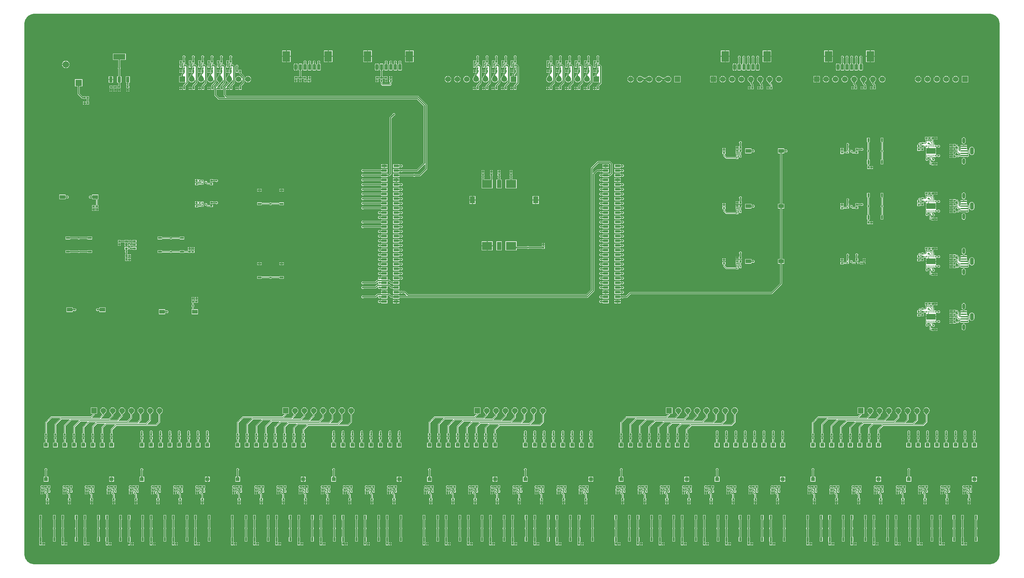
<source format=gbr>
%TF.GenerationSoftware,Altium Limited,Altium Designer,20.0.13 (296)*%
G04 Layer_Physical_Order=1*
G04 Layer_Color=255*
%FSLAX26Y26*%
%MOIN*%
%TF.FileFunction,Copper,L1,Top,Signal*%
%TF.Part,Single*%
G01*
G75*
%TA.AperFunction,SMDPad,CuDef*%
%ADD10R,0.018504X0.020472*%
%ADD11R,0.020472X0.018504*%
%ADD12R,0.023622X0.019685*%
%ADD13R,0.015748X0.015748*%
%ADD14R,0.015748X0.015748*%
%ADD15R,0.059055X0.043307*%
%ADD16R,0.031496X0.019685*%
%ADD17R,0.009842X0.019685*%
%ADD18R,0.098425X0.062992*%
%TA.AperFunction,ConnectorPad*%
%ADD19R,0.059055X0.017716*%
%TA.AperFunction,SMDPad,CuDef*%
%ADD20R,0.082677X0.118110*%
G04:AMPARAMS|DCode=21|XSize=62.992mil|YSize=31.89mil|CornerRadius=3.189mil|HoleSize=0mil|Usage=FLASHONLY|Rotation=270.000|XOffset=0mil|YOffset=0mil|HoleType=Round|Shape=RoundedRectangle|*
%AMROUNDEDRECTD21*
21,1,0.062992,0.025512,0,0,270.0*
21,1,0.056614,0.031890,0,0,270.0*
1,1,0.006378,-0.012756,-0.028307*
1,1,0.006378,-0.012756,0.028307*
1,1,0.006378,0.012756,0.028307*
1,1,0.006378,0.012756,-0.028307*
%
%ADD21ROUNDEDRECTD21*%
%ADD22R,0.039370X0.019685*%
%ADD23R,0.019685X0.023622*%
%ADD24R,0.037402X0.059055*%
%ADD25R,0.127953X0.059055*%
%ADD26R,0.057087X0.076772*%
%ADD27R,0.110236X0.086614*%
%ADD28R,0.047244X0.086614*%
%ADD29R,0.019685X0.039370*%
%TA.AperFunction,BGAPad,CuDef*%
%ADD30R,0.043307X0.043307*%
%TA.AperFunction,SMDPad,CuDef*%
%ADD31R,0.057870X0.029130*%
%TA.AperFunction,Conductor*%
%ADD32C,0.007874*%
%ADD33C,0.011811*%
%ADD34C,0.015748*%
%TA.AperFunction,ComponentPad*%
%ADD35O,0.043307X0.078740*%
%ADD36O,0.031496X0.062992*%
%ADD37R,0.060000X0.060000*%
%ADD38C,0.060000*%
%ADD39R,0.070866X0.070866*%
%ADD40C,0.070866*%
%TA.AperFunction,ViaPad*%
%ADD41C,0.029528*%
%ADD42C,0.196850*%
%ADD43C,0.019685*%
G36*
X10336091Y5893628D02*
X10349775Y5889961D01*
X10362864Y5884539D01*
X10375133Y5877456D01*
X10386372Y5868831D01*
X10396390Y5858814D01*
X10405015Y5847574D01*
X10412098Y5835305D01*
X10417520Y5822216D01*
X10421187Y5808531D01*
X10423036Y5794485D01*
X10423036Y5787401D01*
Y118110D01*
X10423036Y111026D01*
X10421187Y96980D01*
X10417520Y83296D01*
X10412098Y70207D01*
X10405015Y57938D01*
X10396390Y46698D01*
X10386372Y36680D01*
X10375132Y28056D01*
X10362864Y20973D01*
X10349774Y15551D01*
X10336091Y11884D01*
X10322044Y10035D01*
X111027D01*
X96981Y11884D01*
X83296Y15551D01*
X70207Y20972D01*
X57938Y28056D01*
X46698Y36680D01*
X36680Y46698D01*
X28056Y57938D01*
X20973Y70207D01*
X15551Y83296D01*
X11884Y96980D01*
X10035Y111027D01*
Y118110D01*
Y5787402D01*
Y5794485D01*
X11884Y5808531D01*
X15551Y5822216D01*
X20972Y5835305D01*
X28056Y5847574D01*
X36680Y5858814D01*
X46698Y5868831D01*
X57938Y5877456D01*
X70207Y5884539D01*
X83296Y5889961D01*
X96981Y5893628D01*
X111026Y5895477D01*
X10322044D01*
X10336091Y5893628D01*
D02*
G37*
%LPC*%
G36*
X9087024Y5503937D02*
X9045685D01*
Y5444882D01*
X9087024D01*
Y5503937D01*
D02*
G37*
G36*
X8640173D02*
X8598835D01*
Y5444882D01*
X8640173D01*
Y5503937D01*
D02*
G37*
G36*
X9037811D02*
X8996472D01*
Y5444882D01*
X9037811D01*
Y5503937D01*
D02*
G37*
G36*
X8590960D02*
X8549622D01*
Y5444882D01*
X8590960D01*
Y5503937D01*
D02*
G37*
G36*
X3299622D02*
X3258283D01*
Y5444882D01*
X3299622D01*
Y5503937D01*
D02*
G37*
G36*
X2852772D02*
X2811433D01*
Y5444882D01*
X2852772D01*
Y5503937D01*
D02*
G37*
G36*
X3250409D02*
X3209071D01*
Y5444882D01*
X3250409D01*
Y5503937D01*
D02*
G37*
G36*
X2803559D02*
X2762220D01*
Y5444882D01*
X2803559D01*
Y5503937D01*
D02*
G37*
G36*
X4165764D02*
X4124425D01*
Y5444882D01*
X4165764D01*
Y5503937D01*
D02*
G37*
G36*
X3718913D02*
X3677575D01*
Y5444882D01*
X3718913D01*
Y5503937D01*
D02*
G37*
G36*
X7984661D02*
X7943323D01*
Y5444882D01*
X7984661D01*
Y5503937D01*
D02*
G37*
G36*
X7537811D02*
X7496472D01*
Y5444882D01*
X7537811D01*
Y5503937D01*
D02*
G37*
G36*
X7935449D02*
X7894110D01*
Y5444882D01*
X7935449D01*
Y5503937D01*
D02*
G37*
G36*
X7488598D02*
X7447260D01*
Y5444882D01*
X7488598D01*
Y5503937D01*
D02*
G37*
G36*
X4116551D02*
X4075213D01*
Y5444882D01*
X4116551D01*
Y5503937D01*
D02*
G37*
G36*
X3669700D02*
X3628362D01*
Y5444882D01*
X3669700D01*
Y5503937D01*
D02*
G37*
G36*
X1814173Y5450589D02*
X1808797Y5449520D01*
X1804239Y5446474D01*
X1801193Y5441916D01*
X1800124Y5436539D01*
X1801193Y5431163D01*
X1802710Y5428893D01*
X1802905Y5428061D01*
X1803183Y5427672D01*
X1803354Y5427397D01*
X1803502Y5427116D01*
X1803630Y5426828D01*
X1803740Y5426528D01*
X1803831Y5426214D01*
X1803905Y5425879D01*
X1803959Y5425521D01*
X1803993Y5425138D01*
X1804008Y5424606D01*
X1804138Y5424316D01*
Y5404274D01*
X1804008Y5403986D01*
X1803908Y5400683D01*
X1803256Y5396102D01*
X1803255D01*
Y5396103D01*
X1800984D01*
X1800780Y5392045D01*
X1800931Y5391681D01*
X1800857Y5391239D01*
X1800984Y5391046D01*
Y5367756D01*
X1827362D01*
Y5391046D01*
X1827490Y5391239D01*
X1827416Y5391681D01*
X1827567Y5392045D01*
X1827362Y5396103D01*
X1825091D01*
Y5396102D01*
X1825091D01*
X1824446Y5400683D01*
X1824370Y5401788D01*
X1824340Y5403918D01*
X1824209Y5404222D01*
Y5424316D01*
X1824338Y5424606D01*
X1824354Y5425138D01*
X1824388Y5425521D01*
X1824442Y5425879D01*
X1824515Y5426214D01*
X1824607Y5426528D01*
X1824716Y5426827D01*
X1824844Y5427117D01*
X1824993Y5427397D01*
X1825164Y5427672D01*
X1825442Y5428061D01*
X1825636Y5428893D01*
X1827153Y5431163D01*
X1828223Y5436539D01*
X1827153Y5441916D01*
X1824108Y5446474D01*
X1819550Y5449520D01*
X1814173Y5450589D01*
D02*
G37*
G36*
X1714173D02*
X1708797Y5449520D01*
X1704239Y5446474D01*
X1701193Y5441916D01*
X1700124Y5436539D01*
X1701193Y5431163D01*
X1702710Y5428893D01*
X1702905Y5428061D01*
X1703183Y5427672D01*
X1703354Y5427397D01*
X1703502Y5427116D01*
X1703630Y5426828D01*
X1703740Y5426528D01*
X1703831Y5426214D01*
X1703905Y5425879D01*
X1703959Y5425521D01*
X1703993Y5425138D01*
X1704008Y5424606D01*
X1704138Y5424316D01*
Y5404274D01*
X1704008Y5403986D01*
X1703908Y5400683D01*
X1703256Y5396102D01*
X1703255D01*
Y5396103D01*
X1700984D01*
X1700780Y5392045D01*
X1700931Y5391681D01*
X1700857Y5391239D01*
X1700984Y5391046D01*
Y5367756D01*
X1727362D01*
Y5391046D01*
X1727490Y5391239D01*
X1727416Y5391681D01*
X1727567Y5392045D01*
X1727362Y5396103D01*
X1725091D01*
Y5396102D01*
X1725091D01*
X1724446Y5400683D01*
X1724370Y5401788D01*
X1724340Y5403918D01*
X1724209Y5404222D01*
Y5424316D01*
X1724338Y5424606D01*
X1724354Y5425138D01*
X1724388Y5425521D01*
X1724442Y5425879D01*
X1724515Y5426214D01*
X1724607Y5426528D01*
X1724716Y5426827D01*
X1724844Y5427117D01*
X1724993Y5427397D01*
X1725164Y5427672D01*
X1725442Y5428061D01*
X1725636Y5428893D01*
X1727153Y5431163D01*
X1728223Y5436539D01*
X1727153Y5441916D01*
X1724108Y5446474D01*
X1719550Y5449520D01*
X1714173Y5450589D01*
D02*
G37*
G36*
X6133071Y5450589D02*
X6127694Y5449519D01*
X6123136Y5446474D01*
X6120091Y5441916D01*
X6119021Y5436539D01*
X6120091Y5431163D01*
X6121608Y5428893D01*
X6121802Y5428060D01*
X6122081Y5427672D01*
X6122251Y5427397D01*
X6122400Y5427116D01*
X6122528Y5426828D01*
X6122638Y5426528D01*
X6122729Y5426213D01*
X6122802Y5425878D01*
X6122856Y5425521D01*
X6122891Y5425138D01*
X6122906Y5424606D01*
X6123036Y5424316D01*
Y5404274D01*
X6122906Y5403986D01*
X6122806Y5400682D01*
X6122153Y5396102D01*
X6122153D01*
Y5396102D01*
X6119882D01*
X6119677Y5392045D01*
X6119829Y5391681D01*
X6119754Y5391239D01*
X6119882Y5391046D01*
Y5367756D01*
X6146260D01*
Y5391046D01*
X6146388Y5391239D01*
X6146313Y5391681D01*
X6146465Y5392045D01*
X6146260Y5396102D01*
X6143989D01*
Y5396102D01*
X6143988D01*
X6143343Y5400683D01*
X6143268Y5401787D01*
X6143237Y5403918D01*
X6143106Y5404222D01*
Y5424316D01*
X6143236Y5424606D01*
X6143251Y5425138D01*
X6143285Y5425521D01*
X6143340Y5425878D01*
X6143413Y5426213D01*
X6143504Y5426528D01*
X6143613Y5426827D01*
X6143742Y5427117D01*
X6143890Y5427397D01*
X6144061Y5427672D01*
X6144340Y5428060D01*
X6144534Y5428893D01*
X6146051Y5431163D01*
X6147120Y5436539D01*
X6146051Y5441916D01*
X6143005Y5446474D01*
X6138447Y5449519D01*
X6133071Y5450589D01*
D02*
G37*
G36*
X6033071D02*
X6027694Y5449519D01*
X6023136Y5446474D01*
X6020091Y5441916D01*
X6019021Y5436539D01*
X6020091Y5431163D01*
X6021608Y5428893D01*
X6021802Y5428060D01*
X6022081Y5427672D01*
X6022251Y5427397D01*
X6022400Y5427116D01*
X6022528Y5426828D01*
X6022638Y5426528D01*
X6022729Y5426213D01*
X6022802Y5425878D01*
X6022856Y5425521D01*
X6022891Y5425138D01*
X6022906Y5424606D01*
X6023036Y5424316D01*
Y5404274D01*
X6022906Y5403986D01*
X6022806Y5400682D01*
X6022153Y5396102D01*
X6022153D01*
Y5396102D01*
X6019882D01*
X6019677Y5392045D01*
X6019829Y5391681D01*
X6019754Y5391239D01*
X6019882Y5391046D01*
Y5367756D01*
X6046260D01*
Y5391046D01*
X6046388Y5391239D01*
X6046313Y5391681D01*
X6046465Y5392045D01*
X6046260Y5396102D01*
X6043989D01*
Y5396102D01*
X6043988D01*
X6043343Y5400683D01*
X6043268Y5401787D01*
X6043237Y5403918D01*
X6043106Y5404222D01*
Y5424316D01*
X6043236Y5424606D01*
X6043251Y5425138D01*
X6043285Y5425521D01*
X6043340Y5425878D01*
X6043413Y5426213D01*
X6043504Y5426528D01*
X6043613Y5426827D01*
X6043742Y5427117D01*
X6043890Y5427397D01*
X6044061Y5427672D01*
X6044340Y5428060D01*
X6044534Y5428893D01*
X6046051Y5431163D01*
X6047120Y5436539D01*
X6046051Y5441916D01*
X6043005Y5446474D01*
X6038447Y5449519D01*
X6033071Y5450589D01*
D02*
G37*
G36*
X5933071D02*
X5927694Y5449519D01*
X5923136Y5446474D01*
X5920091Y5441916D01*
X5919021Y5436539D01*
X5920091Y5431163D01*
X5921608Y5428893D01*
X5921802Y5428060D01*
X5922081Y5427672D01*
X5922251Y5427397D01*
X5922400Y5427116D01*
X5922528Y5426828D01*
X5922638Y5426528D01*
X5922729Y5426213D01*
X5922802Y5425878D01*
X5922856Y5425521D01*
X5922891Y5425138D01*
X5922906Y5424606D01*
X5923036Y5424316D01*
Y5404274D01*
X5922906Y5403986D01*
X5922806Y5400682D01*
X5922153Y5396102D01*
X5922153D01*
Y5396102D01*
X5919882D01*
X5919677Y5392045D01*
X5919829Y5391681D01*
X5919754Y5391239D01*
X5919882Y5391046D01*
Y5367756D01*
X5946260D01*
Y5391046D01*
X5946388Y5391239D01*
X5946313Y5391681D01*
X5946465Y5392045D01*
X5946260Y5396102D01*
X5943989D01*
Y5396102D01*
X5943988D01*
X5943343Y5400683D01*
X5943268Y5401787D01*
X5943237Y5403918D01*
X5943106Y5404222D01*
Y5424316D01*
X5943236Y5424606D01*
X5943251Y5425138D01*
X5943285Y5425521D01*
X5943340Y5425878D01*
X5943413Y5426213D01*
X5943504Y5426528D01*
X5943613Y5426827D01*
X5943742Y5427117D01*
X5943890Y5427397D01*
X5944061Y5427672D01*
X5944340Y5428060D01*
X5944534Y5428893D01*
X5946051Y5431163D01*
X5947120Y5436539D01*
X5946051Y5441916D01*
X5943005Y5446474D01*
X5938447Y5449519D01*
X5933071Y5450589D01*
D02*
G37*
G36*
X5833071D02*
X5827694Y5449519D01*
X5823136Y5446474D01*
X5820091Y5441916D01*
X5819021Y5436539D01*
X5820091Y5431163D01*
X5821608Y5428893D01*
X5821802Y5428060D01*
X5822081Y5427672D01*
X5822251Y5427397D01*
X5822400Y5427116D01*
X5822528Y5426828D01*
X5822638Y5426528D01*
X5822729Y5426213D01*
X5822802Y5425878D01*
X5822856Y5425521D01*
X5822891Y5425138D01*
X5822906Y5424606D01*
X5823036Y5424316D01*
Y5404274D01*
X5822906Y5403986D01*
X5822806Y5400682D01*
X5822153Y5396102D01*
X5822153D01*
Y5396102D01*
X5819882D01*
X5819677Y5392045D01*
X5819829Y5391681D01*
X5819754Y5391239D01*
X5819882Y5391046D01*
Y5367756D01*
X5846260D01*
Y5391046D01*
X5846388Y5391239D01*
X5846313Y5391681D01*
X5846465Y5392045D01*
X5846260Y5396102D01*
X5843989D01*
Y5396102D01*
X5843988D01*
X5843343Y5400683D01*
X5843268Y5401787D01*
X5843237Y5403918D01*
X5843106Y5404222D01*
Y5424316D01*
X5843236Y5424606D01*
X5843251Y5425138D01*
X5843285Y5425521D01*
X5843340Y5425878D01*
X5843413Y5426213D01*
X5843504Y5426528D01*
X5843613Y5426827D01*
X5843742Y5427117D01*
X5843890Y5427397D01*
X5844061Y5427672D01*
X5844340Y5428060D01*
X5844534Y5428893D01*
X5846051Y5431163D01*
X5847120Y5436539D01*
X5846051Y5441916D01*
X5843005Y5446474D01*
X5838447Y5449519D01*
X5833071Y5450589D01*
D02*
G37*
G36*
X5733071D02*
X5727694Y5449519D01*
X5723136Y5446474D01*
X5720091Y5441916D01*
X5719021Y5436539D01*
X5720091Y5431163D01*
X5721608Y5428893D01*
X5721802Y5428060D01*
X5722081Y5427672D01*
X5722251Y5427397D01*
X5722400Y5427116D01*
X5722528Y5426828D01*
X5722638Y5426528D01*
X5722729Y5426213D01*
X5722802Y5425878D01*
X5722856Y5425521D01*
X5722891Y5425138D01*
X5722906Y5424606D01*
X5723036Y5424316D01*
Y5404274D01*
X5722906Y5403986D01*
X5722806Y5400682D01*
X5722153Y5396102D01*
X5722153D01*
Y5396102D01*
X5719882D01*
X5719677Y5392045D01*
X5719829Y5391681D01*
X5719754Y5391239D01*
X5719882Y5391046D01*
Y5367756D01*
X5746260D01*
Y5391046D01*
X5746388Y5391239D01*
X5746313Y5391681D01*
X5746465Y5392045D01*
X5746260Y5396102D01*
X5743989D01*
Y5396102D01*
X5743988D01*
X5743343Y5400683D01*
X5743268Y5401787D01*
X5743237Y5403918D01*
X5743106Y5404222D01*
Y5424316D01*
X5743236Y5424606D01*
X5743251Y5425138D01*
X5743285Y5425521D01*
X5743340Y5425878D01*
X5743413Y5426213D01*
X5743504Y5426528D01*
X5743613Y5426827D01*
X5743742Y5427117D01*
X5743890Y5427397D01*
X5744061Y5427672D01*
X5744340Y5428060D01*
X5744534Y5428893D01*
X5746051Y5431163D01*
X5747120Y5436539D01*
X5746051Y5441916D01*
X5743005Y5446474D01*
X5738447Y5449519D01*
X5733071Y5450589D01*
D02*
G37*
G36*
X5633071D02*
X5627694Y5449519D01*
X5623136Y5446474D01*
X5620091Y5441916D01*
X5619021Y5436539D01*
X5620091Y5431163D01*
X5621608Y5428893D01*
X5621802Y5428060D01*
X5622081Y5427672D01*
X5622251Y5427397D01*
X5622400Y5427116D01*
X5622528Y5426828D01*
X5622638Y5426528D01*
X5622729Y5426213D01*
X5622802Y5425878D01*
X5622856Y5425521D01*
X5622891Y5425138D01*
X5622906Y5424606D01*
X5623036Y5424316D01*
Y5404274D01*
X5622906Y5403986D01*
X5622806Y5400682D01*
X5622153Y5396102D01*
X5622153D01*
Y5396102D01*
X5619882D01*
X5619677Y5392045D01*
X5619829Y5391681D01*
X5619754Y5391239D01*
X5619882Y5391046D01*
Y5367756D01*
X5646260D01*
Y5391046D01*
X5646388Y5391239D01*
X5646313Y5391681D01*
X5646465Y5392045D01*
X5646260Y5396102D01*
X5643989D01*
Y5396102D01*
X5643988D01*
X5643343Y5400683D01*
X5643268Y5401787D01*
X5643237Y5403918D01*
X5643106Y5404222D01*
Y5424316D01*
X5643236Y5424606D01*
X5643251Y5425138D01*
X5643285Y5425521D01*
X5643340Y5425878D01*
X5643413Y5426213D01*
X5643504Y5426528D01*
X5643613Y5426827D01*
X5643742Y5427117D01*
X5643890Y5427397D01*
X5644061Y5427672D01*
X5644340Y5428060D01*
X5644534Y5428893D01*
X5646051Y5431163D01*
X5647120Y5436539D01*
X5646051Y5441916D01*
X5643005Y5446474D01*
X5638447Y5449519D01*
X5633071Y5450589D01*
D02*
G37*
G36*
X5248819D02*
X5243442Y5449519D01*
X5238884Y5446474D01*
X5235839Y5441916D01*
X5234769Y5436539D01*
X5235839Y5431163D01*
X5237356Y5428893D01*
X5237550Y5428060D01*
X5237828Y5427672D01*
X5237999Y5427397D01*
X5238148Y5427116D01*
X5238276Y5426828D01*
X5238386Y5426528D01*
X5238477Y5426213D01*
X5238550Y5425878D01*
X5238605Y5425521D01*
X5238639Y5425138D01*
X5238654Y5424606D01*
X5238784Y5424316D01*
Y5404274D01*
X5238654Y5403986D01*
X5238554Y5400682D01*
X5237901Y5396102D01*
X5237901D01*
Y5396102D01*
X5235630D01*
X5235425Y5392045D01*
X5235577Y5391681D01*
X5235502Y5391239D01*
X5235630Y5391046D01*
Y5367756D01*
X5262008D01*
Y5391046D01*
X5262136Y5391239D01*
X5262061Y5391681D01*
X5262212Y5392045D01*
X5262008Y5396102D01*
X5259737D01*
Y5396102D01*
X5259736D01*
X5259092Y5400683D01*
X5259016Y5401787D01*
X5258985Y5403918D01*
X5258854Y5404222D01*
Y5424316D01*
X5258984Y5424606D01*
X5258999Y5425138D01*
X5259033Y5425521D01*
X5259088Y5425878D01*
X5259161Y5426213D01*
X5259252Y5426528D01*
X5259361Y5426827D01*
X5259490Y5427117D01*
X5259638Y5427397D01*
X5259809Y5427672D01*
X5260088Y5428060D01*
X5260282Y5428893D01*
X5261799Y5431163D01*
X5262868Y5436539D01*
X5261799Y5441916D01*
X5258753Y5446474D01*
X5254195Y5449519D01*
X5248819Y5450589D01*
D02*
G37*
G36*
X5148819D02*
X5143442Y5449519D01*
X5138884Y5446474D01*
X5135839Y5441916D01*
X5134769Y5436539D01*
X5135839Y5431163D01*
X5137356Y5428893D01*
X5137550Y5428060D01*
X5137828Y5427672D01*
X5137999Y5427397D01*
X5138148Y5427116D01*
X5138276Y5426828D01*
X5138386Y5426528D01*
X5138477Y5426213D01*
X5138550Y5425878D01*
X5138605Y5425521D01*
X5138639Y5425138D01*
X5138654Y5424606D01*
X5138784Y5424316D01*
Y5404274D01*
X5138654Y5403986D01*
X5138554Y5400682D01*
X5137901Y5396102D01*
X5137901D01*
Y5396102D01*
X5135630D01*
X5135425Y5392045D01*
X5135577Y5391681D01*
X5135502Y5391239D01*
X5135630Y5391046D01*
Y5367756D01*
X5162008D01*
Y5391046D01*
X5162136Y5391239D01*
X5162061Y5391681D01*
X5162212Y5392045D01*
X5162008Y5396102D01*
X5159737D01*
Y5396102D01*
X5159736D01*
X5159092Y5400683D01*
X5159016Y5401787D01*
X5158985Y5403918D01*
X5158854Y5404222D01*
Y5424316D01*
X5158984Y5424606D01*
X5158999Y5425138D01*
X5159033Y5425521D01*
X5159088Y5425878D01*
X5159161Y5426213D01*
X5159252Y5426528D01*
X5159361Y5426827D01*
X5159490Y5427117D01*
X5159638Y5427397D01*
X5159809Y5427672D01*
X5160088Y5428060D01*
X5160282Y5428893D01*
X5161799Y5431163D01*
X5162868Y5436539D01*
X5161799Y5441916D01*
X5158753Y5446474D01*
X5154195Y5449519D01*
X5148819Y5450589D01*
D02*
G37*
G36*
X5048819D02*
X5043442Y5449519D01*
X5038884Y5446474D01*
X5035839Y5441916D01*
X5034769Y5436539D01*
X5035839Y5431163D01*
X5037356Y5428893D01*
X5037550Y5428060D01*
X5037828Y5427672D01*
X5037999Y5427397D01*
X5038148Y5427116D01*
X5038276Y5426828D01*
X5038386Y5426528D01*
X5038477Y5426213D01*
X5038550Y5425878D01*
X5038605Y5425521D01*
X5038639Y5425138D01*
X5038654Y5424606D01*
X5038784Y5424316D01*
Y5404274D01*
X5038654Y5403986D01*
X5038554Y5400682D01*
X5037901Y5396102D01*
X5037901D01*
Y5396102D01*
X5035630D01*
X5035425Y5392045D01*
X5035577Y5391681D01*
X5035502Y5391239D01*
X5035630Y5391046D01*
Y5367756D01*
X5062008D01*
Y5391046D01*
X5062136Y5391239D01*
X5062061Y5391681D01*
X5062212Y5392045D01*
X5062008Y5396102D01*
X5059737D01*
Y5396102D01*
X5059736D01*
X5059092Y5400683D01*
X5059016Y5401787D01*
X5058985Y5403918D01*
X5058854Y5404222D01*
Y5424316D01*
X5058984Y5424606D01*
X5058999Y5425138D01*
X5059033Y5425521D01*
X5059088Y5425878D01*
X5059161Y5426213D01*
X5059252Y5426528D01*
X5059361Y5426827D01*
X5059490Y5427117D01*
X5059638Y5427397D01*
X5059809Y5427672D01*
X5060088Y5428060D01*
X5060282Y5428893D01*
X5061799Y5431163D01*
X5062868Y5436539D01*
X5061799Y5441916D01*
X5058753Y5446474D01*
X5054195Y5449519D01*
X5048819Y5450589D01*
D02*
G37*
G36*
X4948819D02*
X4943442Y5449519D01*
X4938884Y5446474D01*
X4935839Y5441916D01*
X4934769Y5436539D01*
X4935839Y5431163D01*
X4937356Y5428893D01*
X4937550Y5428060D01*
X4937828Y5427672D01*
X4937999Y5427397D01*
X4938148Y5427116D01*
X4938276Y5426828D01*
X4938386Y5426528D01*
X4938477Y5426213D01*
X4938550Y5425878D01*
X4938605Y5425521D01*
X4938639Y5425138D01*
X4938654Y5424606D01*
X4938784Y5424316D01*
Y5404274D01*
X4938654Y5403986D01*
X4938554Y5400682D01*
X4937901Y5396102D01*
X4937901D01*
Y5396102D01*
X4935630D01*
X4935425Y5392045D01*
X4935577Y5391681D01*
X4935502Y5391239D01*
X4935630Y5391046D01*
Y5367756D01*
X4962008D01*
Y5391046D01*
X4962136Y5391239D01*
X4962061Y5391681D01*
X4962212Y5392045D01*
X4962008Y5396102D01*
X4959737D01*
Y5396102D01*
X4959736D01*
X4959092Y5400683D01*
X4959016Y5401787D01*
X4958985Y5403918D01*
X4958854Y5404222D01*
Y5424316D01*
X4958984Y5424606D01*
X4958999Y5425138D01*
X4959033Y5425521D01*
X4959088Y5425878D01*
X4959161Y5426213D01*
X4959252Y5426528D01*
X4959361Y5426827D01*
X4959490Y5427117D01*
X4959638Y5427397D01*
X4959809Y5427672D01*
X4960088Y5428060D01*
X4960282Y5428893D01*
X4961799Y5431163D01*
X4962868Y5436539D01*
X4961799Y5441916D01*
X4958753Y5446474D01*
X4954195Y5449519D01*
X4948819Y5450589D01*
D02*
G37*
G36*
X4848819D02*
X4843442Y5449519D01*
X4838884Y5446474D01*
X4835839Y5441916D01*
X4834769Y5436539D01*
X4835839Y5431163D01*
X4837356Y5428893D01*
X4837550Y5428060D01*
X4837828Y5427672D01*
X4837999Y5427397D01*
X4838148Y5427116D01*
X4838276Y5426828D01*
X4838386Y5426528D01*
X4838477Y5426213D01*
X4838550Y5425878D01*
X4838605Y5425521D01*
X4838639Y5425138D01*
X4838654Y5424606D01*
X4838784Y5424316D01*
Y5404274D01*
X4838654Y5403986D01*
X4838554Y5400682D01*
X4837901Y5396102D01*
X4837901D01*
Y5396102D01*
X4835630D01*
X4835425Y5392045D01*
X4835577Y5391681D01*
X4835502Y5391239D01*
X4835630Y5391046D01*
Y5367756D01*
X4862008D01*
Y5391046D01*
X4862136Y5391239D01*
X4862061Y5391681D01*
X4862212Y5392045D01*
X4862008Y5396102D01*
X4859737D01*
Y5396102D01*
X4859736D01*
X4859092Y5400683D01*
X4859016Y5401787D01*
X4858985Y5403918D01*
X4858854Y5404222D01*
Y5424316D01*
X4858984Y5424606D01*
X4858999Y5425138D01*
X4859033Y5425521D01*
X4859088Y5425878D01*
X4859161Y5426213D01*
X4859252Y5426528D01*
X4859361Y5426827D01*
X4859490Y5427117D01*
X4859638Y5427397D01*
X4859809Y5427672D01*
X4860088Y5428060D01*
X4860282Y5428893D01*
X4861799Y5431163D01*
X4862868Y5436539D01*
X4861799Y5441916D01*
X4858753Y5446474D01*
X4854195Y5449519D01*
X4848819Y5450589D01*
D02*
G37*
G36*
X2214173D02*
X2208797Y5449519D01*
X2204239Y5446474D01*
X2201193Y5441916D01*
X2200124Y5436539D01*
X2201193Y5431163D01*
X2202710Y5428893D01*
X2202905Y5428060D01*
X2203183Y5427672D01*
X2203354Y5427397D01*
X2203502Y5427116D01*
X2203631Y5426828D01*
X2203740Y5426528D01*
X2203831Y5426213D01*
X2203905Y5425878D01*
X2203959Y5425521D01*
X2203993Y5425138D01*
X2204008Y5424606D01*
X2204138Y5424316D01*
Y5404274D01*
X2204008Y5403986D01*
X2203908Y5400682D01*
X2203256Y5396102D01*
X2203255D01*
Y5396102D01*
X2200984D01*
X2200780Y5392045D01*
X2200931Y5391681D01*
X2200857Y5391239D01*
X2200984Y5391046D01*
Y5367756D01*
X2227362D01*
Y5391046D01*
X2227490Y5391239D01*
X2227416Y5391681D01*
X2227567Y5392045D01*
X2227362Y5396102D01*
X2225091D01*
Y5396102D01*
X2225091D01*
X2224446Y5400683D01*
X2224370Y5401787D01*
X2224340Y5403918D01*
X2224209Y5404222D01*
Y5424316D01*
X2224338Y5424606D01*
X2224354Y5425138D01*
X2224388Y5425521D01*
X2224442Y5425878D01*
X2224515Y5426213D01*
X2224606Y5426528D01*
X2224716Y5426827D01*
X2224844Y5427117D01*
X2224993Y5427397D01*
X2225164Y5427672D01*
X2225442Y5428060D01*
X2225636Y5428893D01*
X2227153Y5431163D01*
X2228223Y5436539D01*
X2227153Y5441916D01*
X2224108Y5446474D01*
X2219550Y5449519D01*
X2214173Y5450589D01*
D02*
G37*
G36*
X2114173D02*
X2108797Y5449519D01*
X2104239Y5446474D01*
X2101193Y5441916D01*
X2100124Y5436539D01*
X2101193Y5431163D01*
X2102710Y5428893D01*
X2102905Y5428060D01*
X2103183Y5427672D01*
X2103354Y5427397D01*
X2103502Y5427116D01*
X2103631Y5426828D01*
X2103740Y5426528D01*
X2103831Y5426213D01*
X2103905Y5425878D01*
X2103959Y5425521D01*
X2103993Y5425138D01*
X2104008Y5424606D01*
X2104138Y5424316D01*
Y5404274D01*
X2104008Y5403986D01*
X2103908Y5400682D01*
X2103256Y5396102D01*
X2103255D01*
Y5396102D01*
X2100984D01*
X2100780Y5392045D01*
X2100931Y5391681D01*
X2100857Y5391239D01*
X2100984Y5391046D01*
Y5367756D01*
X2127362D01*
Y5391046D01*
X2127490Y5391239D01*
X2127416Y5391681D01*
X2127567Y5392045D01*
X2127362Y5396102D01*
X2125091D01*
Y5396102D01*
X2125091D01*
X2124446Y5400683D01*
X2124370Y5401787D01*
X2124340Y5403918D01*
X2124209Y5404222D01*
Y5424316D01*
X2124338Y5424606D01*
X2124354Y5425138D01*
X2124388Y5425521D01*
X2124442Y5425878D01*
X2124515Y5426213D01*
X2124606Y5426528D01*
X2124716Y5426827D01*
X2124844Y5427117D01*
X2124993Y5427397D01*
X2125164Y5427672D01*
X2125442Y5428060D01*
X2125636Y5428893D01*
X2127153Y5431163D01*
X2128223Y5436539D01*
X2127153Y5441916D01*
X2124108Y5446474D01*
X2119550Y5449519D01*
X2114173Y5450589D01*
D02*
G37*
G36*
X2014173D02*
X2008797Y5449519D01*
X2004239Y5446474D01*
X2001193Y5441916D01*
X2000124Y5436539D01*
X2001193Y5431163D01*
X2002710Y5428893D01*
X2002905Y5428060D01*
X2003183Y5427672D01*
X2003354Y5427397D01*
X2003502Y5427116D01*
X2003630Y5426828D01*
X2003740Y5426528D01*
X2003831Y5426213D01*
X2003905Y5425878D01*
X2003959Y5425521D01*
X2003993Y5425138D01*
X2004008Y5424606D01*
X2004138Y5424316D01*
Y5404274D01*
X2004008Y5403986D01*
X2003908Y5400682D01*
X2003256Y5396102D01*
X2003255D01*
Y5396102D01*
X2000984D01*
X2000780Y5392045D01*
X2000931Y5391681D01*
X2000857Y5391239D01*
X2000984Y5391046D01*
Y5367756D01*
X2027362D01*
Y5391046D01*
X2027490Y5391239D01*
X2027416Y5391681D01*
X2027567Y5392045D01*
X2027362Y5396102D01*
X2025091D01*
Y5396102D01*
X2025091D01*
X2024446Y5400683D01*
X2024370Y5401787D01*
X2024340Y5403918D01*
X2024209Y5404222D01*
Y5424316D01*
X2024338Y5424606D01*
X2024354Y5425138D01*
X2024388Y5425521D01*
X2024442Y5425878D01*
X2024515Y5426213D01*
X2024607Y5426528D01*
X2024716Y5426827D01*
X2024844Y5427117D01*
X2024993Y5427397D01*
X2025164Y5427672D01*
X2025442Y5428060D01*
X2025636Y5428893D01*
X2027153Y5431163D01*
X2028223Y5436539D01*
X2027153Y5441916D01*
X2024108Y5446474D01*
X2019550Y5449519D01*
X2014173Y5450589D01*
D02*
G37*
G36*
X1914173D02*
X1908797Y5449519D01*
X1904239Y5446474D01*
X1901193Y5441916D01*
X1900124Y5436539D01*
X1901193Y5431163D01*
X1902710Y5428893D01*
X1902905Y5428060D01*
X1903183Y5427672D01*
X1903354Y5427397D01*
X1903502Y5427116D01*
X1903630Y5426828D01*
X1903740Y5426528D01*
X1903831Y5426213D01*
X1903905Y5425878D01*
X1903959Y5425521D01*
X1903993Y5425138D01*
X1904008Y5424606D01*
X1904138Y5424316D01*
Y5404274D01*
X1904008Y5403986D01*
X1903908Y5400682D01*
X1903256Y5396102D01*
X1903255D01*
Y5396102D01*
X1900984D01*
X1900780Y5392045D01*
X1900931Y5391681D01*
X1900857Y5391239D01*
X1900984Y5391046D01*
Y5367756D01*
X1927362D01*
Y5391046D01*
X1927490Y5391239D01*
X1927416Y5391681D01*
X1927567Y5392045D01*
X1927362Y5396102D01*
X1925091D01*
Y5396102D01*
X1925091D01*
X1924446Y5400683D01*
X1924370Y5401787D01*
X1924340Y5403918D01*
X1924209Y5404222D01*
Y5424316D01*
X1924338Y5424606D01*
X1924354Y5425138D01*
X1924388Y5425521D01*
X1924442Y5425878D01*
X1924515Y5426213D01*
X1924607Y5426528D01*
X1924716Y5426827D01*
X1924844Y5427117D01*
X1924993Y5427397D01*
X1925164Y5427672D01*
X1925442Y5428060D01*
X1925636Y5428893D01*
X1927153Y5431163D01*
X1928223Y5436539D01*
X1927153Y5441916D01*
X1924108Y5446474D01*
X1919550Y5449519D01*
X1914173Y5450589D01*
D02*
G37*
G36*
X9087024Y5437008D02*
X9045685D01*
Y5377953D01*
X9087024D01*
Y5437008D01*
D02*
G37*
G36*
X9037811D02*
X8996472D01*
Y5377953D01*
X9037811D01*
Y5437008D01*
D02*
G37*
G36*
X8640173D02*
X8598835D01*
Y5377953D01*
X8640173D01*
Y5437008D01*
D02*
G37*
G36*
X8590960D02*
X8549622D01*
Y5377953D01*
X8590960D01*
Y5437008D01*
D02*
G37*
G36*
X7984661Y5437008D02*
X7943323D01*
Y5377953D01*
X7984661D01*
Y5437008D01*
D02*
G37*
G36*
X7935449D02*
X7894110D01*
Y5377953D01*
X7935449D01*
Y5437008D01*
D02*
G37*
G36*
X7537811D02*
X7496472D01*
Y5377953D01*
X7537811D01*
Y5437008D01*
D02*
G37*
G36*
X7488598D02*
X7447260D01*
Y5377953D01*
X7488598D01*
Y5437008D01*
D02*
G37*
G36*
X4165764D02*
X4124425D01*
Y5377953D01*
X4165764D01*
Y5437008D01*
D02*
G37*
G36*
X4116551D02*
X4075213D01*
Y5377953D01*
X4116551D01*
Y5437008D01*
D02*
G37*
G36*
X3718913D02*
X3677575D01*
Y5377953D01*
X3718913D01*
Y5437008D01*
D02*
G37*
G36*
X3669700D02*
X3628362D01*
Y5377953D01*
X3669700D01*
Y5437008D01*
D02*
G37*
G36*
X3299622Y5437008D02*
X3258283D01*
Y5377953D01*
X3299622D01*
Y5437008D01*
D02*
G37*
G36*
X3250409D02*
X3209071D01*
Y5377953D01*
X3250409D01*
Y5437008D01*
D02*
G37*
G36*
X2852772D02*
X2811433D01*
Y5377953D01*
X2852772D01*
Y5437008D01*
D02*
G37*
G36*
X2803559D02*
X2762220D01*
Y5377953D01*
X2803559D01*
Y5437008D01*
D02*
G37*
G36*
X1793504Y5396102D02*
X1767126D01*
Y5372878D01*
X1767021Y5372726D01*
X1767105Y5372255D01*
X1766921Y5371813D01*
X1767126Y5367756D01*
X1769182D01*
X1769334Y5366980D01*
X1769728Y5362050D01*
X1769755Y5359948D01*
X1769886Y5359642D01*
Y5351882D01*
X1769755Y5351584D01*
X1769668Y5347460D01*
X1769422Y5344435D01*
X1769314Y5343740D01*
X1767716Y5343740D01*
X1767512Y5339683D01*
X1767716Y5339190D01*
X1767717Y5338948D01*
X1767667Y5338545D01*
X1767717Y5338481D01*
Y5320118D01*
X1791339D01*
Y5338740D01*
X1791339Y5339190D01*
X1791543Y5339683D01*
X1791339Y5343740D01*
X1790478D01*
X1790102Y5349406D01*
X1790088Y5351522D01*
X1789957Y5351833D01*
Y5359573D01*
X1790086Y5359857D01*
X1790200Y5363213D01*
X1791233Y5367756D01*
X1791233D01*
Y5367756D01*
X1793504D01*
X1793709Y5371813D01*
X1793597Y5372082D01*
X1793647Y5372534D01*
X1793504Y5372761D01*
Y5396102D01*
D02*
G37*
G36*
X1693504D02*
X1667126D01*
Y5372878D01*
X1667021Y5372726D01*
X1667105Y5372255D01*
X1666921Y5371813D01*
X1667126Y5367756D01*
X1669182D01*
X1669334Y5366980D01*
X1669728Y5362050D01*
X1669755Y5359948D01*
X1669886Y5359642D01*
Y5351882D01*
X1669755Y5351584D01*
X1669668Y5347460D01*
X1669422Y5344435D01*
X1669314Y5343740D01*
X1667716Y5343740D01*
X1667512Y5339683D01*
X1667716Y5339190D01*
X1667717Y5338948D01*
X1667667Y5338545D01*
X1667717Y5338481D01*
Y5320118D01*
X1691339D01*
Y5338740D01*
X1691339Y5339190D01*
X1691543Y5339683D01*
X1691339Y5343740D01*
X1690478D01*
X1690102Y5349406D01*
X1690088Y5351522D01*
X1689957Y5351833D01*
Y5359573D01*
X1690086Y5359857D01*
X1690200Y5363213D01*
X1691233Y5367756D01*
X1691233D01*
Y5367756D01*
X1693504D01*
X1693709Y5371813D01*
X1693597Y5372082D01*
X1693647Y5372534D01*
X1693504Y5372761D01*
Y5396102D01*
D02*
G37*
G36*
X2193504Y5396102D02*
X2167126D01*
Y5372877D01*
X2167021Y5372726D01*
X2167105Y5372255D01*
X2166921Y5371813D01*
X2167126Y5367756D01*
X2169182D01*
X2169334Y5366980D01*
X2169728Y5362050D01*
X2169755Y5359948D01*
X2169886Y5359642D01*
Y5351882D01*
X2169755Y5351584D01*
X2169668Y5347460D01*
X2169422Y5344435D01*
X2169314Y5343740D01*
X2167716Y5343740D01*
X2167512Y5339683D01*
X2167716Y5339190D01*
X2167717Y5338948D01*
X2167667Y5338545D01*
X2167717Y5338481D01*
Y5320118D01*
X2191339D01*
Y5338740D01*
X2191339Y5339190D01*
X2191543Y5339683D01*
X2191339Y5343740D01*
X2190478D01*
X2190102Y5349406D01*
X2190088Y5351522D01*
X2189957Y5351833D01*
Y5359573D01*
X2190086Y5359857D01*
X2190200Y5363213D01*
X2191233Y5367756D01*
X2191233D01*
Y5367756D01*
X2193504D01*
X2193709Y5371813D01*
X2193597Y5372082D01*
X2193647Y5372534D01*
X2193504Y5372761D01*
Y5396102D01*
D02*
G37*
G36*
X2093504D02*
X2067126D01*
Y5372877D01*
X2067021Y5372726D01*
X2067105Y5372255D01*
X2066921Y5371813D01*
X2067126Y5367756D01*
X2069182D01*
X2069334Y5366980D01*
X2069728Y5362050D01*
X2069755Y5359948D01*
X2069886Y5359642D01*
Y5351882D01*
X2069755Y5351584D01*
X2069668Y5347460D01*
X2069422Y5344435D01*
X2069314Y5343740D01*
X2067716Y5343740D01*
X2067512Y5339683D01*
X2067716Y5339190D01*
X2067717Y5338948D01*
X2067667Y5338545D01*
X2067717Y5338481D01*
Y5320118D01*
X2091339D01*
Y5338740D01*
X2091339Y5339190D01*
X2091543Y5339683D01*
X2091339Y5343740D01*
X2090478D01*
X2090102Y5349406D01*
X2090088Y5351522D01*
X2089957Y5351833D01*
Y5359573D01*
X2090086Y5359857D01*
X2090200Y5363213D01*
X2091233Y5367756D01*
X2091233D01*
Y5367756D01*
X2093504D01*
X2093709Y5371813D01*
X2093597Y5372082D01*
X2093647Y5372534D01*
X2093504Y5372761D01*
Y5396102D01*
D02*
G37*
G36*
X1993504D02*
X1967126D01*
Y5372877D01*
X1967021Y5372726D01*
X1967105Y5372255D01*
X1966921Y5371813D01*
X1967126Y5367756D01*
X1969182D01*
X1969334Y5366980D01*
X1969728Y5362050D01*
X1969755Y5359948D01*
X1969886Y5359642D01*
Y5351882D01*
X1969755Y5351584D01*
X1969668Y5347460D01*
X1969422Y5344435D01*
X1969314Y5343740D01*
X1967716Y5343740D01*
X1967512Y5339683D01*
X1967716Y5339190D01*
X1967717Y5338948D01*
X1967667Y5338545D01*
X1967717Y5338481D01*
Y5320118D01*
X1991339D01*
Y5338740D01*
X1991339Y5339190D01*
X1991543Y5339683D01*
X1991339Y5343740D01*
X1990478D01*
X1990102Y5349406D01*
X1990088Y5351522D01*
X1989957Y5351833D01*
Y5359573D01*
X1990086Y5359857D01*
X1990200Y5363213D01*
X1991233Y5367756D01*
X1991233D01*
Y5367756D01*
X1993504D01*
X1993709Y5371813D01*
X1993597Y5372082D01*
X1993647Y5372534D01*
X1993504Y5372761D01*
Y5396102D01*
D02*
G37*
G36*
X1893504D02*
X1867126D01*
Y5372877D01*
X1867021Y5372726D01*
X1867105Y5372255D01*
X1866921Y5371813D01*
X1867126Y5367756D01*
X1869182D01*
X1869334Y5366980D01*
X1869728Y5362050D01*
X1869755Y5359948D01*
X1869886Y5359642D01*
Y5351882D01*
X1869755Y5351584D01*
X1869668Y5347460D01*
X1869422Y5344435D01*
X1869314Y5343740D01*
X1867716Y5343740D01*
X1867512Y5339683D01*
X1867716Y5339190D01*
X1867717Y5338948D01*
X1867667Y5338545D01*
X1867717Y5338481D01*
Y5320118D01*
X1891339D01*
Y5338740D01*
X1891339Y5339190D01*
X1891543Y5339683D01*
X1891339Y5343740D01*
X1890478D01*
X1890102Y5349406D01*
X1890088Y5351522D01*
X1889957Y5351833D01*
Y5359573D01*
X1890086Y5359857D01*
X1890200Y5363213D01*
X1891233Y5367756D01*
X1891233D01*
Y5367756D01*
X1893504D01*
X1893709Y5371813D01*
X1893597Y5372082D01*
X1893647Y5372534D01*
X1893504Y5372761D01*
Y5396102D01*
D02*
G37*
G36*
X5255510Y5358709D02*
X5255247Y5358600D01*
X5254793Y5358648D01*
X5254565Y5358504D01*
X5235945D01*
Y5334882D01*
X5255016D01*
X5255510Y5334677D01*
X5259567Y5334882D01*
X5263546Y5332417D01*
X5268035Y5327928D01*
Y5234873D01*
X5265827Y5230788D01*
X5263035Y5230788D01*
X5242688D01*
X5242577Y5230848D01*
X5241958Y5230914D01*
X5241936Y5230922D01*
X5241912Y5230938D01*
X5241772Y5231090D01*
X5241519Y5231508D01*
X5241215Y5232259D01*
X5240923Y5233354D01*
X5240688Y5234779D01*
X5240536Y5236514D01*
X5240480Y5238653D01*
X5240350Y5238945D01*
Y5240410D01*
X5254096Y5254156D01*
X5256271Y5257412D01*
X5256893Y5260535D01*
X5257166Y5261154D01*
X5257210Y5263063D01*
X5257330Y5264616D01*
X5257515Y5265889D01*
X5257744Y5266866D01*
X5257978Y5267521D01*
X5258075Y5267703D01*
X5258098Y5267706D01*
X5258186Y5267756D01*
X5262008D01*
Y5291102D01*
X5262008Y5291174D01*
X5262171Y5291450D01*
X5262155Y5291907D01*
X5262212Y5292045D01*
X5262008Y5296103D01*
X5259738D01*
Y5296102D01*
X5259736D01*
X5258092Y5300799D01*
X5259567Y5305354D01*
X5259771Y5309411D01*
X5259567Y5309905D01*
Y5310623D01*
X5259573Y5310695D01*
X5259567Y5310703D01*
Y5328976D01*
X5235945D01*
Y5310354D01*
X5235945Y5309905D01*
X5235740Y5309411D01*
X5235945Y5305354D01*
X5237151Y5300599D01*
X5235630Y5296102D01*
X5235425Y5292045D01*
X5235630Y5291552D01*
X5235630Y5291014D01*
X5235610Y5290806D01*
X5235630Y5290782D01*
Y5272287D01*
X5235426Y5271784D01*
X5235630Y5267756D01*
X5234698Y5263142D01*
X5223219Y5251663D01*
X5221044Y5248407D01*
X5220280Y5244567D01*
Y5238945D01*
X5220150Y5238653D01*
X5220094Y5236514D01*
X5219942Y5234779D01*
X5219707Y5233355D01*
X5219415Y5232260D01*
X5219111Y5231508D01*
X5218858Y5231090D01*
X5218718Y5230938D01*
X5218694Y5230922D01*
X5218672Y5230914D01*
X5218053Y5230848D01*
X5217942Y5230788D01*
X5197953D01*
Y5162913D01*
X5265034Y5162913D01*
X5267475Y5158596D01*
X5240935Y5132057D01*
X5238760Y5128801D01*
X5237996Y5124961D01*
Y5122290D01*
X5237865Y5121985D01*
X5237836Y5119850D01*
X5237610Y5116331D01*
X5237440Y5115097D01*
X5237246Y5114173D01*
X5235039D01*
X5234835Y5110116D01*
X5235007Y5109701D01*
X5234922Y5109260D01*
X5235039Y5109086D01*
Y5082677D01*
X5262598D01*
Y5109173D01*
X5262599Y5109261D01*
X5262765Y5109546D01*
X5262749Y5109986D01*
X5262803Y5110116D01*
X5262599Y5114173D01*
X5260327Y5114173D01*
X5258369Y5118611D01*
X5258240Y5119934D01*
X5258219Y5120956D01*
X5285167Y5147904D01*
X5287342Y5151160D01*
X5288106Y5155000D01*
Y5332085D01*
X5287342Y5335925D01*
X5285167Y5339181D01*
X5271433Y5352914D01*
X5268178Y5355090D01*
X5265101Y5355702D01*
X5264483Y5355983D01*
X5261450Y5356086D01*
X5260403Y5356194D01*
X5259567Y5356333D01*
Y5358504D01*
X5255510Y5358709D01*
D02*
G37*
G36*
X2222561Y5358632D02*
X2222261Y5358504D01*
X2222116Y5358504D01*
X2221841Y5358564D01*
X2221747Y5358504D01*
X2203150D01*
Y5334882D01*
X2222244D01*
X2222748Y5334678D01*
X2225313Y5334808D01*
X2226772Y5332224D01*
X2226772Y5329193D01*
X2226556Y5328976D01*
X2221849Y5328976D01*
X2203150D01*
Y5309905D01*
X2202945Y5309411D01*
X2203150Y5305354D01*
X2204190Y5300866D01*
X2204090Y5300358D01*
X2202369Y5296103D01*
X2200984D01*
X2200780Y5292045D01*
X2200891Y5291777D01*
X2200841Y5291324D01*
X2200984Y5291098D01*
Y5272797D01*
X2200852Y5272594D01*
X2200920Y5272151D01*
X2200780Y5271813D01*
X2200984Y5267756D01*
X2201241Y5262756D01*
X2190148Y5251663D01*
X2187973Y5248407D01*
X2187209Y5244567D01*
Y5239889D01*
X2170081Y5217731D01*
X2169857Y5216906D01*
X2167600Y5213965D01*
X2164181Y5205710D01*
X2163014Y5196850D01*
X2164181Y5187991D01*
X2167600Y5179736D01*
X2173040Y5172646D01*
X2177406Y5169297D01*
X2177576Y5168885D01*
X2177950Y5168730D01*
X2178170Y5168390D01*
X2180117Y5167047D01*
X2181653Y5165860D01*
X2182586Y5160951D01*
X2182258Y5159394D01*
X2142904Y5120040D01*
X2140729Y5116785D01*
X2139965Y5112944D01*
Y5025000D01*
X2140729Y5021160D01*
X2142904Y5017904D01*
X2156153Y5004655D01*
X2154240Y5000035D01*
X2089157D01*
X2060035Y5029157D01*
Y5105497D01*
X2061536Y5106508D01*
X2066536Y5103848D01*
Y5102362D01*
X2076378D01*
Y5114173D01*
X2072492D01*
X2070421Y5119173D01*
X2104340Y5153093D01*
X2106516Y5156348D01*
X2107071Y5159139D01*
X2107383Y5159701D01*
X2107441Y5160207D01*
X2107523Y5160456D01*
X2107779Y5160951D01*
X2108259Y5161648D01*
X2108985Y5162506D01*
X2109959Y5163493D01*
X2111144Y5164553D01*
X2114371Y5167047D01*
X2116318Y5168390D01*
X2116499Y5168669D01*
X2116811Y5168787D01*
X2117020Y5169248D01*
X2121448Y5172646D01*
X2126888Y5179736D01*
X2130308Y5187991D01*
X2134965Y5186819D01*
Y5159157D01*
X2107865Y5132057D01*
X2105689Y5128801D01*
X2104925Y5124961D01*
Y5122290D01*
X2104794Y5121985D01*
X2104765Y5119850D01*
X2104540Y5116331D01*
X2104369Y5115097D01*
X2104175Y5114173D01*
X2101968D01*
X2101764Y5110116D01*
X2101936Y5109701D01*
X2101851Y5109260D01*
X2101969Y5109086D01*
Y5082677D01*
X2129528D01*
Y5109173D01*
X2129528Y5109261D01*
X2129694Y5109546D01*
X2129678Y5109986D01*
X2129732Y5110116D01*
X2129528Y5114173D01*
X2127256Y5114173D01*
X2125298Y5118611D01*
X2125169Y5119934D01*
X2125148Y5120956D01*
X2152096Y5147904D01*
X2154271Y5151160D01*
X2155035Y5155000D01*
Y5332085D01*
X2154271Y5335925D01*
X2152096Y5339181D01*
X2138363Y5352914D01*
X2135107Y5355090D01*
X2132029Y5355702D01*
X2131411Y5355983D01*
X2131379Y5355984D01*
X2126772Y5356323D01*
Y5356324D01*
X2126772D01*
X2126772Y5358504D01*
X2122561Y5358632D01*
X2122261Y5358504D01*
X2122116Y5358504D01*
X2121841Y5358564D01*
X2121747Y5358504D01*
X2103150D01*
Y5334882D01*
X2122244D01*
X2122748Y5334678D01*
X2125313Y5334808D01*
X2126772Y5332224D01*
X2126772Y5329193D01*
X2126556Y5328976D01*
X2121849Y5328976D01*
X2103150D01*
Y5309905D01*
X2102945Y5309411D01*
X2103150Y5305354D01*
X2104190Y5300866D01*
X2104090Y5300358D01*
X2102369Y5296103D01*
X2100984D01*
X2100780Y5292045D01*
X2100891Y5291777D01*
X2100841Y5291324D01*
X2100984Y5291098D01*
Y5272797D01*
X2100852Y5272594D01*
X2100920Y5272151D01*
X2100780Y5271813D01*
X2100984Y5267756D01*
X2101241Y5262756D01*
X2090148Y5251663D01*
X2087973Y5248407D01*
X2087209Y5244567D01*
Y5239889D01*
X2070081Y5217731D01*
X2069857Y5216906D01*
X2067600Y5213965D01*
X2064181Y5205710D01*
X2063014Y5196850D01*
X2064181Y5187991D01*
X2067600Y5179736D01*
X2073040Y5172646D01*
X2077468Y5169248D01*
X2077678Y5168787D01*
X2077989Y5168669D01*
X2078170Y5168390D01*
X2080117Y5167047D01*
X2081653Y5165860D01*
X2082586Y5160951D01*
X2082258Y5159394D01*
X2042904Y5120040D01*
X2040729Y5116785D01*
X2039965Y5112944D01*
Y5025000D01*
X2040729Y5021160D01*
X2042904Y5017904D01*
X2077904Y4982904D01*
X2081160Y4980729D01*
X2085000Y4979965D01*
X4203572D01*
X4274217Y4909320D01*
Y4303409D01*
X4199150Y4228342D01*
X4047656D01*
X4047367Y4228472D01*
X4046835Y4228487D01*
X4046451Y4228521D01*
X4046094Y4228576D01*
X4045759Y4228649D01*
X4045445Y4228740D01*
X4045145Y4228850D01*
X4044856Y4228978D01*
X4044576Y4229127D01*
X4044300Y4229297D01*
X4043912Y4229576D01*
X4043080Y4229770D01*
X4040810Y4231287D01*
X4035433Y4232356D01*
X4030057Y4231287D01*
X4027786Y4229770D01*
X4026954Y4229576D01*
X4026566Y4229297D01*
X4026291Y4229127D01*
X4026010Y4228978D01*
X4025722Y4228850D01*
X4025422Y4228740D01*
X4025107Y4228649D01*
X4024772Y4228576D01*
X4024415Y4228521D01*
X4024032Y4228487D01*
X4023499Y4228472D01*
X4023210Y4228342D01*
X4021852D01*
X4021560Y4228472D01*
X4019421Y4228528D01*
X4017687Y4228680D01*
X4016263Y4228915D01*
X4015167Y4229207D01*
X4014415Y4229511D01*
X4013997Y4229764D01*
X4013845Y4229904D01*
X4013829Y4229928D01*
X4013821Y4229950D01*
X4013755Y4230569D01*
X4013695Y4230680D01*
Y4236809D01*
X3947951D01*
Y4199805D01*
X4013695D01*
Y4205934D01*
X4013755Y4206046D01*
X4013821Y4206664D01*
X4013829Y4206686D01*
X4013845Y4206711D01*
X4013997Y4206850D01*
X4014415Y4207103D01*
X4015167Y4207407D01*
X4016262Y4207699D01*
X4017687Y4207934D01*
X4019421Y4208086D01*
X4021560Y4208141D01*
X4021852Y4208272D01*
X4023210D01*
X4023499Y4208142D01*
X4024032Y4208127D01*
X4024415Y4208093D01*
X4024772Y4208038D01*
X4025107Y4207965D01*
X4025422Y4207874D01*
X4025721Y4207765D01*
X4026010Y4207636D01*
X4026291Y4207488D01*
X4026566Y4207317D01*
X4026954Y4207038D01*
X4027786Y4206844D01*
X4030057Y4205327D01*
X4035433Y4204257D01*
X4040810Y4205327D01*
X4043080Y4206844D01*
X4043912Y4207038D01*
X4044300Y4207317D01*
X4044576Y4207488D01*
X4044856Y4207636D01*
X4045144Y4207764D01*
X4045445Y4207874D01*
X4045759Y4207965D01*
X4046094Y4208038D01*
X4046451Y4208093D01*
X4046835Y4208127D01*
X4047367Y4208142D01*
X4047656Y4208272D01*
X4203307D01*
X4207147Y4209036D01*
X4210403Y4211211D01*
X4285345Y4286153D01*
X4289965Y4284240D01*
Y4239157D01*
X4229150Y4178342D01*
X4185452D01*
X4185162Y4178472D01*
X4184630Y4178487D01*
X4184247Y4178521D01*
X4183889Y4178576D01*
X4183554Y4178649D01*
X4183240Y4178740D01*
X4182940Y4178850D01*
X4182651Y4178978D01*
X4182371Y4179127D01*
X4182095Y4179297D01*
X4181707Y4179576D01*
X4180875Y4179770D01*
X4178605Y4181287D01*
X4173228Y4182356D01*
X4167852Y4181287D01*
X4165582Y4179770D01*
X4164749Y4179576D01*
X4164361Y4179297D01*
X4164086Y4179127D01*
X4163805Y4178978D01*
X4163517Y4178850D01*
X4163217Y4178740D01*
X4162902Y4178649D01*
X4162567Y4178576D01*
X4162210Y4178521D01*
X4161827Y4178487D01*
X4161295Y4178472D01*
X4161005Y4178342D01*
X4021852D01*
X4021560Y4178472D01*
X4019421Y4178528D01*
X4017687Y4178680D01*
X4016263Y4178915D01*
X4015167Y4179207D01*
X4014415Y4179511D01*
X4013997Y4179764D01*
X4013845Y4179904D01*
X4013829Y4179928D01*
X4013821Y4179950D01*
X4013755Y4180569D01*
X4013695Y4180680D01*
Y4186809D01*
X3947951D01*
Y4149805D01*
X4013695D01*
Y4155934D01*
X4013755Y4156046D01*
X4013821Y4156664D01*
X4013829Y4156686D01*
X4013845Y4156711D01*
X4013997Y4156850D01*
X4014415Y4157103D01*
X4015167Y4157407D01*
X4016262Y4157699D01*
X4017687Y4157934D01*
X4019421Y4158086D01*
X4021560Y4158141D01*
X4021852Y4158272D01*
X4161005D01*
X4161295Y4158142D01*
X4161827Y4158127D01*
X4162210Y4158093D01*
X4162567Y4158038D01*
X4162902Y4157965D01*
X4163217Y4157874D01*
X4163516Y4157765D01*
X4163806Y4157636D01*
X4164086Y4157488D01*
X4164361Y4157317D01*
X4164749Y4157038D01*
X4165582Y4156844D01*
X4167852Y4155327D01*
X4173228Y4154257D01*
X4178605Y4155327D01*
X4180875Y4156844D01*
X4181707Y4157038D01*
X4182095Y4157317D01*
X4182371Y4157488D01*
X4182651Y4157636D01*
X4182940Y4157764D01*
X4183240Y4157874D01*
X4183554Y4157965D01*
X4183889Y4158038D01*
X4184247Y4158093D01*
X4184630Y4158127D01*
X4185162Y4158142D01*
X4185452Y4158272D01*
X4233307D01*
X4237147Y4159036D01*
X4240403Y4161211D01*
X4307096Y4227904D01*
X4309271Y4231160D01*
X4310035Y4235000D01*
Y4920000D01*
X4309271Y4923840D01*
X4307096Y4927096D01*
X4221348Y5012844D01*
X4218092Y5015019D01*
X4214252Y5015783D01*
X2173409D01*
X2160035Y5029157D01*
Y5105497D01*
X2161536Y5106508D01*
X2166536Y5103848D01*
Y5102362D01*
X2176378D01*
Y5114173D01*
X2172492D01*
X2170421Y5119173D01*
X2204340Y5153093D01*
X2206516Y5156348D01*
X2207071Y5159139D01*
X2207383Y5159701D01*
X2207441Y5160207D01*
X2207523Y5160456D01*
X2207779Y5160951D01*
X2208259Y5161648D01*
X2208985Y5162506D01*
X2209959Y5163493D01*
X2211144Y5164553D01*
X2214371Y5167047D01*
X2216318Y5168390D01*
X2216538Y5168730D01*
X2216912Y5168885D01*
X2217083Y5169297D01*
X2221448Y5172646D01*
X2226888Y5179736D01*
X2230308Y5187991D01*
X2234965Y5186819D01*
Y5159157D01*
X2207865Y5132057D01*
X2205689Y5128801D01*
X2204925Y5124961D01*
Y5122290D01*
X2204794Y5121985D01*
X2204765Y5119850D01*
X2204540Y5116331D01*
X2204369Y5115097D01*
X2204175Y5114173D01*
X2201968D01*
X2201764Y5110116D01*
X2201936Y5109701D01*
X2201851Y5109260D01*
X2201969Y5109086D01*
Y5082677D01*
X2229528D01*
Y5109173D01*
X2229528Y5109261D01*
X2229694Y5109546D01*
X2229678Y5109986D01*
X2229732Y5110116D01*
X2229528Y5114173D01*
X2227256Y5114173D01*
X2225298Y5118611D01*
X2225169Y5119934D01*
X2225148Y5120956D01*
X2252096Y5147904D01*
X2254271Y5151160D01*
X2255035Y5155000D01*
Y5332085D01*
X2254271Y5335925D01*
X2252096Y5339181D01*
X2238363Y5352914D01*
X2235107Y5355090D01*
X2232029Y5355702D01*
X2231411Y5355983D01*
X2231379Y5355984D01*
X2226772Y5356323D01*
Y5356324D01*
X2226772D01*
X2226772Y5358504D01*
X2222561Y5358632D01*
D02*
G37*
G36*
X2022562D02*
X2022261Y5358504D01*
X2022116Y5358504D01*
X2021841Y5358564D01*
X2021747Y5358504D01*
X2003150D01*
Y5334882D01*
X2022244D01*
X2022748Y5334678D01*
X2025313Y5334808D01*
X2026772Y5332224D01*
X2026772Y5329193D01*
X2026556Y5328976D01*
X2021849Y5328976D01*
X2003150D01*
Y5309905D01*
X2002945Y5309411D01*
X2003150Y5305354D01*
X2004190Y5300866D01*
X2004090Y5300358D01*
X2002369Y5296103D01*
X2000984D01*
X2000780Y5292045D01*
X2000891Y5291777D01*
X2000841Y5291324D01*
X2000984Y5291098D01*
Y5272797D01*
X2000852Y5272594D01*
X2000920Y5272151D01*
X2000780Y5271813D01*
X2000984Y5267756D01*
X2001241Y5262756D01*
X1990148Y5251663D01*
X1987973Y5248407D01*
X1987209Y5244567D01*
Y5239889D01*
X1970081Y5217731D01*
X1969857Y5216906D01*
X1967600Y5213965D01*
X1964181Y5205710D01*
X1963014Y5196850D01*
X1964181Y5187991D01*
X1967600Y5179736D01*
X1973040Y5172646D01*
X1980129Y5167207D01*
X1988385Y5163787D01*
X1997244Y5162621D01*
X2006103Y5163787D01*
X2014359Y5167207D01*
X2021448Y5172646D01*
X2026888Y5179736D01*
X2030308Y5187991D01*
X2034965Y5186819D01*
Y5159157D01*
X2007865Y5132057D01*
X2005689Y5128801D01*
X2004925Y5124961D01*
Y5122290D01*
X2004794Y5121985D01*
X2004765Y5119850D01*
X2004540Y5116331D01*
X2004369Y5115097D01*
X2004175Y5114173D01*
X2001968D01*
X2001764Y5110116D01*
X2001936Y5109701D01*
X2001851Y5109260D01*
X2001969Y5109086D01*
Y5082677D01*
X2029528D01*
Y5109173D01*
X2029528Y5109261D01*
X2029694Y5109546D01*
X2029678Y5109986D01*
X2029732Y5110116D01*
X2029528Y5114173D01*
X2027256Y5114173D01*
X2025298Y5118611D01*
X2025169Y5119934D01*
X2025148Y5120956D01*
X2052096Y5147904D01*
X2054271Y5151160D01*
X2055035Y5155000D01*
Y5332085D01*
X2054271Y5335925D01*
X2052096Y5339181D01*
X2038363Y5352914D01*
X2035107Y5355090D01*
X2032029Y5355702D01*
X2031411Y5355983D01*
X2031379Y5355984D01*
X2026772Y5356323D01*
Y5356324D01*
X2026772D01*
X2026772Y5358504D01*
X2022562Y5358632D01*
D02*
G37*
G36*
X1922562D02*
X1922261Y5358504D01*
X1922116Y5358504D01*
X1921841Y5358564D01*
X1921747Y5358504D01*
X1903150D01*
Y5334882D01*
X1922244D01*
X1922748Y5334678D01*
X1925313Y5334808D01*
X1926772Y5332224D01*
X1926772Y5329193D01*
X1926556Y5328976D01*
X1921849Y5328976D01*
X1903150D01*
Y5309905D01*
X1902945Y5309411D01*
X1903150Y5305354D01*
X1904190Y5300866D01*
X1904090Y5300358D01*
X1902369Y5296103D01*
X1900984D01*
X1900780Y5292045D01*
X1900891Y5291777D01*
X1900841Y5291324D01*
X1900984Y5291098D01*
Y5272797D01*
X1900852Y5272594D01*
X1900920Y5272151D01*
X1900780Y5271813D01*
X1900984Y5267756D01*
X1901241Y5262756D01*
X1890148Y5251663D01*
X1887973Y5248407D01*
X1887209Y5244567D01*
Y5239889D01*
X1870081Y5217731D01*
X1869857Y5216906D01*
X1867600Y5213965D01*
X1864181Y5205710D01*
X1863014Y5196850D01*
X1864181Y5187991D01*
X1867600Y5179736D01*
X1873040Y5172646D01*
X1880129Y5167207D01*
X1888385Y5163787D01*
X1897244Y5162621D01*
X1906103Y5163787D01*
X1914359Y5167207D01*
X1921448Y5172646D01*
X1926888Y5179736D01*
X1930308Y5187991D01*
X1934965Y5186819D01*
Y5159157D01*
X1907865Y5132057D01*
X1905689Y5128801D01*
X1904925Y5124961D01*
Y5122290D01*
X1904794Y5121985D01*
X1904765Y5119850D01*
X1904540Y5116331D01*
X1904369Y5115097D01*
X1904175Y5114173D01*
X1901968D01*
X1901764Y5110116D01*
X1901936Y5109701D01*
X1901851Y5109260D01*
X1901969Y5109086D01*
Y5082677D01*
X1929528D01*
Y5109173D01*
X1929528Y5109261D01*
X1929694Y5109546D01*
X1929678Y5109986D01*
X1929732Y5110116D01*
X1929528Y5114173D01*
X1927256Y5114173D01*
X1925298Y5118611D01*
X1925169Y5119934D01*
X1925148Y5120956D01*
X1952096Y5147904D01*
X1954271Y5151160D01*
X1955035Y5155000D01*
Y5332085D01*
X1954271Y5335925D01*
X1952096Y5339181D01*
X1938363Y5352914D01*
X1935107Y5355090D01*
X1932029Y5355702D01*
X1931411Y5355983D01*
X1931379Y5355984D01*
X1926772Y5356323D01*
Y5356324D01*
X1926772D01*
X1926772Y5358504D01*
X1922562Y5358632D01*
D02*
G37*
G36*
X1822562D02*
X1822261Y5358504D01*
X1822116Y5358504D01*
X1821841Y5358564D01*
X1821747Y5358504D01*
X1803150D01*
Y5334882D01*
X1822244D01*
X1822748Y5334678D01*
X1825313Y5334808D01*
X1826772Y5332224D01*
X1826772Y5329193D01*
X1826556Y5328976D01*
X1821849Y5328976D01*
X1803150D01*
Y5309905D01*
X1802945Y5309411D01*
X1803150Y5305354D01*
X1804190Y5300866D01*
X1804090Y5300358D01*
X1802369Y5296103D01*
X1800984D01*
X1800780Y5292045D01*
X1800891Y5291777D01*
X1800841Y5291324D01*
X1800984Y5291098D01*
Y5272797D01*
X1800852Y5272594D01*
X1800920Y5272151D01*
X1800780Y5271813D01*
X1800984Y5267756D01*
X1801241Y5262756D01*
X1790148Y5251663D01*
X1787973Y5248407D01*
X1787209Y5244567D01*
Y5239889D01*
X1770081Y5217731D01*
X1769857Y5216906D01*
X1767600Y5213965D01*
X1764181Y5205710D01*
X1763014Y5196850D01*
X1764181Y5187991D01*
X1767600Y5179736D01*
X1773040Y5172646D01*
X1780129Y5167207D01*
X1788385Y5163787D01*
X1797244Y5162621D01*
X1806103Y5163787D01*
X1814359Y5167207D01*
X1821448Y5172646D01*
X1826888Y5179736D01*
X1830308Y5187991D01*
X1834965Y5186819D01*
Y5159157D01*
X1807865Y5132057D01*
X1805689Y5128801D01*
X1804925Y5124961D01*
Y5122290D01*
X1804794Y5121985D01*
X1804765Y5119850D01*
X1804540Y5116331D01*
X1804369Y5115097D01*
X1804175Y5114173D01*
X1801968D01*
X1801764Y5110116D01*
X1801936Y5109701D01*
X1801851Y5109260D01*
X1801969Y5109086D01*
Y5082677D01*
X1829528D01*
Y5109173D01*
X1829528Y5109261D01*
X1829694Y5109546D01*
X1829678Y5109986D01*
X1829732Y5110116D01*
X1829528Y5114173D01*
X1827256Y5114173D01*
X1825298Y5118611D01*
X1825169Y5119934D01*
X1825148Y5120956D01*
X1852096Y5147904D01*
X1854271Y5151160D01*
X1855035Y5155000D01*
Y5332085D01*
X1854271Y5335925D01*
X1852096Y5339181D01*
X1838363Y5352914D01*
X1835107Y5355090D01*
X1832029Y5355702D01*
X1831411Y5355983D01*
X1831379Y5355984D01*
X1826772Y5356323D01*
Y5356324D01*
X1826772D01*
X1826772Y5358504D01*
X1822562Y5358632D01*
D02*
G37*
G36*
X1722562D02*
X1722261Y5358504D01*
X1722116Y5358504D01*
X1721841Y5358564D01*
X1721747Y5358504D01*
X1703150D01*
Y5334882D01*
X1722244D01*
X1722748Y5334678D01*
X1725313Y5334808D01*
X1726772Y5332224D01*
X1726772Y5329193D01*
X1726556Y5328976D01*
X1721849Y5328976D01*
X1703150D01*
Y5309905D01*
X1702945Y5309411D01*
X1703150Y5305354D01*
X1704190Y5300866D01*
X1704090Y5300358D01*
X1702369Y5296103D01*
X1700984D01*
X1700780Y5292045D01*
X1700891Y5291777D01*
X1700841Y5291324D01*
X1700984Y5291098D01*
Y5272797D01*
X1700852Y5272594D01*
X1700920Y5272151D01*
X1700780Y5271813D01*
X1700984Y5267756D01*
X1701241Y5262756D01*
X1690148Y5251663D01*
X1687973Y5248407D01*
X1687209Y5244567D01*
Y5238945D01*
X1687079Y5238653D01*
X1687023Y5236514D01*
X1686871Y5234779D01*
X1686637Y5233355D01*
X1686344Y5232260D01*
X1686040Y5231508D01*
X1685787Y5231090D01*
X1685648Y5230938D01*
X1685623Y5230922D01*
X1685601Y5230914D01*
X1684983Y5230848D01*
X1684871Y5230788D01*
X1663307D01*
Y5162913D01*
X1729965D01*
X1731181Y5162913D01*
X1731453Y5162702D01*
X1731863Y5156055D01*
X1707865Y5132057D01*
X1705689Y5128801D01*
X1704925Y5124961D01*
Y5122290D01*
X1704794Y5121985D01*
X1704765Y5119850D01*
X1704540Y5116331D01*
X1704369Y5115097D01*
X1704175Y5114173D01*
X1701968D01*
X1701764Y5110116D01*
X1701936Y5109701D01*
X1701851Y5109260D01*
X1701969Y5109086D01*
Y5082677D01*
X1729528D01*
Y5109173D01*
X1729528Y5109261D01*
X1729694Y5109546D01*
X1729678Y5109986D01*
X1729732Y5110116D01*
X1729528Y5114173D01*
X1727256Y5114173D01*
X1725298Y5118611D01*
X1725169Y5119934D01*
X1725148Y5120956D01*
X1752096Y5147904D01*
X1754271Y5151160D01*
X1755035Y5155000D01*
Y5332085D01*
X1754271Y5335925D01*
X1752096Y5339181D01*
X1738363Y5352914D01*
X1735107Y5355090D01*
X1732029Y5355702D01*
X1731411Y5355983D01*
X1731379Y5355984D01*
X1726772Y5356323D01*
Y5356324D01*
X1726772D01*
X1726772Y5358504D01*
X1722562Y5358632D01*
D02*
G37*
G36*
X456693Y5393522D02*
Y5358268D01*
X491947D01*
X491113Y5364608D01*
X487146Y5374186D01*
X480835Y5382410D01*
X472611Y5388720D01*
X463034Y5392687D01*
X456693Y5393522D01*
D02*
G37*
G36*
X448819D02*
X442478Y5392687D01*
X432901Y5388720D01*
X424677Y5382410D01*
X418366Y5374186D01*
X414399Y5364608D01*
X413565Y5358268D01*
X448819D01*
Y5393522D01*
D02*
G37*
G36*
X5228150Y5396102D02*
X5201772D01*
Y5372756D01*
X5201772Y5372306D01*
X5201567Y5371813D01*
X5201772Y5367756D01*
X5202411D01*
X5202814Y5362083D01*
X5202825Y5359978D01*
X5202957Y5359666D01*
Y5351849D01*
X5202826Y5351542D01*
X5202801Y5349389D01*
X5202612Y5345827D01*
X5202465Y5344546D01*
X5202324Y5343740D01*
X5200512D01*
X5200307Y5339683D01*
X5200512Y5339190D01*
X5200432Y5338662D01*
X5200512Y5338553D01*
Y5320118D01*
X5224134D01*
Y5338740D01*
X5224134Y5339190D01*
X5224339Y5339683D01*
X5224134Y5343740D01*
X5223547D01*
X5223170Y5349404D01*
X5223159Y5351517D01*
X5223028Y5351829D01*
Y5359608D01*
X5223158Y5359903D01*
X5223207Y5362033D01*
X5223343Y5363780D01*
X5225878Y5367756D01*
X5228150D01*
X5228354Y5371813D01*
X5228309Y5371922D01*
X5228324Y5372319D01*
X5228150Y5372630D01*
Y5396102D01*
D02*
G37*
G36*
X3786787Y5362344D02*
X3777968D01*
Y5330709D01*
X3794053D01*
Y5355078D01*
X3793500Y5357859D01*
X3791925Y5360216D01*
X3789568Y5361791D01*
X3786787Y5362344D01*
D02*
G37*
G36*
X3770095D02*
X3761276D01*
X3758495Y5361791D01*
X3756138Y5360216D01*
X3754563Y5357859D01*
X3754010Y5355078D01*
Y5330709D01*
X3770095D01*
Y5362344D01*
D02*
G37*
G36*
X2920646D02*
X2911827D01*
Y5330709D01*
X2927911D01*
Y5355078D01*
X2927358Y5357859D01*
X2925783Y5360216D01*
X2923426Y5361791D01*
X2920646Y5362344D01*
D02*
G37*
G36*
X2903953D02*
X2895134D01*
X2892354Y5361791D01*
X2889996Y5360216D01*
X2888421Y5357859D01*
X2887868Y5355078D01*
Y5330709D01*
X2903953D01*
Y5362344D01*
D02*
G37*
G36*
X8708047D02*
X8699228D01*
Y5330708D01*
X8715313D01*
Y5355078D01*
X8714760Y5357859D01*
X8713185Y5360216D01*
X8710828Y5361791D01*
X8708047Y5362344D01*
D02*
G37*
G36*
X8691354D02*
X8682535D01*
X8679755Y5361791D01*
X8677398Y5360216D01*
X8675823Y5357859D01*
X8675270Y5355078D01*
Y5330708D01*
X8691354D01*
Y5362344D01*
D02*
G37*
G36*
X7605685D02*
X7596866D01*
Y5330708D01*
X7612951D01*
Y5355078D01*
X7612398Y5357859D01*
X7610823Y5360216D01*
X7608465Y5361791D01*
X7605685Y5362344D01*
D02*
G37*
G36*
X7588992D02*
X7580173D01*
X7577393Y5361791D01*
X7575036Y5360216D01*
X7573461Y5357859D01*
X7572908Y5355078D01*
Y5330708D01*
X7588992D01*
Y5362344D01*
D02*
G37*
G36*
X6112402Y5396102D02*
X6086024D01*
Y5372756D01*
X6086024Y5372306D01*
X6085819Y5371813D01*
X6086024Y5367756D01*
X6086663D01*
X6087066Y5362083D01*
X6087077Y5359978D01*
X6087209Y5359666D01*
Y5351845D01*
X6087078Y5351537D01*
X6087018Y5345591D01*
X6086933Y5343740D01*
X6086614Y5343740D01*
X6086412Y5339834D01*
X6086417Y5339823D01*
X6086410Y5339683D01*
X6086614Y5339190D01*
Y5320118D01*
X6110236D01*
Y5338653D01*
X6110354Y5338827D01*
X6110269Y5339268D01*
X6110441Y5339683D01*
X6110236Y5343740D01*
X6108029D01*
X6107858Y5344557D01*
X6107439Y5349461D01*
X6107411Y5351552D01*
X6107279Y5351857D01*
Y5359608D01*
X6107410Y5359903D01*
X6107459Y5362033D01*
X6107595Y5363780D01*
X6110130Y5367756D01*
X6112402D01*
X6112606Y5371813D01*
X6112561Y5371922D01*
X6112576Y5372319D01*
X6112402Y5372630D01*
Y5396102D01*
D02*
G37*
G36*
X6012402D02*
X5986024D01*
Y5372756D01*
X5986024Y5372306D01*
X5985819Y5371813D01*
X5986024Y5367756D01*
X5986663D01*
X5987066Y5362083D01*
X5987077Y5359978D01*
X5987209Y5359666D01*
Y5351845D01*
X5987078Y5351537D01*
X5987018Y5345591D01*
X5986933Y5343740D01*
X5986614Y5343740D01*
X5986412Y5339834D01*
X5986417Y5339823D01*
X5986410Y5339683D01*
X5986614Y5339190D01*
Y5320118D01*
X6010236D01*
Y5338653D01*
X6010354Y5338827D01*
X6010269Y5339268D01*
X6010441Y5339683D01*
X6010236Y5343740D01*
X6008029D01*
X6007858Y5344557D01*
X6007439Y5349461D01*
X6007411Y5351552D01*
X6007279Y5351857D01*
Y5359608D01*
X6007410Y5359903D01*
X6007459Y5362033D01*
X6007595Y5363780D01*
X6010130Y5367756D01*
X6012402D01*
X6012606Y5371813D01*
X6012561Y5371922D01*
X6012576Y5372319D01*
X6012402Y5372630D01*
Y5396102D01*
D02*
G37*
G36*
X5912402D02*
X5886024D01*
Y5372756D01*
X5886024Y5372306D01*
X5885819Y5371813D01*
X5886024Y5367756D01*
X5886663D01*
X5887066Y5362083D01*
X5887077Y5359978D01*
X5887209Y5359666D01*
Y5351845D01*
X5887078Y5351537D01*
X5887018Y5345591D01*
X5886933Y5343740D01*
X5886614Y5343740D01*
X5886412Y5339834D01*
X5886417Y5339823D01*
X5886410Y5339683D01*
X5886614Y5339190D01*
Y5320118D01*
X5910236D01*
Y5338653D01*
X5910354Y5338827D01*
X5910269Y5339268D01*
X5910441Y5339683D01*
X5910236Y5343740D01*
X5908029D01*
X5907858Y5344557D01*
X5907439Y5349461D01*
X5907411Y5351552D01*
X5907279Y5351857D01*
Y5359608D01*
X5907410Y5359903D01*
X5907459Y5362033D01*
X5907595Y5363780D01*
X5910130Y5367756D01*
X5912402D01*
X5912606Y5371813D01*
X5912561Y5371922D01*
X5912576Y5372319D01*
X5912402Y5372630D01*
Y5396102D01*
D02*
G37*
G36*
X5812402D02*
X5786024D01*
Y5372756D01*
X5786024Y5372306D01*
X5785819Y5371813D01*
X5786024Y5367756D01*
X5786663D01*
X5787066Y5362083D01*
X5787077Y5359978D01*
X5787209Y5359666D01*
Y5351845D01*
X5787078Y5351537D01*
X5787018Y5345591D01*
X5786933Y5343740D01*
X5786614Y5343740D01*
X5786412Y5339834D01*
X5786417Y5339823D01*
X5786410Y5339683D01*
X5786614Y5339190D01*
Y5320118D01*
X5810236D01*
Y5338653D01*
X5810354Y5338827D01*
X5810269Y5339268D01*
X5810441Y5339683D01*
X5810236Y5343740D01*
X5808029D01*
X5807858Y5344557D01*
X5807439Y5349461D01*
X5807411Y5351552D01*
X5807279Y5351857D01*
Y5359608D01*
X5807410Y5359903D01*
X5807459Y5362033D01*
X5807595Y5363780D01*
X5810130Y5367756D01*
X5812402D01*
X5812606Y5371813D01*
X5812561Y5371922D01*
X5812576Y5372319D01*
X5812402Y5372630D01*
Y5396102D01*
D02*
G37*
G36*
X5712402D02*
X5686024D01*
Y5372756D01*
X5686024Y5372306D01*
X5685819Y5371813D01*
X5686024Y5367756D01*
X5686663D01*
X5687066Y5362083D01*
X5687077Y5359978D01*
X5687209Y5359666D01*
Y5351845D01*
X5687078Y5351537D01*
X5687018Y5345591D01*
X5686933Y5343740D01*
X5686614Y5343740D01*
X5686412Y5339834D01*
X5686417Y5339823D01*
X5686410Y5339683D01*
X5686614Y5339190D01*
Y5320118D01*
X5710236D01*
Y5338653D01*
X5710354Y5338827D01*
X5710269Y5339268D01*
X5710441Y5339683D01*
X5710236Y5343740D01*
X5708029D01*
X5707858Y5344557D01*
X5707439Y5349461D01*
X5707411Y5351552D01*
X5707279Y5351857D01*
Y5359608D01*
X5707410Y5359903D01*
X5707459Y5362033D01*
X5707595Y5363780D01*
X5710130Y5367756D01*
X5712402D01*
X5712606Y5371813D01*
X5712561Y5371922D01*
X5712576Y5372319D01*
X5712402Y5372630D01*
Y5396102D01*
D02*
G37*
G36*
X5612402D02*
X5586024D01*
Y5372756D01*
X5586024Y5372306D01*
X5585819Y5371813D01*
X5586024Y5367756D01*
X5586663D01*
X5587066Y5362083D01*
X5587077Y5359978D01*
X5587209Y5359666D01*
Y5351845D01*
X5587078Y5351537D01*
X5587018Y5345591D01*
X5586933Y5343740D01*
X5586614Y5343740D01*
X5586412Y5339834D01*
X5586417Y5339823D01*
X5586410Y5339683D01*
X5586614Y5339190D01*
Y5320118D01*
X5610236D01*
Y5338653D01*
X5610354Y5338827D01*
X5610269Y5339268D01*
X5610441Y5339683D01*
X5610236Y5343740D01*
X5608029D01*
X5607858Y5344557D01*
X5607439Y5349461D01*
X5607411Y5351552D01*
X5607279Y5351857D01*
Y5359608D01*
X5607410Y5359903D01*
X5607459Y5362033D01*
X5607595Y5363780D01*
X5610130Y5367756D01*
X5612402D01*
X5612606Y5371813D01*
X5612561Y5371922D01*
X5612576Y5372319D01*
X5612402Y5372630D01*
Y5396102D01*
D02*
G37*
G36*
X5128150D02*
X5101772D01*
Y5372756D01*
X5101772Y5372306D01*
X5101567Y5371813D01*
X5101772Y5367756D01*
X5102411D01*
X5102814Y5362083D01*
X5102825Y5359978D01*
X5102957Y5359666D01*
Y5351845D01*
X5102825Y5351537D01*
X5102766Y5345591D01*
X5102681Y5343740D01*
X5102362Y5343740D01*
X5102160Y5339834D01*
X5102165Y5339823D01*
X5102158Y5339683D01*
X5102362Y5339190D01*
Y5320118D01*
X5125984D01*
Y5338653D01*
X5126102Y5338827D01*
X5126017Y5339268D01*
X5126189Y5339683D01*
X5125984Y5343740D01*
X5123778D01*
X5123606Y5344557D01*
X5123187Y5349461D01*
X5123159Y5351552D01*
X5123028Y5351857D01*
Y5359608D01*
X5123158Y5359903D01*
X5123207Y5362033D01*
X5123343Y5363780D01*
X5125878Y5367756D01*
X5128150D01*
X5128354Y5371813D01*
X5128309Y5371922D01*
X5128324Y5372319D01*
X5128150Y5372630D01*
Y5396102D01*
D02*
G37*
G36*
X5028150D02*
X5001772D01*
Y5372756D01*
X5001772Y5372306D01*
X5001567Y5371813D01*
X5001772Y5367756D01*
X5002411D01*
X5002814Y5362083D01*
X5002825Y5359978D01*
X5002957Y5359666D01*
Y5351845D01*
X5002825Y5351537D01*
X5002766Y5345591D01*
X5002681Y5343740D01*
X5002362Y5343740D01*
X5002160Y5339834D01*
X5002165Y5339823D01*
X5002158Y5339683D01*
X5002362Y5339190D01*
Y5320118D01*
X5025984D01*
Y5338653D01*
X5026102Y5338827D01*
X5026017Y5339268D01*
X5026189Y5339683D01*
X5025984Y5343740D01*
X5023778D01*
X5023606Y5344557D01*
X5023187Y5349461D01*
X5023159Y5351552D01*
X5023028Y5351857D01*
Y5359608D01*
X5023158Y5359903D01*
X5023207Y5362033D01*
X5023343Y5363780D01*
X5025878Y5367756D01*
X5028150D01*
X5028354Y5371813D01*
X5028309Y5371922D01*
X5028324Y5372319D01*
X5028150Y5372630D01*
Y5396102D01*
D02*
G37*
G36*
X4928150D02*
X4901772D01*
Y5372756D01*
X4901772Y5372306D01*
X4901567Y5371813D01*
X4901772Y5367756D01*
X4902411D01*
X4902814Y5362083D01*
X4902825Y5359978D01*
X4902957Y5359666D01*
Y5351845D01*
X4902825Y5351537D01*
X4902766Y5345591D01*
X4902681Y5343740D01*
X4902362Y5343740D01*
X4902160Y5339834D01*
X4902165Y5339823D01*
X4902158Y5339683D01*
X4902362Y5339190D01*
Y5320118D01*
X4925984D01*
Y5338653D01*
X4926102Y5338827D01*
X4926017Y5339268D01*
X4926189Y5339683D01*
X4925984Y5343740D01*
X4923778D01*
X4923606Y5344557D01*
X4923187Y5349461D01*
X4923159Y5351552D01*
X4923028Y5351857D01*
Y5359608D01*
X4923158Y5359903D01*
X4923207Y5362033D01*
X4923343Y5363780D01*
X4925878Y5367756D01*
X4928150D01*
X4928354Y5371813D01*
X4928309Y5371922D01*
X4928324Y5372319D01*
X4928150Y5372630D01*
Y5396102D01*
D02*
G37*
G36*
X4828150D02*
X4801772D01*
Y5372756D01*
X4801772Y5372306D01*
X4801567Y5371813D01*
X4801772Y5367756D01*
X4802411D01*
X4802814Y5362083D01*
X4802825Y5359978D01*
X4802957Y5359666D01*
Y5351845D01*
X4802825Y5351537D01*
X4802766Y5345591D01*
X4802681Y5343740D01*
X4802362Y5343740D01*
X4802160Y5339834D01*
X4802165Y5339823D01*
X4802158Y5339683D01*
X4802362Y5339190D01*
Y5320118D01*
X4825984D01*
Y5338653D01*
X4826102Y5338827D01*
X4826017Y5339268D01*
X4826189Y5339683D01*
X4825984Y5343740D01*
X4823778D01*
X4823606Y5344557D01*
X4823187Y5349461D01*
X4823159Y5351552D01*
X4823028Y5351857D01*
Y5359608D01*
X4823158Y5359903D01*
X4823207Y5362033D01*
X4823343Y5363780D01*
X4825878Y5367756D01*
X4828150D01*
X4828354Y5371813D01*
X4828309Y5371922D01*
X4828324Y5372319D01*
X4828150Y5372630D01*
Y5396102D01*
D02*
G37*
G36*
X491947Y5350394D02*
X456693D01*
Y5315139D01*
X463034Y5315974D01*
X472611Y5319941D01*
X480835Y5326252D01*
X487146Y5334476D01*
X491113Y5344053D01*
X491947Y5350394D01*
D02*
G37*
G36*
X448819D02*
X413565D01*
X414399Y5344053D01*
X418366Y5334476D01*
X424677Y5326252D01*
X432901Y5319941D01*
X442478Y5315974D01*
X448819Y5315139D01*
Y5350394D01*
D02*
G37*
G36*
X2280315Y5350589D02*
X2274939Y5349520D01*
X2270381Y5346474D01*
X2267335Y5341916D01*
X2266266Y5336539D01*
X2267335Y5331163D01*
X2268852Y5328893D01*
X2269046Y5328061D01*
X2269325Y5327672D01*
X2269496Y5327397D01*
X2269644Y5327116D01*
X2269772Y5326828D01*
X2269882Y5326528D01*
X2269973Y5326214D01*
X2270046Y5325879D01*
X2270101Y5325521D01*
X2270135Y5325138D01*
X2270150Y5324606D01*
X2270280Y5324316D01*
Y5304274D01*
X2270150Y5303986D01*
X2270050Y5300683D01*
X2269398Y5296102D01*
X2269397D01*
Y5296103D01*
X2267126D01*
X2266921Y5292045D01*
X2267073Y5291681D01*
X2266999Y5291239D01*
X2267126Y5291046D01*
Y5267756D01*
X2293504D01*
Y5291046D01*
X2293632Y5291239D01*
X2293557Y5291681D01*
X2293709Y5292045D01*
X2293504Y5296103D01*
X2291233D01*
Y5296102D01*
X2291233D01*
X2290588Y5300683D01*
X2290512Y5301788D01*
X2290482Y5303918D01*
X2290350Y5304222D01*
Y5324316D01*
X2290480Y5324606D01*
X2290495Y5325138D01*
X2290530Y5325521D01*
X2290584Y5325879D01*
X2290657Y5326214D01*
X2290748Y5326528D01*
X2290858Y5326827D01*
X2290986Y5327117D01*
X2291135Y5327397D01*
X2291305Y5327672D01*
X2291584Y5328061D01*
X2291778Y5328893D01*
X2293295Y5331163D01*
X2294365Y5336539D01*
X2293295Y5341916D01*
X2290250Y5346474D01*
X2285692Y5349520D01*
X2280315Y5350589D01*
D02*
G37*
G36*
X8941354Y5447120D02*
X8935978Y5446051D01*
X8931420Y5443005D01*
X8928374Y5438447D01*
X8927305Y5433071D01*
X8928374Y5427694D01*
X8929891Y5425424D01*
X8930086Y5424592D01*
X8930364Y5424204D01*
X8930535Y5423928D01*
X8930683Y5423648D01*
X8930811Y5423360D01*
X8930921Y5423060D01*
X8931012Y5422745D01*
X8931085Y5422410D01*
X8931140Y5422053D01*
X8931174Y5421669D01*
X8931189Y5421137D01*
X8931319Y5420848D01*
Y5370422D01*
X8931189Y5370130D01*
X8931133Y5367991D01*
X8930982Y5366257D01*
X8930747Y5364832D01*
X8930455Y5363737D01*
X8930150Y5362985D01*
X8929897Y5362567D01*
X8929758Y5362415D01*
X8929734Y5362399D01*
X8929711Y5362391D01*
X8929271Y5362344D01*
X8928598D01*
X8925818Y5361791D01*
X8923461Y5360216D01*
X8921886Y5357859D01*
X8921333Y5355078D01*
Y5298465D01*
X8921886Y5295684D01*
X8923461Y5293327D01*
X8925818Y5291752D01*
X8928598Y5291199D01*
X8954110D01*
X8956891Y5291752D01*
X8959248Y5293327D01*
X8960823Y5295684D01*
X8961376Y5298465D01*
Y5355078D01*
X8960823Y5357859D01*
X8959248Y5360216D01*
X8956891Y5361791D01*
X8954110Y5362344D01*
X8953437D01*
X8952997Y5362391D01*
X8952975Y5362399D01*
X8952951Y5362415D01*
X8952811Y5362567D01*
X8952558Y5362985D01*
X8952254Y5363737D01*
X8951962Y5364832D01*
X8951727Y5366257D01*
X8951576Y5367991D01*
X8951520Y5370130D01*
X8951390Y5370422D01*
Y5420848D01*
X8951519Y5421137D01*
X8951535Y5421669D01*
X8951569Y5422053D01*
X8951623Y5422410D01*
X8951696Y5422745D01*
X8951788Y5423060D01*
X8951897Y5423359D01*
X8952025Y5423648D01*
X8952174Y5423928D01*
X8952345Y5424204D01*
X8952623Y5424592D01*
X8952817Y5425424D01*
X8954334Y5427694D01*
X8955404Y5433071D01*
X8954334Y5438447D01*
X8951289Y5443005D01*
X8946731Y5446051D01*
X8941354Y5447120D01*
D02*
G37*
G36*
X8892142D02*
X8886765Y5446051D01*
X8882207Y5443005D01*
X8879162Y5438447D01*
X8878092Y5433071D01*
X8879162Y5427694D01*
X8880679Y5425424D01*
X8880873Y5424592D01*
X8881151Y5424204D01*
X8881322Y5423928D01*
X8881471Y5423648D01*
X8881599Y5423360D01*
X8881709Y5423060D01*
X8881800Y5422745D01*
X8881873Y5422410D01*
X8881927Y5422053D01*
X8881961Y5421669D01*
X8881977Y5421137D01*
X8882106Y5420848D01*
Y5370422D01*
X8881976Y5370130D01*
X8881920Y5367991D01*
X8881769Y5366257D01*
X8881534Y5364832D01*
X8881242Y5363737D01*
X8880938Y5362985D01*
X8880685Y5362567D01*
X8880545Y5362415D01*
X8880521Y5362399D01*
X8880499Y5362391D01*
X8880059Y5362344D01*
X8879386D01*
X8876605Y5361791D01*
X8874248Y5360216D01*
X8872673Y5357859D01*
X8872120Y5355078D01*
Y5298465D01*
X8872673Y5295684D01*
X8874248Y5293327D01*
X8876605Y5291752D01*
X8879386Y5291199D01*
X8904898D01*
X8907678Y5291752D01*
X8910035Y5293327D01*
X8911610Y5295684D01*
X8912163Y5298465D01*
Y5355078D01*
X8911610Y5357859D01*
X8910035Y5360216D01*
X8907678Y5361791D01*
X8904898Y5362344D01*
X8904225D01*
X8903785Y5362391D01*
X8903763Y5362399D01*
X8903738Y5362415D01*
X8903599Y5362567D01*
X8903346Y5362985D01*
X8903041Y5363737D01*
X8902749Y5364832D01*
X8902514Y5366257D01*
X8902363Y5367991D01*
X8902307Y5370130D01*
X8902177Y5370422D01*
Y5420848D01*
X8902307Y5421137D01*
X8902322Y5421669D01*
X8902356Y5422053D01*
X8902410Y5422410D01*
X8902484Y5422745D01*
X8902575Y5423060D01*
X8902684Y5423359D01*
X8902813Y5423648D01*
X8902961Y5423928D01*
X8903132Y5424204D01*
X8903410Y5424592D01*
X8903605Y5425424D01*
X8905122Y5427694D01*
X8906191Y5433071D01*
X8905122Y5438447D01*
X8902076Y5443005D01*
X8897518Y5446051D01*
X8892142Y5447120D01*
D02*
G37*
G36*
X8842929D02*
X8837553Y5446051D01*
X8832995Y5443005D01*
X8829949Y5438447D01*
X8828880Y5433071D01*
X8829949Y5427694D01*
X8831466Y5425424D01*
X8831660Y5424592D01*
X8831939Y5424204D01*
X8832110Y5423928D01*
X8832258Y5423648D01*
X8832386Y5423360D01*
X8832496Y5423060D01*
X8832587Y5422745D01*
X8832660Y5422410D01*
X8832715Y5422053D01*
X8832749Y5421669D01*
X8832764Y5421137D01*
X8832894Y5420848D01*
Y5370422D01*
X8832764Y5370130D01*
X8832708Y5367991D01*
X8832556Y5366257D01*
X8832321Y5364832D01*
X8832030Y5363737D01*
X8831725Y5362985D01*
X8831472Y5362567D01*
X8831333Y5362415D01*
X8831308Y5362399D01*
X8831286Y5362391D01*
X8830846Y5362344D01*
X8830173D01*
X8827393Y5361791D01*
X8825036Y5360216D01*
X8823461Y5357859D01*
X8822908Y5355078D01*
Y5298465D01*
X8823461Y5295684D01*
X8825036Y5293327D01*
X8827393Y5291752D01*
X8830173Y5291199D01*
X8855685D01*
X8858465Y5291752D01*
X8860823Y5293327D01*
X8862397Y5295684D01*
X8862951Y5298465D01*
Y5355078D01*
X8862397Y5357859D01*
X8860823Y5360216D01*
X8858465Y5361791D01*
X8855685Y5362344D01*
X8855012D01*
X8854572Y5362391D01*
X8854550Y5362399D01*
X8854526Y5362415D01*
X8854386Y5362567D01*
X8854133Y5362985D01*
X8853829Y5363737D01*
X8853537Y5364832D01*
X8853302Y5366257D01*
X8853150Y5367991D01*
X8853095Y5370130D01*
X8852964Y5370422D01*
Y5420848D01*
X8853094Y5421137D01*
X8853110Y5421669D01*
X8853144Y5422053D01*
X8853198Y5422410D01*
X8853271Y5422745D01*
X8853362Y5423060D01*
X8853472Y5423359D01*
X8853600Y5423648D01*
X8853749Y5423928D01*
X8853919Y5424204D01*
X8854198Y5424592D01*
X8854392Y5425424D01*
X8855909Y5427694D01*
X8856979Y5433071D01*
X8855909Y5438447D01*
X8852864Y5443005D01*
X8848306Y5446051D01*
X8842929Y5447120D01*
D02*
G37*
G36*
X8793717D02*
X8788340Y5446051D01*
X8783782Y5443005D01*
X8780737Y5438447D01*
X8779667Y5433071D01*
X8780737Y5427694D01*
X8782254Y5425424D01*
X8782448Y5424592D01*
X8782726Y5424204D01*
X8782897Y5423928D01*
X8783046Y5423648D01*
X8783174Y5423360D01*
X8783283Y5423060D01*
X8783374Y5422745D01*
X8783448Y5422410D01*
X8783502Y5422053D01*
X8783536Y5421669D01*
X8783551Y5421137D01*
X8783681Y5420848D01*
Y5370422D01*
X8783551Y5370130D01*
X8783495Y5367991D01*
X8783344Y5366257D01*
X8783109Y5364832D01*
X8782817Y5363737D01*
X8782512Y5362985D01*
X8782260Y5362567D01*
X8782120Y5362415D01*
X8782096Y5362399D01*
X8782073Y5362391D01*
X8781634Y5362344D01*
X8780961D01*
X8778180Y5361791D01*
X8775823Y5360216D01*
X8774248Y5357859D01*
X8773695Y5355078D01*
Y5298465D01*
X8774248Y5295684D01*
X8775823Y5293327D01*
X8778180Y5291752D01*
X8780961Y5291199D01*
X8806472D01*
X8809253Y5291752D01*
X8811610Y5293327D01*
X8813185Y5295684D01*
X8813738Y5298465D01*
Y5355078D01*
X8813185Y5357859D01*
X8811610Y5360216D01*
X8809253Y5361791D01*
X8806472Y5362344D01*
X8805799D01*
X8805360Y5362391D01*
X8805337Y5362399D01*
X8805313Y5362415D01*
X8805174Y5362567D01*
X8804921Y5362985D01*
X8804616Y5363737D01*
X8804324Y5364832D01*
X8804089Y5366257D01*
X8803938Y5367991D01*
X8803882Y5370130D01*
X8803752Y5370422D01*
Y5420848D01*
X8803882Y5421137D01*
X8803897Y5421669D01*
X8803931Y5422053D01*
X8803985Y5422410D01*
X8804059Y5422745D01*
X8804150Y5423060D01*
X8804259Y5423359D01*
X8804388Y5423648D01*
X8804536Y5423928D01*
X8804707Y5424204D01*
X8804985Y5424592D01*
X8805180Y5425424D01*
X8806697Y5427694D01*
X8807766Y5433071D01*
X8806697Y5438447D01*
X8803651Y5443005D01*
X8799093Y5446051D01*
X8793717Y5447120D01*
D02*
G37*
G36*
X8744504D02*
X8739127Y5446051D01*
X8734569Y5443005D01*
X8731524Y5438447D01*
X8730454Y5433071D01*
X8731524Y5427694D01*
X8733041Y5425424D01*
X8733235Y5424592D01*
X8733513Y5424204D01*
X8733684Y5423928D01*
X8733833Y5423648D01*
X8733961Y5423360D01*
X8734071Y5423060D01*
X8734162Y5422745D01*
X8734235Y5422410D01*
X8734290Y5422053D01*
X8734324Y5421669D01*
X8734339Y5421137D01*
X8734469Y5420848D01*
Y5370422D01*
X8734338Y5370130D01*
X8734283Y5367991D01*
X8734131Y5366257D01*
X8733896Y5364832D01*
X8733604Y5363737D01*
X8733300Y5362985D01*
X8733047Y5362567D01*
X8732907Y5362415D01*
X8732883Y5362399D01*
X8732861Y5362391D01*
X8732421Y5362344D01*
X8731748D01*
X8728968Y5361791D01*
X8726610Y5360216D01*
X8725035Y5357859D01*
X8724482Y5355078D01*
Y5298465D01*
X8725035Y5295684D01*
X8726610Y5293327D01*
X8728968Y5291752D01*
X8731748Y5291199D01*
X8757260D01*
X8760040Y5291752D01*
X8762397Y5293327D01*
X8763972Y5295684D01*
X8764525Y5298465D01*
Y5355078D01*
X8763972Y5357859D01*
X8762397Y5360216D01*
X8760040Y5361791D01*
X8757260Y5362344D01*
X8756587D01*
X8756147Y5362391D01*
X8756125Y5362399D01*
X8756100Y5362415D01*
X8755961Y5362567D01*
X8755708Y5362985D01*
X8755404Y5363737D01*
X8755112Y5364832D01*
X8754877Y5366257D01*
X8754725Y5367991D01*
X8754669Y5370130D01*
X8754539Y5370422D01*
Y5420848D01*
X8754669Y5421137D01*
X8754684Y5421669D01*
X8754718Y5422053D01*
X8754773Y5422410D01*
X8754846Y5422745D01*
X8754937Y5423060D01*
X8755046Y5423359D01*
X8755175Y5423648D01*
X8755323Y5423928D01*
X8755494Y5424204D01*
X8755773Y5424592D01*
X8755967Y5425424D01*
X8757484Y5427694D01*
X8758553Y5433071D01*
X8757484Y5438447D01*
X8754438Y5443005D01*
X8749880Y5446051D01*
X8744504Y5447120D01*
D02*
G37*
G36*
X8715313Y5322834D02*
X8699228D01*
Y5291199D01*
X8708047D01*
X8710828Y5291752D01*
X8713185Y5293327D01*
X8714760Y5295684D01*
X8715313Y5298465D01*
Y5322834D01*
D02*
G37*
G36*
X8691354D02*
X8675270D01*
Y5298465D01*
X8675823Y5295684D01*
X8677398Y5293327D01*
X8679755Y5291752D01*
X8682535Y5291199D01*
X8691354D01*
Y5322834D01*
D02*
G37*
G36*
X7838992Y5447120D02*
X7833616Y5446051D01*
X7829058Y5443005D01*
X7826012Y5438447D01*
X7824943Y5433071D01*
X7826012Y5427694D01*
X7827529Y5425424D01*
X7827723Y5424592D01*
X7828002Y5424204D01*
X7828173Y5423928D01*
X7828321Y5423648D01*
X7828449Y5423360D01*
X7828559Y5423060D01*
X7828650Y5422745D01*
X7828723Y5422410D01*
X7828778Y5422053D01*
X7828812Y5421669D01*
X7828827Y5421137D01*
X7828957Y5420848D01*
Y5370422D01*
X7828827Y5370130D01*
X7828771Y5367991D01*
X7828619Y5366257D01*
X7828384Y5364832D01*
X7828092Y5363737D01*
X7827788Y5362985D01*
X7827535Y5362567D01*
X7827395Y5362415D01*
X7827371Y5362399D01*
X7827349Y5362391D01*
X7826909Y5362344D01*
X7826236D01*
X7823456Y5361791D01*
X7821099Y5360216D01*
X7819524Y5357859D01*
X7818971Y5355078D01*
Y5298465D01*
X7819524Y5295684D01*
X7821099Y5293327D01*
X7823456Y5291752D01*
X7826236Y5291199D01*
X7851748D01*
X7854528Y5291752D01*
X7856886Y5293327D01*
X7858461Y5295684D01*
X7859014Y5298465D01*
Y5355078D01*
X7858461Y5357859D01*
X7856886Y5360216D01*
X7854528Y5361791D01*
X7851748Y5362344D01*
X7851075D01*
X7850635Y5362391D01*
X7850613Y5362399D01*
X7850589Y5362415D01*
X7850449Y5362567D01*
X7850196Y5362985D01*
X7849892Y5363737D01*
X7849600Y5364832D01*
X7849365Y5366257D01*
X7849213Y5367991D01*
X7849158Y5370130D01*
X7849027Y5370422D01*
Y5420848D01*
X7849157Y5421137D01*
X7849172Y5421669D01*
X7849207Y5422053D01*
X7849261Y5422410D01*
X7849334Y5422745D01*
X7849425Y5423060D01*
X7849535Y5423359D01*
X7849663Y5423648D01*
X7849812Y5423928D01*
X7849983Y5424204D01*
X7850261Y5424592D01*
X7850455Y5425424D01*
X7851972Y5427694D01*
X7853042Y5433071D01*
X7851972Y5438447D01*
X7848927Y5443005D01*
X7844369Y5446051D01*
X7838992Y5447120D01*
D02*
G37*
G36*
X7789779D02*
X7784403Y5446051D01*
X7779845Y5443005D01*
X7776800Y5438447D01*
X7775730Y5433071D01*
X7776800Y5427694D01*
X7778316Y5425424D01*
X7778511Y5424592D01*
X7778789Y5424204D01*
X7778960Y5423928D01*
X7779109Y5423648D01*
X7779237Y5423360D01*
X7779346Y5423060D01*
X7779437Y5422745D01*
X7779511Y5422410D01*
X7779565Y5422053D01*
X7779599Y5421669D01*
X7779614Y5421137D01*
X7779744Y5420848D01*
Y5370422D01*
X7779614Y5370130D01*
X7779558Y5367991D01*
X7779407Y5366257D01*
X7779172Y5364832D01*
X7778880Y5363737D01*
X7778575Y5362985D01*
X7778323Y5362567D01*
X7778183Y5362415D01*
X7778159Y5362399D01*
X7778136Y5362391D01*
X7777697Y5362344D01*
X7777024D01*
X7774243Y5361791D01*
X7771886Y5360216D01*
X7770311Y5357859D01*
X7769758Y5355078D01*
Y5298465D01*
X7770311Y5295684D01*
X7771886Y5293327D01*
X7774243Y5291752D01*
X7777024Y5291199D01*
X7802535D01*
X7805316Y5291752D01*
X7807673Y5293327D01*
X7809248Y5295684D01*
X7809801Y5298465D01*
Y5355078D01*
X7809248Y5357859D01*
X7807673Y5360216D01*
X7805316Y5361791D01*
X7802535Y5362344D01*
X7801862D01*
X7801423Y5362391D01*
X7801400Y5362399D01*
X7801376Y5362415D01*
X7801236Y5362567D01*
X7800984Y5362985D01*
X7800679Y5363737D01*
X7800387Y5364832D01*
X7800152Y5366257D01*
X7800001Y5367991D01*
X7799945Y5370130D01*
X7799815Y5370422D01*
Y5420848D01*
X7799945Y5421137D01*
X7799960Y5421669D01*
X7799994Y5422053D01*
X7800048Y5422410D01*
X7800122Y5422745D01*
X7800213Y5423060D01*
X7800322Y5423359D01*
X7800450Y5423648D01*
X7800599Y5423928D01*
X7800770Y5424204D01*
X7801048Y5424592D01*
X7801243Y5425424D01*
X7802760Y5427694D01*
X7803829Y5433071D01*
X7802760Y5438447D01*
X7799714Y5443005D01*
X7795156Y5446051D01*
X7789779Y5447120D01*
D02*
G37*
G36*
X7740567D02*
X7735190Y5446051D01*
X7730632Y5443005D01*
X7727587Y5438447D01*
X7726517Y5433071D01*
X7727587Y5427694D01*
X7729104Y5425424D01*
X7729298Y5424592D01*
X7729577Y5424204D01*
X7729747Y5423928D01*
X7729896Y5423648D01*
X7730024Y5423360D01*
X7730134Y5423060D01*
X7730225Y5422745D01*
X7730298Y5422410D01*
X7730352Y5422053D01*
X7730386Y5421669D01*
X7730402Y5421137D01*
X7730532Y5420848D01*
Y5370422D01*
X7730401Y5370130D01*
X7730346Y5367991D01*
X7730194Y5366257D01*
X7729959Y5364832D01*
X7729667Y5363737D01*
X7729363Y5362985D01*
X7729110Y5362567D01*
X7728970Y5362415D01*
X7728946Y5362399D01*
X7728924Y5362391D01*
X7728484Y5362344D01*
X7727811D01*
X7725031Y5361791D01*
X7722673Y5360216D01*
X7721099Y5357859D01*
X7720545Y5355078D01*
Y5298465D01*
X7721099Y5295684D01*
X7722673Y5293327D01*
X7725031Y5291752D01*
X7727811Y5291199D01*
X7753323D01*
X7756103Y5291752D01*
X7758460Y5293327D01*
X7760035Y5295684D01*
X7760588Y5298465D01*
Y5355078D01*
X7760035Y5357859D01*
X7758460Y5360216D01*
X7756103Y5361791D01*
X7753323Y5362344D01*
X7752650D01*
X7752210Y5362391D01*
X7752188Y5362399D01*
X7752163Y5362415D01*
X7752024Y5362567D01*
X7751771Y5362985D01*
X7751467Y5363737D01*
X7751175Y5364832D01*
X7750940Y5366257D01*
X7750788Y5367991D01*
X7750732Y5370130D01*
X7750602Y5370422D01*
Y5420848D01*
X7750732Y5421137D01*
X7750747Y5421669D01*
X7750781Y5422053D01*
X7750836Y5422410D01*
X7750909Y5422745D01*
X7751000Y5423060D01*
X7751109Y5423359D01*
X7751238Y5423648D01*
X7751386Y5423928D01*
X7751557Y5424204D01*
X7751836Y5424592D01*
X7752030Y5425424D01*
X7753547Y5427694D01*
X7754616Y5433071D01*
X7753547Y5438447D01*
X7750501Y5443005D01*
X7745943Y5446051D01*
X7740567Y5447120D01*
D02*
G37*
G36*
X7691354D02*
X7685978Y5446051D01*
X7681420Y5443005D01*
X7678374Y5438447D01*
X7677305Y5433071D01*
X7678374Y5427694D01*
X7679891Y5425424D01*
X7680086Y5424592D01*
X7680364Y5424204D01*
X7680535Y5423928D01*
X7680683Y5423648D01*
X7680811Y5423360D01*
X7680921Y5423060D01*
X7681012Y5422745D01*
X7681086Y5422410D01*
X7681140Y5422053D01*
X7681174Y5421669D01*
X7681189Y5421137D01*
X7681319Y5420848D01*
Y5370422D01*
X7681189Y5370130D01*
X7681133Y5367991D01*
X7680982Y5366257D01*
X7680747Y5364832D01*
X7680455Y5363737D01*
X7680150Y5362985D01*
X7679897Y5362567D01*
X7679758Y5362415D01*
X7679734Y5362399D01*
X7679711Y5362391D01*
X7679271Y5362344D01*
X7678598D01*
X7675818Y5361791D01*
X7673461Y5360216D01*
X7671886Y5357859D01*
X7671333Y5355078D01*
Y5298465D01*
X7671886Y5295684D01*
X7673461Y5293327D01*
X7675818Y5291752D01*
X7678598Y5291199D01*
X7704110D01*
X7706891Y5291752D01*
X7709248Y5293327D01*
X7710823Y5295684D01*
X7711376Y5298465D01*
Y5355078D01*
X7710823Y5357859D01*
X7709248Y5360216D01*
X7706891Y5361791D01*
X7704110Y5362344D01*
X7703437D01*
X7702997Y5362391D01*
X7702975Y5362399D01*
X7702951Y5362415D01*
X7702811Y5362567D01*
X7702559Y5362985D01*
X7702254Y5363737D01*
X7701962Y5364832D01*
X7701727Y5366257D01*
X7701575Y5367991D01*
X7701520Y5370130D01*
X7701390Y5370422D01*
Y5420848D01*
X7701519Y5421137D01*
X7701535Y5421669D01*
X7701569Y5422053D01*
X7701623Y5422410D01*
X7701696Y5422745D01*
X7701788Y5423060D01*
X7701897Y5423359D01*
X7702025Y5423648D01*
X7702174Y5423928D01*
X7702345Y5424204D01*
X7702623Y5424592D01*
X7702817Y5425424D01*
X7704334Y5427694D01*
X7705404Y5433071D01*
X7704334Y5438447D01*
X7701289Y5443005D01*
X7696731Y5446051D01*
X7691354Y5447120D01*
D02*
G37*
G36*
X7642142D02*
X7636765Y5446051D01*
X7632207Y5443005D01*
X7629162Y5438447D01*
X7628092Y5433071D01*
X7629162Y5427694D01*
X7630679Y5425424D01*
X7630873Y5424592D01*
X7631151Y5424204D01*
X7631322Y5423928D01*
X7631471Y5423648D01*
X7631599Y5423360D01*
X7631708Y5423060D01*
X7631800Y5422745D01*
X7631873Y5422410D01*
X7631927Y5422053D01*
X7631961Y5421669D01*
X7631977Y5421137D01*
X7632106Y5420848D01*
Y5370422D01*
X7631976Y5370130D01*
X7631920Y5367991D01*
X7631769Y5366257D01*
X7631534Y5364832D01*
X7631242Y5363737D01*
X7630938Y5362985D01*
X7630685Y5362567D01*
X7630545Y5362415D01*
X7630521Y5362399D01*
X7630499Y5362391D01*
X7630059Y5362344D01*
X7629386D01*
X7626605Y5361791D01*
X7624248Y5360216D01*
X7622673Y5357859D01*
X7622120Y5355078D01*
Y5298465D01*
X7622673Y5295684D01*
X7624248Y5293327D01*
X7626605Y5291752D01*
X7629386Y5291199D01*
X7654898D01*
X7657678Y5291752D01*
X7660035Y5293327D01*
X7661610Y5295684D01*
X7662163Y5298465D01*
Y5355078D01*
X7661610Y5357859D01*
X7660035Y5360216D01*
X7657678Y5361791D01*
X7654898Y5362344D01*
X7654225D01*
X7653785Y5362391D01*
X7653763Y5362399D01*
X7653738Y5362415D01*
X7653599Y5362567D01*
X7653346Y5362985D01*
X7653041Y5363737D01*
X7652749Y5364832D01*
X7652514Y5366257D01*
X7652363Y5367991D01*
X7652307Y5370130D01*
X7652177Y5370422D01*
Y5420848D01*
X7652307Y5421137D01*
X7652322Y5421669D01*
X7652356Y5422053D01*
X7652410Y5422410D01*
X7652484Y5422745D01*
X7652575Y5423060D01*
X7652684Y5423359D01*
X7652813Y5423648D01*
X7652961Y5423928D01*
X7653132Y5424204D01*
X7653410Y5424592D01*
X7653605Y5425424D01*
X7655122Y5427694D01*
X7656191Y5433071D01*
X7655122Y5438447D01*
X7652076Y5443005D01*
X7647518Y5446051D01*
X7642142Y5447120D01*
D02*
G37*
G36*
X7612951Y5322834D02*
X7596866D01*
Y5291199D01*
X7605685D01*
X7608465Y5291752D01*
X7610823Y5293327D01*
X7612398Y5295684D01*
X7612951Y5298465D01*
Y5322834D01*
D02*
G37*
G36*
X7588992D02*
X7572908D01*
Y5298465D01*
X7573461Y5295684D01*
X7575036Y5293327D01*
X7577393Y5291752D01*
X7580173Y5291199D01*
X7588992D01*
Y5322834D01*
D02*
G37*
G36*
X4020095Y5395431D02*
X4014718Y5394362D01*
X4010160Y5391316D01*
X4007115Y5386758D01*
X4006045Y5381382D01*
X4007115Y5376005D01*
X4008631Y5373735D01*
X4008826Y5372903D01*
X4009104Y5372515D01*
X4009275Y5372239D01*
X4009424Y5371959D01*
X4009552Y5371671D01*
X4009661Y5371370D01*
X4009752Y5371056D01*
X4009826Y5370721D01*
X4009880Y5370364D01*
X4009914Y5369980D01*
X4009920Y5369779D01*
X4009873Y5367991D01*
X4009722Y5366257D01*
X4009487Y5364832D01*
X4009195Y5363737D01*
X4008890Y5362985D01*
X4008637Y5362567D01*
X4008498Y5362415D01*
X4008474Y5362399D01*
X4008451Y5362391D01*
X4008012Y5362344D01*
X4007339D01*
X4004558Y5361791D01*
X4002201Y5360216D01*
X4000626Y5357859D01*
X4000073Y5355078D01*
Y5298465D01*
X4000626Y5295684D01*
X4002201Y5293327D01*
X4004558Y5291752D01*
X4007339Y5291199D01*
X4032850D01*
X4035631Y5291752D01*
X4037988Y5293327D01*
X4039563Y5295684D01*
X4040116Y5298465D01*
Y5355078D01*
X4039563Y5357859D01*
X4037988Y5360216D01*
X4035631Y5361791D01*
X4032850Y5362344D01*
X4032177D01*
X4031738Y5362391D01*
X4031715Y5362399D01*
X4031691Y5362415D01*
X4031552Y5362567D01*
X4031299Y5362985D01*
X4030994Y5363737D01*
X4030702Y5364832D01*
X4030467Y5366257D01*
X4030316Y5367991D01*
X4030269Y5369779D01*
X4030275Y5369980D01*
X4030309Y5370364D01*
X4030363Y5370721D01*
X4030437Y5371056D01*
X4030528Y5371370D01*
X4030637Y5371670D01*
X4030765Y5371959D01*
X4030914Y5372239D01*
X4031085Y5372515D01*
X4031363Y5372903D01*
X4031557Y5373735D01*
X4033075Y5376005D01*
X4034144Y5381382D01*
X4033075Y5386758D01*
X4030029Y5391316D01*
X4025471Y5394362D01*
X4020095Y5395431D01*
D02*
G37*
G36*
X3970882D02*
X3965505Y5394362D01*
X3960947Y5391316D01*
X3957902Y5386758D01*
X3956832Y5381382D01*
X3957902Y5376005D01*
X3959419Y5373735D01*
X3959613Y5372903D01*
X3959892Y5372515D01*
X3960062Y5372239D01*
X3960211Y5371959D01*
X3960339Y5371671D01*
X3960449Y5371370D01*
X3960540Y5371056D01*
X3960613Y5370721D01*
X3960668Y5370364D01*
X3960702Y5369980D01*
X3960707Y5369779D01*
X3960661Y5367991D01*
X3960509Y5366257D01*
X3960274Y5364832D01*
X3959982Y5363737D01*
X3959678Y5362985D01*
X3959425Y5362567D01*
X3959285Y5362415D01*
X3959261Y5362399D01*
X3959239Y5362391D01*
X3958799Y5362344D01*
X3958126D01*
X3955346Y5361791D01*
X3952988Y5360216D01*
X3951414Y5357859D01*
X3950860Y5355078D01*
Y5298465D01*
X3951414Y5295684D01*
X3952988Y5293327D01*
X3955346Y5291752D01*
X3958126Y5291199D01*
X3983638D01*
X3986418Y5291752D01*
X3988775Y5293327D01*
X3990350Y5295684D01*
X3990903Y5298465D01*
Y5355078D01*
X3990350Y5357859D01*
X3988775Y5360216D01*
X3986418Y5361791D01*
X3983638Y5362344D01*
X3982965D01*
X3982525Y5362391D01*
X3982503Y5362399D01*
X3982478Y5362415D01*
X3982339Y5362567D01*
X3982086Y5362985D01*
X3981782Y5363737D01*
X3981490Y5364832D01*
X3981255Y5366257D01*
X3981103Y5367991D01*
X3981057Y5369779D01*
X3981062Y5369980D01*
X3981096Y5370364D01*
X3981151Y5370721D01*
X3981224Y5371056D01*
X3981315Y5371370D01*
X3981424Y5371670D01*
X3981553Y5371959D01*
X3981701Y5372239D01*
X3981872Y5372515D01*
X3982151Y5372903D01*
X3982345Y5373735D01*
X3983862Y5376005D01*
X3984931Y5381382D01*
X3983862Y5386758D01*
X3980816Y5391316D01*
X3976258Y5394362D01*
X3970882Y5395431D01*
D02*
G37*
G36*
X3921669D02*
X3916293Y5394362D01*
X3911735Y5391316D01*
X3908689Y5386758D01*
X3907620Y5381382D01*
X3908689Y5376005D01*
X3910206Y5373735D01*
X3910401Y5372903D01*
X3910679Y5372515D01*
X3910850Y5372239D01*
X3910998Y5371959D01*
X3911126Y5371671D01*
X3911236Y5371370D01*
X3911327Y5371056D01*
X3911401Y5370721D01*
X3911455Y5370364D01*
X3911489Y5369980D01*
X3911495Y5369779D01*
X3911448Y5367991D01*
X3911297Y5366257D01*
X3911062Y5364832D01*
X3910770Y5363737D01*
X3910465Y5362985D01*
X3910212Y5362567D01*
X3910073Y5362415D01*
X3910048Y5362399D01*
X3910026Y5362391D01*
X3909586Y5362344D01*
X3908913D01*
X3906133Y5361791D01*
X3903776Y5360216D01*
X3902201Y5357859D01*
X3901648Y5355078D01*
Y5298465D01*
X3902201Y5295684D01*
X3903776Y5293327D01*
X3906133Y5291752D01*
X3908913Y5291199D01*
X3934425D01*
X3937206Y5291752D01*
X3939563Y5293327D01*
X3941138Y5295684D01*
X3941691Y5298465D01*
Y5355078D01*
X3941138Y5357859D01*
X3939563Y5360216D01*
X3937206Y5361791D01*
X3934425Y5362344D01*
X3933752D01*
X3933312Y5362391D01*
X3933290Y5362399D01*
X3933266Y5362415D01*
X3933126Y5362567D01*
X3932874Y5362985D01*
X3932569Y5363737D01*
X3932277Y5364832D01*
X3932042Y5366257D01*
X3931890Y5367991D01*
X3931844Y5369779D01*
X3931850Y5369980D01*
X3931884Y5370364D01*
X3931938Y5370721D01*
X3932011Y5371056D01*
X3932102Y5371370D01*
X3932212Y5371670D01*
X3932340Y5371959D01*
X3932489Y5372239D01*
X3932660Y5372515D01*
X3932938Y5372903D01*
X3933132Y5373735D01*
X3934649Y5376005D01*
X3935719Y5381382D01*
X3934649Y5386758D01*
X3931604Y5391316D01*
X3927046Y5394362D01*
X3921669Y5395431D01*
D02*
G37*
G36*
X3872457D02*
X3867080Y5394362D01*
X3862522Y5391316D01*
X3859477Y5386758D01*
X3858407Y5381382D01*
X3859477Y5376005D01*
X3860994Y5373735D01*
X3861188Y5372903D01*
X3861466Y5372515D01*
X3861637Y5372239D01*
X3861786Y5371959D01*
X3861914Y5371671D01*
X3862023Y5371370D01*
X3862115Y5371056D01*
X3862188Y5370721D01*
X3862242Y5370364D01*
X3862276Y5369980D01*
X3862282Y5369779D01*
X3862235Y5367991D01*
X3862084Y5366257D01*
X3861849Y5364832D01*
X3861557Y5363737D01*
X3861253Y5362985D01*
X3861000Y5362567D01*
X3860860Y5362415D01*
X3860836Y5362399D01*
X3860814Y5362391D01*
X3860374Y5362344D01*
X3859701D01*
X3856920Y5361791D01*
X3854563Y5360216D01*
X3852988Y5357859D01*
X3852435Y5355078D01*
Y5298465D01*
X3852988Y5295684D01*
X3854563Y5293327D01*
X3856920Y5291752D01*
X3859701Y5291199D01*
X3885213D01*
X3887993Y5291752D01*
X3890350Y5293327D01*
X3891925Y5295684D01*
X3892478Y5298465D01*
Y5355078D01*
X3891925Y5357859D01*
X3890350Y5360216D01*
X3887993Y5361791D01*
X3885213Y5362344D01*
X3884539D01*
X3884100Y5362391D01*
X3884078Y5362399D01*
X3884053Y5362415D01*
X3883914Y5362567D01*
X3883661Y5362985D01*
X3883356Y5363737D01*
X3883064Y5364832D01*
X3882829Y5366257D01*
X3882678Y5367991D01*
X3882631Y5369779D01*
X3882637Y5369980D01*
X3882671Y5370364D01*
X3882726Y5370721D01*
X3882799Y5371056D01*
X3882890Y5371370D01*
X3882999Y5371670D01*
X3883128Y5371959D01*
X3883276Y5372239D01*
X3883447Y5372515D01*
X3883725Y5372903D01*
X3883920Y5373735D01*
X3885437Y5376005D01*
X3886506Y5381382D01*
X3885437Y5386758D01*
X3882391Y5391316D01*
X3877833Y5394362D01*
X3872457Y5395431D01*
D02*
G37*
G36*
X3794053Y5322835D02*
X3777968D01*
Y5291199D01*
X3786787D01*
X3789568Y5291752D01*
X3791925Y5293327D01*
X3793500Y5295684D01*
X3794053Y5298465D01*
Y5322835D01*
D02*
G37*
G36*
X3770095D02*
X3754010D01*
Y5298465D01*
X3754563Y5295684D01*
X3756138Y5293327D01*
X3758495Y5291752D01*
X3761276Y5291199D01*
X3770095D01*
Y5322835D01*
D02*
G37*
G36*
X3153953Y5395431D02*
X3148576Y5394362D01*
X3144018Y5391316D01*
X3140973Y5386758D01*
X3139903Y5381382D01*
X3140973Y5376005D01*
X3142490Y5373735D01*
X3142684Y5372903D01*
X3142962Y5372515D01*
X3143133Y5372239D01*
X3143282Y5371959D01*
X3143410Y5371671D01*
X3143520Y5371370D01*
X3143611Y5371056D01*
X3143684Y5370721D01*
X3143738Y5370364D01*
X3143772Y5369980D01*
X3143778Y5369779D01*
X3143731Y5367991D01*
X3143580Y5366257D01*
X3143345Y5364832D01*
X3143053Y5363737D01*
X3142749Y5362985D01*
X3142496Y5362567D01*
X3142356Y5362415D01*
X3142332Y5362399D01*
X3142310Y5362391D01*
X3141870Y5362344D01*
X3141197D01*
X3138416Y5361791D01*
X3136059Y5360216D01*
X3134484Y5357859D01*
X3133931Y5355078D01*
Y5298465D01*
X3134484Y5295684D01*
X3136059Y5293327D01*
X3138416Y5291752D01*
X3141197Y5291199D01*
X3166709D01*
X3169489Y5291752D01*
X3171846Y5293327D01*
X3173421Y5295684D01*
X3173974Y5298465D01*
Y5355078D01*
X3173421Y5357859D01*
X3171846Y5360216D01*
X3169489Y5361791D01*
X3166709Y5362344D01*
X3166036D01*
X3165596Y5362391D01*
X3165574Y5362399D01*
X3165549Y5362415D01*
X3165410Y5362567D01*
X3165157Y5362985D01*
X3164852Y5363737D01*
X3164561Y5364832D01*
X3164325Y5366257D01*
X3164174Y5367991D01*
X3164127Y5369779D01*
X3164133Y5369980D01*
X3164167Y5370364D01*
X3164222Y5370721D01*
X3164295Y5371056D01*
X3164386Y5371370D01*
X3164495Y5371670D01*
X3164624Y5371959D01*
X3164772Y5372239D01*
X3164943Y5372515D01*
X3165222Y5372903D01*
X3165416Y5373735D01*
X3166933Y5376005D01*
X3168002Y5381382D01*
X3166933Y5386758D01*
X3163887Y5391316D01*
X3159329Y5394362D01*
X3153953Y5395431D01*
D02*
G37*
G36*
X3104740D02*
X3099364Y5394362D01*
X3094806Y5391316D01*
X3091760Y5386758D01*
X3090691Y5381382D01*
X3091760Y5376005D01*
X3093277Y5373735D01*
X3093472Y5372903D01*
X3093750Y5372515D01*
X3093921Y5372239D01*
X3094069Y5371959D01*
X3094197Y5371671D01*
X3094307Y5371370D01*
X3094398Y5371056D01*
X3094471Y5370721D01*
X3094526Y5370364D01*
X3094560Y5369980D01*
X3094566Y5369779D01*
X3094519Y5367991D01*
X3094367Y5366257D01*
X3094133Y5364832D01*
X3093841Y5363737D01*
X3093536Y5362985D01*
X3093283Y5362567D01*
X3093144Y5362415D01*
X3093119Y5362399D01*
X3093097Y5362391D01*
X3092657Y5362344D01*
X3091984D01*
X3089204Y5361791D01*
X3086847Y5360216D01*
X3085272Y5357859D01*
X3084719Y5355078D01*
Y5298465D01*
X3085272Y5295684D01*
X3086847Y5293327D01*
X3089204Y5291752D01*
X3091984Y5291199D01*
X3117496D01*
X3120276Y5291752D01*
X3122634Y5293327D01*
X3124209Y5295684D01*
X3124762Y5298465D01*
Y5355078D01*
X3124209Y5357859D01*
X3122634Y5360216D01*
X3120276Y5361791D01*
X3117496Y5362344D01*
X3116823D01*
X3116383Y5362391D01*
X3116361Y5362399D01*
X3116337Y5362415D01*
X3116197Y5362567D01*
X3115944Y5362985D01*
X3115640Y5363737D01*
X3115348Y5364832D01*
X3115113Y5366257D01*
X3114961Y5367991D01*
X3114915Y5369779D01*
X3114921Y5369980D01*
X3114955Y5370364D01*
X3115009Y5370721D01*
X3115082Y5371056D01*
X3115173Y5371370D01*
X3115283Y5371670D01*
X3115411Y5371959D01*
X3115560Y5372239D01*
X3115731Y5372515D01*
X3116009Y5372903D01*
X3116203Y5373735D01*
X3117720Y5376005D01*
X3118790Y5381382D01*
X3117720Y5386758D01*
X3114675Y5391316D01*
X3110117Y5394362D01*
X3104740Y5395431D01*
D02*
G37*
G36*
X3055528D02*
X3050151Y5394362D01*
X3045593Y5391316D01*
X3042548Y5386758D01*
X3041478Y5381382D01*
X3042548Y5376005D01*
X3044065Y5373735D01*
X3044259Y5372903D01*
X3044537Y5372515D01*
X3044708Y5372239D01*
X3044857Y5371959D01*
X3044985Y5371671D01*
X3045094Y5371370D01*
X3045186Y5371056D01*
X3045259Y5370721D01*
X3045313Y5370364D01*
X3045347Y5369980D01*
X3045353Y5369779D01*
X3045306Y5367991D01*
X3045155Y5366257D01*
X3044920Y5364832D01*
X3044628Y5363737D01*
X3044323Y5362985D01*
X3044071Y5362567D01*
X3043931Y5362415D01*
X3043907Y5362399D01*
X3043885Y5362391D01*
X3043445Y5362344D01*
X3042772D01*
X3039991Y5361791D01*
X3037634Y5360216D01*
X3036059Y5357859D01*
X3035506Y5355078D01*
Y5298465D01*
X3036059Y5295684D01*
X3037634Y5293327D01*
X3039991Y5291752D01*
X3042772Y5291199D01*
X3068284D01*
X3071064Y5291752D01*
X3073421Y5293327D01*
X3074996Y5295684D01*
X3075549Y5298465D01*
Y5355078D01*
X3074996Y5357859D01*
X3073421Y5360216D01*
X3071064Y5361791D01*
X3068284Y5362344D01*
X3067610D01*
X3067171Y5362391D01*
X3067148Y5362399D01*
X3067124Y5362415D01*
X3066985Y5362567D01*
X3066732Y5362985D01*
X3066427Y5363737D01*
X3066135Y5364832D01*
X3065900Y5366257D01*
X3065749Y5367991D01*
X3065702Y5369779D01*
X3065708Y5369980D01*
X3065742Y5370364D01*
X3065796Y5370721D01*
X3065870Y5371056D01*
X3065961Y5371370D01*
X3066070Y5371670D01*
X3066199Y5371959D01*
X3066347Y5372239D01*
X3066518Y5372515D01*
X3066796Y5372903D01*
X3066991Y5373735D01*
X3068508Y5376005D01*
X3069577Y5381382D01*
X3068508Y5386758D01*
X3065462Y5391316D01*
X3060904Y5394362D01*
X3055528Y5395431D01*
D02*
G37*
G36*
X3006315D02*
X3000939Y5394362D01*
X2996381Y5391316D01*
X2993335Y5386758D01*
X2992265Y5381382D01*
X2993335Y5376005D01*
X2994852Y5373735D01*
X2995046Y5372903D01*
X2995325Y5372515D01*
X2995495Y5372239D01*
X2995644Y5371959D01*
X2995772Y5371671D01*
X2995882Y5371370D01*
X2995973Y5371056D01*
X2996046Y5370721D01*
X2996101Y5370364D01*
X2996135Y5369980D01*
X2996140Y5369779D01*
X2996094Y5367991D01*
X2995942Y5366257D01*
X2995707Y5364832D01*
X2995415Y5363737D01*
X2995111Y5362985D01*
X2994858Y5362567D01*
X2994718Y5362415D01*
X2994694Y5362399D01*
X2994672Y5362391D01*
X2994232Y5362344D01*
X2993559D01*
X2990779Y5361791D01*
X2988421Y5360216D01*
X2986847Y5357859D01*
X2986294Y5355078D01*
Y5298465D01*
X2986847Y5295684D01*
X2988421Y5293327D01*
X2990779Y5291752D01*
X2993559Y5291199D01*
X3019071D01*
X3021851Y5291752D01*
X3024209Y5293327D01*
X3025783Y5295684D01*
X3026336Y5298465D01*
Y5355078D01*
X3025783Y5357859D01*
X3024209Y5360216D01*
X3021851Y5361791D01*
X3019071Y5362344D01*
X3018398D01*
X3017958Y5362391D01*
X3017936Y5362399D01*
X3017912Y5362415D01*
X3017772Y5362567D01*
X3017519Y5362985D01*
X3017215Y5363737D01*
X3016923Y5364832D01*
X3016688Y5366257D01*
X3016536Y5367991D01*
X3016490Y5369779D01*
X3016495Y5369980D01*
X3016529Y5370364D01*
X3016584Y5370721D01*
X3016657Y5371056D01*
X3016748Y5371370D01*
X3016858Y5371670D01*
X3016986Y5371959D01*
X3017135Y5372239D01*
X3017305Y5372515D01*
X3017584Y5372903D01*
X3017778Y5373735D01*
X3019295Y5376005D01*
X3020365Y5381382D01*
X3019295Y5386758D01*
X3016249Y5391316D01*
X3011691Y5394362D01*
X3006315Y5395431D01*
D02*
G37*
G36*
X2927911Y5322835D02*
X2911827D01*
Y5291199D01*
X2920646D01*
X2923426Y5291752D01*
X2925783Y5293327D01*
X2927358Y5295684D01*
X2927911Y5298465D01*
Y5322835D01*
D02*
G37*
G36*
X2903953D02*
X2887868D01*
Y5298465D01*
X2888421Y5295684D01*
X2889996Y5293327D01*
X2892354Y5291752D01*
X2895134Y5291199D01*
X2903953D01*
Y5322835D01*
D02*
G37*
G36*
X2193504Y5296102D02*
X2184252D01*
Y5285866D01*
X2193504D01*
Y5296102D01*
D02*
G37*
G36*
X2093504D02*
X2084252D01*
Y5285866D01*
X2093504D01*
Y5296102D01*
D02*
G37*
G36*
X1993504D02*
X1984252D01*
Y5285866D01*
X1993504D01*
Y5296102D01*
D02*
G37*
G36*
X1893504D02*
X1884252D01*
Y5285866D01*
X1893504D01*
Y5296102D01*
D02*
G37*
G36*
X1793504D02*
X1784252D01*
Y5285866D01*
X1793504D01*
Y5296102D01*
D02*
G37*
G36*
X1693504D02*
X1684252D01*
Y5285866D01*
X1693504D01*
Y5296102D01*
D02*
G37*
G36*
X6112402D02*
X6103150D01*
Y5285866D01*
X6112402D01*
Y5296102D01*
D02*
G37*
G36*
X6012402D02*
X6003150D01*
Y5285866D01*
X6012402D01*
Y5296102D01*
D02*
G37*
G36*
X5912402D02*
X5903150D01*
Y5285866D01*
X5912402D01*
Y5296102D01*
D02*
G37*
G36*
X5812402D02*
X5803150D01*
Y5285866D01*
X5812402D01*
Y5296102D01*
D02*
G37*
G36*
X5712402D02*
X5703150D01*
Y5285866D01*
X5712402D01*
Y5296102D01*
D02*
G37*
G36*
X5612402D02*
X5603150D01*
Y5285866D01*
X5612402D01*
Y5296102D01*
D02*
G37*
G36*
X5228150D02*
X5218898D01*
Y5285866D01*
X5228150D01*
Y5296102D01*
D02*
G37*
G36*
X5128150D02*
X5118898D01*
Y5285866D01*
X5128150D01*
Y5296102D01*
D02*
G37*
G36*
X5028150D02*
X5018898D01*
Y5285866D01*
X5028150D01*
Y5296102D01*
D02*
G37*
G36*
X4928150D02*
X4918898D01*
Y5285866D01*
X4928150D01*
Y5296102D01*
D02*
G37*
G36*
X4828150D02*
X4818898D01*
Y5285866D01*
X4828150D01*
Y5296102D01*
D02*
G37*
G36*
X6095276D02*
X6086024D01*
Y5285866D01*
X6095276D01*
Y5296102D01*
D02*
G37*
G36*
X5995276D02*
X5986024D01*
Y5285866D01*
X5995276D01*
Y5296102D01*
D02*
G37*
G36*
X5895276D02*
X5886024D01*
Y5285866D01*
X5895276D01*
Y5296102D01*
D02*
G37*
G36*
X5795276D02*
X5786024D01*
Y5285866D01*
X5795276D01*
Y5296102D01*
D02*
G37*
G36*
X5695276D02*
X5686024D01*
Y5285866D01*
X5695276D01*
Y5296102D01*
D02*
G37*
G36*
X5595276D02*
X5586024D01*
Y5285866D01*
X5595276D01*
Y5296102D01*
D02*
G37*
G36*
X5211024D02*
X5201772D01*
Y5285866D01*
X5211024D01*
Y5296102D01*
D02*
G37*
G36*
X5111024D02*
X5101772D01*
Y5285866D01*
X5111024D01*
Y5296102D01*
D02*
G37*
G36*
X5011024D02*
X5001772D01*
Y5285866D01*
X5011024D01*
Y5296102D01*
D02*
G37*
G36*
X4911024D02*
X4901772D01*
Y5285866D01*
X4911024D01*
Y5296102D01*
D02*
G37*
G36*
X4811024D02*
X4801772D01*
Y5285866D01*
X4811024D01*
Y5296102D01*
D02*
G37*
G36*
X2176378D02*
X2167126D01*
Y5285866D01*
X2176378D01*
Y5296102D01*
D02*
G37*
G36*
X2076378D02*
X2067126D01*
Y5285866D01*
X2076378D01*
Y5296102D01*
D02*
G37*
G36*
X1976378D02*
X1967126D01*
Y5285866D01*
X1976378D01*
Y5296102D01*
D02*
G37*
G36*
X1876378D02*
X1867126D01*
Y5285866D01*
X1876378D01*
Y5296102D01*
D02*
G37*
G36*
X1776378D02*
X1767126D01*
Y5285866D01*
X1776378D01*
Y5296102D01*
D02*
G37*
G36*
X1676378D02*
X1667126D01*
Y5285866D01*
X1676378D01*
Y5296102D01*
D02*
G37*
G36*
X6112402Y5277992D02*
X6103150D01*
Y5267756D01*
X6112402D01*
Y5277992D01*
D02*
G37*
G36*
X6095276D02*
X6086024D01*
Y5267756D01*
X6095276D01*
Y5277992D01*
D02*
G37*
G36*
X6012402D02*
X6003150D01*
Y5267756D01*
X6012402D01*
Y5277992D01*
D02*
G37*
G36*
X5995276D02*
X5986024D01*
Y5267756D01*
X5995276D01*
Y5277992D01*
D02*
G37*
G36*
X5912402D02*
X5903150D01*
Y5267756D01*
X5912402D01*
Y5277992D01*
D02*
G37*
G36*
X5895276D02*
X5886024D01*
Y5267756D01*
X5895276D01*
Y5277992D01*
D02*
G37*
G36*
X5812402D02*
X5803150D01*
Y5267756D01*
X5812402D01*
Y5277992D01*
D02*
G37*
G36*
X5795276D02*
X5786024D01*
Y5267756D01*
X5795276D01*
Y5277992D01*
D02*
G37*
G36*
X5712402D02*
X5703150D01*
Y5267756D01*
X5712402D01*
Y5277992D01*
D02*
G37*
G36*
X5695276D02*
X5686024D01*
Y5267756D01*
X5695276D01*
Y5277992D01*
D02*
G37*
G36*
X5612402D02*
X5603150D01*
Y5267756D01*
X5612402D01*
Y5277992D01*
D02*
G37*
G36*
X5595276D02*
X5586024D01*
Y5267756D01*
X5595276D01*
Y5277992D01*
D02*
G37*
G36*
X5228150D02*
X5218898D01*
Y5267756D01*
X5228150D01*
Y5277992D01*
D02*
G37*
G36*
X5211024D02*
X5201772D01*
Y5267756D01*
X5211024D01*
Y5277992D01*
D02*
G37*
G36*
X5128150D02*
X5118898D01*
Y5267756D01*
X5128150D01*
Y5277992D01*
D02*
G37*
G36*
X5111024D02*
X5101772D01*
Y5267756D01*
X5111024D01*
Y5277992D01*
D02*
G37*
G36*
X5028150D02*
X5018898D01*
Y5267756D01*
X5028150D01*
Y5277992D01*
D02*
G37*
G36*
X5011024D02*
X5001772D01*
Y5267756D01*
X5011024D01*
Y5277992D01*
D02*
G37*
G36*
X4928150D02*
X4918898D01*
Y5267756D01*
X4928150D01*
Y5277992D01*
D02*
G37*
G36*
X4911024D02*
X4901772D01*
Y5267756D01*
X4911024D01*
Y5277992D01*
D02*
G37*
G36*
X4828150D02*
X4818898D01*
Y5267756D01*
X4828150D01*
Y5277992D01*
D02*
G37*
G36*
X4811024D02*
X4801772D01*
Y5267756D01*
X4811024D01*
Y5277992D01*
D02*
G37*
G36*
X2193504D02*
X2184252D01*
Y5267756D01*
X2193504D01*
Y5277992D01*
D02*
G37*
G36*
X2176378D02*
X2167126D01*
Y5267756D01*
X2176378D01*
Y5277992D01*
D02*
G37*
G36*
X2093504D02*
X2084252D01*
Y5267756D01*
X2093504D01*
Y5277992D01*
D02*
G37*
G36*
X2076378D02*
X2067126D01*
Y5267756D01*
X2076378D01*
Y5277992D01*
D02*
G37*
G36*
X1993504D02*
X1984252D01*
Y5267756D01*
X1993504D01*
Y5277992D01*
D02*
G37*
G36*
X1976378D02*
X1967126D01*
Y5267756D01*
X1976378D01*
Y5277992D01*
D02*
G37*
G36*
X1893504D02*
X1884252D01*
Y5267756D01*
X1893504D01*
Y5277992D01*
D02*
G37*
G36*
X1876378D02*
X1867126D01*
Y5267756D01*
X1876378D01*
Y5277992D01*
D02*
G37*
G36*
X1793504D02*
X1784252D01*
Y5267756D01*
X1793504D01*
Y5277992D01*
D02*
G37*
G36*
X1776378D02*
X1767126D01*
Y5267756D01*
X1776378D01*
Y5277992D01*
D02*
G37*
G36*
X1693504D02*
X1684252D01*
Y5267756D01*
X1693504D01*
Y5277992D01*
D02*
G37*
G36*
X1676378D02*
X1667126D01*
Y5267756D01*
X1676378D01*
Y5277992D01*
D02*
G37*
G36*
X3836000Y5362344D02*
X3810488D01*
X3807708Y5361791D01*
X3805351Y5360216D01*
X3803776Y5357859D01*
X3803223Y5355078D01*
Y5298465D01*
X3803776Y5295684D01*
X3805351Y5293327D01*
X3807708Y5291752D01*
X3810488Y5291199D01*
X3811161D01*
X3811601Y5291152D01*
X3811623Y5291144D01*
X3811648Y5291128D01*
X3811787Y5290976D01*
X3812040Y5290558D01*
X3812345Y5289806D01*
X3812636Y5288712D01*
X3812871Y5287287D01*
X3813023Y5285552D01*
X3813079Y5283413D01*
X3813209Y5283121D01*
Y5235102D01*
X3813078Y5234802D01*
X3813037Y5232651D01*
X3812925Y5230856D01*
X3812746Y5229353D01*
X3812518Y5228164D01*
X3812271Y5227318D01*
X3812119Y5226968D01*
X3809071D01*
Y5224616D01*
X3809033Y5224603D01*
X3808101Y5224395D01*
X3806884Y5224216D01*
X3803386Y5223977D01*
X3801256Y5223946D01*
X3800951Y5223815D01*
X3796376D01*
X3796088Y5223944D01*
X3792785Y5224045D01*
X3788205Y5224697D01*
Y5224698D01*
X3788205D01*
Y5226969D01*
X3784148Y5227173D01*
X3783783Y5227022D01*
X3783341Y5227096D01*
X3783148Y5226968D01*
X3759858D01*
Y5200591D01*
X3783148D01*
X3783341Y5200463D01*
X3783783Y5200537D01*
X3784148Y5200386D01*
X3788205Y5200591D01*
Y5202861D01*
X3788205D01*
Y5202862D01*
X3792785Y5203507D01*
X3793890Y5203582D01*
X3796020Y5203613D01*
X3796324Y5203744D01*
X3800900D01*
X3801188Y5203615D01*
X3804491Y5203514D01*
X3809071Y5202862D01*
Y5202861D01*
X3809071D01*
Y5200591D01*
X3813128Y5200386D01*
X3813493Y5200537D01*
X3813934Y5200463D01*
X3814127Y5200591D01*
X3832361D01*
X3832554Y5200463D01*
X3832996Y5200537D01*
X3833360Y5200386D01*
X3837418Y5200591D01*
Y5202861D01*
X3837417D01*
Y5202862D01*
X3841998Y5203507D01*
X3843102Y5203582D01*
X3845233Y5203613D01*
X3845537Y5203744D01*
X3850112D01*
X3850400Y5203615D01*
X3853703Y5203514D01*
X3858283Y5202862D01*
Y5202861D01*
X3858283D01*
Y5200591D01*
X3862341Y5200386D01*
X3862705Y5200537D01*
X3863147Y5200463D01*
X3863340Y5200591D01*
X3886630D01*
Y5226968D01*
X3863340D01*
X3863147Y5227096D01*
X3862705Y5227022D01*
X3862341Y5227173D01*
X3858283Y5226969D01*
Y5224698D01*
X3858283D01*
Y5224697D01*
X3853703Y5224052D01*
X3852598Y5223977D01*
X3850468Y5223946D01*
X3850164Y5223815D01*
X3845589D01*
X3845301Y5223944D01*
X3841177Y5224070D01*
X3839653Y5224208D01*
X3838388Y5224395D01*
X3837455Y5224603D01*
X3837417Y5224616D01*
Y5226968D01*
X3834369D01*
X3834217Y5227318D01*
X3833970Y5228164D01*
X3833754Y5229291D01*
X3833450Y5232708D01*
X3833410Y5234802D01*
X3833279Y5235102D01*
Y5283121D01*
X3833410Y5283413D01*
X3833465Y5285552D01*
X3833617Y5287287D01*
X3833852Y5288711D01*
X3834144Y5289806D01*
X3834448Y5290558D01*
X3834701Y5290976D01*
X3834841Y5291128D01*
X3834865Y5291144D01*
X3834887Y5291152D01*
X3835327Y5291199D01*
X3836000D01*
X3838780Y5291752D01*
X3841138Y5293327D01*
X3842713Y5295684D01*
X3843266Y5298465D01*
Y5355078D01*
X3842713Y5357859D01*
X3841138Y5360216D01*
X3838780Y5361791D01*
X3836000Y5362344D01*
D02*
G37*
G36*
X2969858D02*
X2944347D01*
X2941566Y5361791D01*
X2939209Y5360216D01*
X2937634Y5357859D01*
X2937081Y5355078D01*
Y5298465D01*
X2937634Y5295684D01*
X2939209Y5293327D01*
X2941566Y5291752D01*
X2944347Y5291199D01*
X2945020D01*
X2945459Y5291152D01*
X2945481Y5291144D01*
X2945506Y5291128D01*
X2945645Y5290976D01*
X2945898Y5290558D01*
X2946203Y5289806D01*
X2946495Y5288712D01*
X2946730Y5287287D01*
X2946881Y5285552D01*
X2946937Y5283413D01*
X2947067Y5283121D01*
Y5235102D01*
X2946936Y5234802D01*
X2946896Y5232651D01*
X2946783Y5230856D01*
X2946604Y5229353D01*
X2946376Y5228164D01*
X2946129Y5227318D01*
X2945977Y5226968D01*
X2942929D01*
Y5224616D01*
X2942891Y5224603D01*
X2941959Y5224395D01*
X2940742Y5224216D01*
X2937244Y5223977D01*
X2935114Y5223946D01*
X2934810Y5223815D01*
X2930234D01*
X2929946Y5223944D01*
X2926643Y5224045D01*
X2922063Y5224697D01*
Y5224698D01*
X2922063D01*
Y5226969D01*
X2918006Y5227173D01*
X2917641Y5227022D01*
X2917200Y5227096D01*
X2917007Y5226968D01*
X2893717D01*
Y5200591D01*
X2917006D01*
X2917200Y5200463D01*
X2917641Y5200537D01*
X2918006Y5200386D01*
X2922063Y5200591D01*
Y5202861D01*
X2922063D01*
Y5202862D01*
X2926644Y5203507D01*
X2927748Y5203582D01*
X2929878Y5203613D01*
X2930183Y5203744D01*
X2934758D01*
X2935046Y5203615D01*
X2938349Y5203514D01*
X2942929Y5202862D01*
Y5202861D01*
X2942929D01*
Y5200591D01*
X2946986Y5200386D01*
X2947351Y5200537D01*
X2947793Y5200463D01*
X2947986Y5200591D01*
X2966219D01*
X2966412Y5200463D01*
X2966854Y5200537D01*
X2967218Y5200386D01*
X2971276Y5200591D01*
Y5202861D01*
X2971276D01*
Y5202862D01*
X2975856Y5203507D01*
X2976961Y5203582D01*
X2979091Y5203613D01*
X2979395Y5203744D01*
X2983970D01*
X2984258Y5203615D01*
X2987562Y5203514D01*
X2992142Y5202862D01*
Y5202861D01*
X2992142D01*
Y5200591D01*
X2996199Y5200386D01*
X2996564Y5200537D01*
X2997005Y5200463D01*
X2997198Y5200591D01*
X3020488D01*
Y5226968D01*
X2997198D01*
X2997005Y5227096D01*
X2996564Y5227022D01*
X2996199Y5227173D01*
X2992142Y5226969D01*
Y5224698D01*
X2992142D01*
Y5224697D01*
X2987561Y5224052D01*
X2986457Y5223977D01*
X2984327Y5223946D01*
X2984022Y5223815D01*
X2979447D01*
X2979159Y5223944D01*
X2975036Y5224070D01*
X2973511Y5224208D01*
X2972246Y5224395D01*
X2971314Y5224603D01*
X2971276Y5224616D01*
Y5226968D01*
X2968228D01*
X2968075Y5227318D01*
X2967829Y5228164D01*
X2967612Y5229291D01*
X2967308Y5232708D01*
X2967269Y5234802D01*
X2967138Y5235102D01*
Y5283121D01*
X2967268Y5283413D01*
X2967324Y5285552D01*
X2967475Y5287287D01*
X2967710Y5288711D01*
X2968002Y5289806D01*
X2968307Y5290558D01*
X2968559Y5290976D01*
X2968699Y5291128D01*
X2968723Y5291144D01*
X2968745Y5291152D01*
X2969185Y5291199D01*
X2969858D01*
X2972639Y5291752D01*
X2974996Y5293327D01*
X2976571Y5295684D01*
X2977124Y5298465D01*
Y5355078D01*
X2976571Y5357859D01*
X2974996Y5360216D01*
X2972639Y5361791D01*
X2969858Y5362344D01*
D02*
G37*
G36*
X3937417Y5227559D02*
X3925606D01*
Y5217717D01*
X3937417D01*
Y5227559D01*
D02*
G37*
G36*
X3917732D02*
X3905921D01*
Y5217717D01*
X3917732D01*
Y5227559D01*
D02*
G37*
G36*
X3071276D02*
X3059465D01*
Y5217717D01*
X3071276D01*
Y5227559D01*
D02*
G37*
G36*
X3051591D02*
X3039780D01*
Y5217717D01*
X3051591D01*
Y5227559D01*
D02*
G37*
G36*
X6882283Y5231080D02*
X6873424Y5229914D01*
X6865169Y5226494D01*
X6862257Y5224260D01*
X6861464Y5224060D01*
X6845515Y5212183D01*
X6841908Y5209755D01*
X6840815Y5209100D01*
X6840402Y5208893D01*
X6824711D01*
X6803006Y5224130D01*
X6802264Y5224296D01*
X6799398Y5226494D01*
X6791143Y5229914D01*
X6782283Y5231080D01*
X6773424Y5229914D01*
X6765169Y5226494D01*
X6758079Y5221055D01*
X6752640Y5213965D01*
X6749220Y5205710D01*
X6748054Y5196850D01*
X6749220Y5187991D01*
X6752640Y5179736D01*
X6758079Y5172646D01*
X6765169Y5167207D01*
X6773424Y5163787D01*
X6782283Y5162621D01*
X6791143Y5163787D01*
X6799398Y5167207D01*
X6802310Y5169441D01*
X6803103Y5169641D01*
X6819052Y5181518D01*
X6822659Y5183946D01*
X6823752Y5184601D01*
X6824165Y5184808D01*
X6839856D01*
X6861561Y5169571D01*
X6862303Y5169405D01*
X6865169Y5167207D01*
X6873424Y5163787D01*
X6882283Y5162621D01*
X6891143Y5163787D01*
X6899398Y5167207D01*
X6906488Y5172646D01*
X6911927Y5179736D01*
X6915347Y5187991D01*
X6916513Y5196850D01*
X6915347Y5205710D01*
X6911927Y5213965D01*
X6906488Y5221055D01*
X6899398Y5226494D01*
X6891143Y5229914D01*
X6882283Y5231080D01*
D02*
G37*
G36*
X6682283D02*
X6673424Y5229914D01*
X6665169Y5226494D01*
X6662257Y5224260D01*
X6661464Y5224060D01*
X6645515Y5212183D01*
X6641908Y5209755D01*
X6640815Y5209100D01*
X6640402Y5208893D01*
X6624711D01*
X6603006Y5224130D01*
X6602264Y5224296D01*
X6599398Y5226494D01*
X6591143Y5229914D01*
X6582283Y5231080D01*
X6573424Y5229914D01*
X6565169Y5226494D01*
X6558079Y5221055D01*
X6552640Y5213965D01*
X6549220Y5205710D01*
X6548054Y5196850D01*
X6549220Y5187991D01*
X6552640Y5179736D01*
X6558079Y5172646D01*
X6565169Y5167207D01*
X6573424Y5163787D01*
X6582283Y5162621D01*
X6591143Y5163787D01*
X6599398Y5167207D01*
X6602310Y5169441D01*
X6603103Y5169641D01*
X6619052Y5181518D01*
X6622659Y5183946D01*
X6623752Y5184601D01*
X6624165Y5184808D01*
X6639856D01*
X6661561Y5169571D01*
X6662303Y5169405D01*
X6665169Y5167207D01*
X6673424Y5163787D01*
X6682283Y5162621D01*
X6691143Y5163787D01*
X6699398Y5167207D01*
X6706488Y5172646D01*
X6711927Y5179736D01*
X6715347Y5187991D01*
X6716513Y5196850D01*
X6715347Y5205710D01*
X6711927Y5213965D01*
X6706488Y5221055D01*
X6699398Y5226494D01*
X6691143Y5229914D01*
X6682283Y5231080D01*
D02*
G37*
G36*
X2327362Y5296102D02*
X2300984D01*
Y5272779D01*
X2300847Y5272565D01*
X2300906Y5272118D01*
X2300780Y5271813D01*
X2300984Y5267756D01*
X2303255D01*
X2303255Y5267756D01*
X2303256D01*
X2303943Y5263180D01*
X2303977Y5262725D01*
X2304007Y5260761D01*
X2304274Y5260144D01*
X2304902Y5256987D01*
X2307077Y5253731D01*
X2334965Y5225844D01*
Y5206882D01*
X2330308Y5205710D01*
X2326888Y5213965D01*
X2321448Y5221055D01*
X2314359Y5226494D01*
X2306104Y5229914D01*
X2297244Y5231080D01*
X2288385Y5229914D01*
X2280129Y5226494D01*
X2273040Y5221055D01*
X2267600Y5213965D01*
X2264181Y5205710D01*
X2263014Y5196850D01*
X2264181Y5187991D01*
X2267600Y5179736D01*
X2273040Y5172646D01*
X2280129Y5167207D01*
X2288385Y5163787D01*
X2297244Y5162621D01*
X2306104Y5163787D01*
X2314359Y5167207D01*
X2321448Y5172646D01*
X2326888Y5179736D01*
X2330308Y5187991D01*
X2334965Y5186819D01*
Y5159157D01*
X2308652Y5132844D01*
X2306477Y5129588D01*
X2305713Y5125748D01*
Y5122362D01*
X2305584Y5122080D01*
X2305462Y5118696D01*
X2304240Y5114173D01*
X2304239D01*
X2304239Y5114173D01*
X2301968Y5114173D01*
X2301764Y5110116D01*
X2301856Y5109894D01*
X2301819Y5109431D01*
X2301968Y5109191D01*
X2301969Y5109173D01*
Y5082677D01*
X2329528D01*
Y5109173D01*
X2329528Y5109190D01*
X2329677Y5109431D01*
X2329640Y5109894D01*
X2329732Y5110116D01*
X2329528Y5114173D01*
X2327257D01*
X2327257Y5114173D01*
X2327256D01*
X2326047Y5118697D01*
X2325950Y5119891D01*
X2325919Y5121727D01*
X2352096Y5147904D01*
X2354271Y5151160D01*
X2355035Y5155000D01*
Y5230001D01*
X2354271Y5233841D01*
X2352096Y5237097D01*
X2326437Y5262756D01*
X2327362Y5267756D01*
X2327567Y5271813D01*
X2327440Y5272119D01*
X2327500Y5272565D01*
X2327362Y5272779D01*
Y5296102D01*
D02*
G37*
G36*
X8572835Y5230562D02*
Y5200788D01*
X8602609D01*
X8601961Y5205710D01*
X8598541Y5213965D01*
X8593102Y5221055D01*
X8586013Y5226494D01*
X8577757Y5229914D01*
X8572835Y5230562D01*
D02*
G37*
G36*
X8564961D02*
X8560038Y5229914D01*
X8551783Y5226494D01*
X8544693Y5221055D01*
X8539254Y5213965D01*
X8535834Y5205710D01*
X8535186Y5200788D01*
X8564961D01*
Y5230562D01*
D02*
G37*
G36*
X8502835Y5230788D02*
X8472835D01*
Y5200788D01*
X8502835D01*
Y5230788D01*
D02*
G37*
G36*
X8464961D02*
X8434961D01*
Y5200788D01*
X8464961D01*
Y5230788D01*
D02*
G37*
G36*
X7470472Y5230562D02*
Y5200788D01*
X7500247D01*
X7499599Y5205710D01*
X7496179Y5213965D01*
X7490739Y5221055D01*
X7483650Y5226494D01*
X7475395Y5229914D01*
X7470472Y5230562D01*
D02*
G37*
G36*
X7462598D02*
X7457676Y5229914D01*
X7449421Y5226494D01*
X7442331Y5221055D01*
X7436891Y5213965D01*
X7433472Y5205710D01*
X7432824Y5200788D01*
X7462598D01*
Y5230562D01*
D02*
G37*
G36*
X7400472Y5230788D02*
X7370472D01*
Y5200788D01*
X7400472D01*
Y5230788D01*
D02*
G37*
G36*
X7362598D02*
X7332598D01*
Y5200788D01*
X7362598D01*
Y5230788D01*
D02*
G37*
G36*
X2401181Y5230562D02*
Y5200788D01*
X2430956D01*
X2430308Y5205710D01*
X2426888Y5213965D01*
X2421448Y5221055D01*
X2414359Y5226494D01*
X2406104Y5229914D01*
X2401181Y5230562D01*
D02*
G37*
G36*
X2393307D02*
X2388385Y5229914D01*
X2380129Y5226494D01*
X2373040Y5221055D01*
X2367600Y5213965D01*
X2364181Y5205710D01*
X2363533Y5200788D01*
X2393307D01*
Y5230562D01*
D02*
G37*
G36*
X6486221Y5230562D02*
Y5200787D01*
X6515995D01*
X6515347Y5205710D01*
X6511927Y5213965D01*
X6506488Y5221055D01*
X6499398Y5226494D01*
X6491143Y5229914D01*
X6486221Y5230562D01*
D02*
G37*
G36*
X9557087Y5230562D02*
Y5200787D01*
X9586861D01*
X9586213Y5205710D01*
X9582793Y5213965D01*
X9577354Y5221055D01*
X9570264Y5226494D01*
X9562009Y5229914D01*
X9557087Y5230562D01*
D02*
G37*
G36*
X4635826D02*
Y5200787D01*
X4665601D01*
X4664953Y5205710D01*
X4661534Y5213965D01*
X4656094Y5221055D01*
X4649005Y5226494D01*
X4640749Y5229914D01*
X4635826Y5230562D01*
D02*
G37*
G36*
X4535826D02*
Y5200787D01*
X4565601D01*
X4564953Y5205710D01*
X4561534Y5213965D01*
X4556094Y5221055D01*
X4549005Y5226494D01*
X4540749Y5229914D01*
X4535826Y5230562D01*
D02*
G37*
G36*
X4627952Y5230562D02*
X4623030Y5229914D01*
X4614775Y5226494D01*
X4607686Y5221055D01*
X4602246Y5213965D01*
X4598826Y5205710D01*
X4598178Y5200787D01*
X4627952D01*
Y5230562D01*
D02*
G37*
G36*
X4527952D02*
X4523030Y5229914D01*
X4514775Y5226494D01*
X4507686Y5221055D01*
X4502246Y5213965D01*
X4498826Y5205710D01*
X4498178Y5200787D01*
X4527952D01*
Y5230562D01*
D02*
G37*
G36*
X9549213Y5230562D02*
X9544290Y5229914D01*
X9536035Y5226494D01*
X9528945Y5221055D01*
X9523506Y5213965D01*
X9520086Y5205710D01*
X9519438Y5200787D01*
X9549213D01*
Y5230562D01*
D02*
G37*
G36*
X6478347D02*
X6473424Y5229914D01*
X6465169Y5226494D01*
X6458079Y5221055D01*
X6452640Y5213965D01*
X6449220Y5205710D01*
X6448572Y5200787D01*
X6478347D01*
Y5230562D01*
D02*
G37*
G36*
X3937417Y5209843D02*
X3925606D01*
Y5200000D01*
X3937417D01*
Y5209843D01*
D02*
G37*
G36*
X3917732D02*
X3905921D01*
Y5200000D01*
X3917732D01*
Y5209843D01*
D02*
G37*
G36*
X3071276D02*
X3059465D01*
Y5200000D01*
X3071276D01*
Y5209843D01*
D02*
G37*
G36*
X3051591D02*
X3039780D01*
Y5200000D01*
X3051591D01*
Y5209843D01*
D02*
G37*
G36*
X955709Y5226378D02*
X937008D01*
Y5196850D01*
X955709D01*
Y5226378D01*
D02*
G37*
G36*
X929134D02*
X910433D01*
Y5196850D01*
X929134D01*
Y5226378D01*
D02*
G37*
G36*
X3016431Y5193315D02*
X3016256Y5193242D01*
X3015779Y5193265D01*
X3015526Y5193110D01*
X3015488Y5193110D01*
X2992142D01*
Y5166733D01*
X3015282D01*
X3015379Y5166660D01*
X3015881Y5166733D01*
X3015938Y5166732D01*
X3016431Y5166528D01*
X3020488Y5166732D01*
Y5168484D01*
X3021187Y5168601D01*
X3026168Y5168944D01*
X3028289Y5168967D01*
X3028596Y5169099D01*
X3031640D01*
X3031938Y5168968D01*
X3034080Y5168924D01*
X3035346Y5168837D01*
X3039780Y5166839D01*
Y5164567D01*
X3043837Y5164362D01*
X3043967Y5164417D01*
X3044407Y5164401D01*
X3044693Y5164567D01*
X3071276D01*
Y5192126D01*
X3044867D01*
X3044693Y5192243D01*
X3044252Y5192158D01*
X3043837Y5192331D01*
X3039779Y5192126D01*
Y5189919D01*
X3038963Y5189748D01*
X3034059Y5189329D01*
X3031968Y5189301D01*
X3031663Y5189169D01*
X3028619D01*
X3028318Y5189300D01*
X3026163Y5189339D01*
X3024988Y5189409D01*
X3020488Y5190839D01*
Y5190840D01*
X3020488Y5190840D01*
X3020488Y5193110D01*
X3016431Y5193315D01*
D02*
G37*
G36*
X3886630Y5193110D02*
X3876394D01*
Y5183859D01*
X3886630D01*
Y5193110D01*
D02*
G37*
G36*
X2971276D02*
X2961039D01*
Y5183859D01*
X2971276D01*
Y5193110D01*
D02*
G37*
G36*
X2953165D02*
X2942929D01*
Y5183859D01*
X2953165D01*
Y5193110D01*
D02*
G37*
G36*
X3868520D02*
X3858284D01*
Y5183859D01*
X3868520D01*
Y5193110D01*
D02*
G37*
G36*
X3788205D02*
X3777968D01*
Y5183858D01*
X3788205D01*
Y5193110D01*
D02*
G37*
G36*
X3770095D02*
X3759858D01*
Y5183858D01*
X3770095D01*
Y5193110D01*
D02*
G37*
G36*
X2922063D02*
X2911827D01*
Y5183858D01*
X2922063D01*
Y5193110D01*
D02*
G37*
G36*
X2903953D02*
X2893717D01*
Y5183858D01*
X2903953D01*
Y5193110D01*
D02*
G37*
G36*
X3886630Y5175985D02*
X3876394D01*
Y5166733D01*
X3886630D01*
Y5175985D01*
D02*
G37*
G36*
X3868520D02*
X3858284D01*
Y5166733D01*
X3868520D01*
Y5175985D01*
D02*
G37*
G36*
X3788205Y5175984D02*
X3777968D01*
Y5166733D01*
X3788205D01*
Y5175984D01*
D02*
G37*
G36*
X3770095D02*
X3759858D01*
Y5166733D01*
X3770095D01*
Y5175984D01*
D02*
G37*
G36*
X2971276Y5175985D02*
X2961039D01*
Y5166733D01*
X2971276D01*
Y5175985D01*
D02*
G37*
G36*
X2953165D02*
X2942929D01*
Y5166733D01*
X2953165D01*
Y5175985D01*
D02*
G37*
G36*
X2922063Y5175984D02*
X2911827D01*
Y5166733D01*
X2922063D01*
Y5175984D01*
D02*
G37*
G36*
X2903953D02*
X2893717D01*
Y5166733D01*
X2903953D01*
Y5175984D01*
D02*
G37*
G36*
X4627952Y5192913D02*
X4598178D01*
X4598826Y5187991D01*
X4602246Y5179736D01*
X4607686Y5172646D01*
X4614775Y5167207D01*
X4623030Y5163787D01*
X4627952Y5163139D01*
Y5192913D01*
D02*
G37*
G36*
X4527952D02*
X4498178D01*
X4498826Y5187991D01*
X4502246Y5179736D01*
X4507686Y5172646D01*
X4514775Y5167207D01*
X4523030Y5163787D01*
X4527952Y5163139D01*
Y5192913D01*
D02*
G37*
G36*
X6515995D02*
X6486221D01*
Y5163139D01*
X6491143Y5163787D01*
X6499398Y5167207D01*
X6506488Y5172646D01*
X6511927Y5179736D01*
X6515347Y5187991D01*
X6515995Y5192913D01*
D02*
G37*
G36*
X9586861D02*
X9557087D01*
Y5163139D01*
X9562009Y5163787D01*
X9570264Y5167207D01*
X9577354Y5172646D01*
X9582793Y5179736D01*
X9586213Y5187991D01*
X9586861Y5192913D01*
D02*
G37*
G36*
X8602609Y5192913D02*
X8572835D01*
Y5163139D01*
X8577757Y5163787D01*
X8586013Y5167207D01*
X8593102Y5172646D01*
X8598541Y5179736D01*
X8601961Y5187991D01*
X8602609Y5192913D01*
D02*
G37*
G36*
X8564961D02*
X8535186D01*
X8535834Y5187991D01*
X8539254Y5179736D01*
X8544693Y5172646D01*
X8551783Y5167207D01*
X8560038Y5163787D01*
X8564961Y5163139D01*
Y5192913D01*
D02*
G37*
G36*
X7500247D02*
X7470472D01*
Y5163139D01*
X7475395Y5163787D01*
X7483650Y5167207D01*
X7490739Y5172646D01*
X7496179Y5179736D01*
X7499599Y5187991D01*
X7500247Y5192913D01*
D02*
G37*
G36*
X7462598D02*
X7432824D01*
X7433472Y5187991D01*
X7436891Y5179736D01*
X7442331Y5172646D01*
X7449421Y5167207D01*
X7457676Y5163787D01*
X7462598Y5163139D01*
Y5192913D01*
D02*
G37*
G36*
X2430956D02*
X2401181D01*
Y5163139D01*
X2406104Y5163787D01*
X2414359Y5167207D01*
X2421448Y5172646D01*
X2426888Y5179736D01*
X2430308Y5187991D01*
X2430956Y5192913D01*
D02*
G37*
G36*
X2393307D02*
X2363533D01*
X2364181Y5187991D01*
X2367600Y5179736D01*
X2373040Y5172646D01*
X2380129Y5167207D01*
X2388385Y5163787D01*
X2393307Y5163139D01*
Y5192913D01*
D02*
G37*
G36*
X9549213Y5192913D02*
X9519438D01*
X9520086Y5187991D01*
X9523506Y5179736D01*
X9528945Y5172646D01*
X9536035Y5167207D01*
X9544290Y5163787D01*
X9549213Y5163139D01*
Y5192913D01*
D02*
G37*
G36*
X6478347D02*
X6448572D01*
X6449220Y5187991D01*
X6452640Y5179736D01*
X6458079Y5172646D01*
X6465169Y5167207D01*
X6473424Y5163787D01*
X6478347Y5163139D01*
Y5192913D01*
D02*
G37*
G36*
X4665601D02*
X4635826D01*
Y5163139D01*
X4640749Y5163787D01*
X4649005Y5167207D01*
X4656094Y5172646D01*
X4661534Y5179736D01*
X4664953Y5187991D01*
X4665601Y5192913D01*
D02*
G37*
G36*
X4565601D02*
X4535826D01*
Y5163139D01*
X4540749Y5163787D01*
X4549005Y5167207D01*
X4556094Y5172646D01*
X4561534Y5179736D01*
X4564953Y5187991D01*
X4565601Y5192913D01*
D02*
G37*
G36*
X10087087Y5230788D02*
X10019213D01*
Y5162913D01*
X10087087D01*
Y5230788D01*
D02*
G37*
G36*
X8502835Y5192913D02*
X8472835D01*
Y5162913D01*
X8502835D01*
Y5192913D01*
D02*
G37*
G36*
X8464961D02*
X8434961D01*
Y5162913D01*
X8464961D01*
Y5192913D01*
D02*
G37*
G36*
X7400472D02*
X7370472D01*
Y5162913D01*
X7400472D01*
Y5192913D01*
D02*
G37*
G36*
X7362598D02*
X7332598D01*
Y5162913D01*
X7362598D01*
Y5192913D01*
D02*
G37*
G36*
X7016221Y5230788D02*
X6948346D01*
Y5162913D01*
X7016221D01*
Y5230788D01*
D02*
G37*
G36*
X9953150Y5231080D02*
X9944290Y5229914D01*
X9936035Y5226494D01*
X9928945Y5221055D01*
X9923506Y5213965D01*
X9920086Y5205710D01*
X9918920Y5196850D01*
X9920086Y5187991D01*
X9923506Y5179736D01*
X9928945Y5172646D01*
X9936035Y5167207D01*
X9944290Y5163787D01*
X9953150Y5162621D01*
X9962009Y5163787D01*
X9970264Y5167207D01*
X9977354Y5172646D01*
X9982793Y5179736D01*
X9986213Y5187991D01*
X9987379Y5196850D01*
X9986213Y5205710D01*
X9982793Y5213965D01*
X9977354Y5221055D01*
X9970264Y5226494D01*
X9962009Y5229914D01*
X9953150Y5231080D01*
D02*
G37*
G36*
X9853150D02*
X9844290Y5229914D01*
X9836035Y5226494D01*
X9828945Y5221055D01*
X9823506Y5213965D01*
X9820086Y5205710D01*
X9818920Y5196850D01*
X9820086Y5187991D01*
X9823506Y5179736D01*
X9828945Y5172646D01*
X9836035Y5167207D01*
X9844290Y5163787D01*
X9853150Y5162621D01*
X9862009Y5163787D01*
X9870264Y5167207D01*
X9877354Y5172646D01*
X9882793Y5179736D01*
X9886213Y5187991D01*
X9887379Y5196850D01*
X9886213Y5205710D01*
X9882793Y5213965D01*
X9877354Y5221055D01*
X9870264Y5226494D01*
X9862009Y5229914D01*
X9853150Y5231080D01*
D02*
G37*
G36*
X9753150D02*
X9744290Y5229914D01*
X9736035Y5226494D01*
X9728945Y5221055D01*
X9723506Y5213965D01*
X9720086Y5205710D01*
X9718920Y5196850D01*
X9720086Y5187991D01*
X9723506Y5179736D01*
X9728945Y5172646D01*
X9736035Y5167207D01*
X9744290Y5163787D01*
X9753150Y5162621D01*
X9762009Y5163787D01*
X9770264Y5167207D01*
X9777354Y5172646D01*
X9782793Y5179736D01*
X9786213Y5187991D01*
X9787379Y5196850D01*
X9786213Y5205710D01*
X9782793Y5213965D01*
X9777354Y5221055D01*
X9770264Y5226494D01*
X9762009Y5229914D01*
X9753150Y5231080D01*
D02*
G37*
G36*
X9653150D02*
X9644290Y5229914D01*
X9636035Y5226494D01*
X9628945Y5221055D01*
X9623506Y5213965D01*
X9620086Y5205710D01*
X9618920Y5196850D01*
X9620086Y5187991D01*
X9623506Y5179736D01*
X9628945Y5172646D01*
X9636035Y5167207D01*
X9644290Y5163787D01*
X9653150Y5162621D01*
X9662009Y5163787D01*
X9670264Y5167207D01*
X9677354Y5172646D01*
X9682793Y5179736D01*
X9686213Y5187991D01*
X9687379Y5196850D01*
X9686213Y5205710D01*
X9682793Y5213965D01*
X9677354Y5221055D01*
X9670264Y5226494D01*
X9662009Y5229914D01*
X9653150Y5231080D01*
D02*
G37*
G36*
X9168898D02*
X9160038Y5229914D01*
X9151783Y5226494D01*
X9144693Y5221055D01*
X9139254Y5213965D01*
X9135834Y5205710D01*
X9134668Y5196850D01*
X9135834Y5187991D01*
X9139254Y5179736D01*
X9144693Y5172646D01*
X9151783Y5167207D01*
X9160038Y5163787D01*
X9168898Y5162621D01*
X9177757Y5163787D01*
X9186013Y5167207D01*
X9193102Y5172646D01*
X9198541Y5179736D01*
X9201961Y5187991D01*
X9203127Y5196850D01*
X9201961Y5205710D01*
X9198541Y5213965D01*
X9193102Y5221055D01*
X9186013Y5226494D01*
X9177757Y5229914D01*
X9168898Y5231080D01*
D02*
G37*
G36*
X8768898D02*
X8760038Y5229914D01*
X8751783Y5226494D01*
X8744693Y5221055D01*
X8739254Y5213965D01*
X8735834Y5205710D01*
X8734668Y5196850D01*
X8735834Y5187991D01*
X8739254Y5179736D01*
X8744693Y5172646D01*
X8751783Y5167207D01*
X8760038Y5163787D01*
X8768898Y5162621D01*
X8777757Y5163787D01*
X8786013Y5167207D01*
X8793102Y5172646D01*
X8798541Y5179736D01*
X8801961Y5187991D01*
X8803127Y5196850D01*
X8801961Y5205710D01*
X8798541Y5213965D01*
X8793102Y5221055D01*
X8786013Y5226494D01*
X8777757Y5229914D01*
X8768898Y5231080D01*
D02*
G37*
G36*
X8668898D02*
X8660038Y5229914D01*
X8651783Y5226494D01*
X8644693Y5221055D01*
X8639254Y5213965D01*
X8635834Y5205710D01*
X8634668Y5196850D01*
X8635834Y5187991D01*
X8639254Y5179736D01*
X8644693Y5172646D01*
X8651783Y5167207D01*
X8660038Y5163787D01*
X8668898Y5162621D01*
X8677757Y5163787D01*
X8686013Y5167207D01*
X8693102Y5172646D01*
X8698541Y5179736D01*
X8701961Y5187991D01*
X8703127Y5196850D01*
X8701961Y5205710D01*
X8698541Y5213965D01*
X8693102Y5221055D01*
X8686013Y5226494D01*
X8677757Y5229914D01*
X8668898Y5231080D01*
D02*
G37*
G36*
X8066535D02*
X8057676Y5229914D01*
X8049421Y5226494D01*
X8042331Y5221055D01*
X8036891Y5213965D01*
X8033472Y5205710D01*
X8032306Y5196850D01*
X8033472Y5187991D01*
X8036891Y5179736D01*
X8042331Y5172646D01*
X8049421Y5167207D01*
X8057676Y5163787D01*
X8066535Y5162621D01*
X8075395Y5163787D01*
X8083650Y5167207D01*
X8090739Y5172646D01*
X8096179Y5179736D01*
X8099599Y5187991D01*
X8100765Y5196850D01*
X8099599Y5205710D01*
X8096179Y5213965D01*
X8090739Y5221055D01*
X8083650Y5226494D01*
X8075395Y5229914D01*
X8066535Y5231080D01*
D02*
G37*
G36*
X7666535D02*
X7657676Y5229914D01*
X7649421Y5226494D01*
X7642331Y5221055D01*
X7636891Y5213965D01*
X7633472Y5205710D01*
X7632306Y5196850D01*
X7633472Y5187991D01*
X7636891Y5179736D01*
X7642331Y5172646D01*
X7649421Y5167207D01*
X7657676Y5163787D01*
X7666535Y5162621D01*
X7675395Y5163787D01*
X7683650Y5167207D01*
X7690739Y5172646D01*
X7696179Y5179736D01*
X7699599Y5187991D01*
X7700765Y5196850D01*
X7699599Y5205710D01*
X7696179Y5213965D01*
X7690739Y5221055D01*
X7683650Y5226494D01*
X7675395Y5229914D01*
X7666535Y5231080D01*
D02*
G37*
G36*
X7566535D02*
X7557676Y5229914D01*
X7549421Y5226494D01*
X7542331Y5221055D01*
X7536891Y5213965D01*
X7533472Y5205710D01*
X7532306Y5196850D01*
X7533472Y5187991D01*
X7536891Y5179736D01*
X7542331Y5172646D01*
X7549421Y5167207D01*
X7557676Y5163787D01*
X7566535Y5162621D01*
X7575395Y5163787D01*
X7583650Y5167207D01*
X7590739Y5172646D01*
X7596179Y5179736D01*
X7599599Y5187991D01*
X7600765Y5196850D01*
X7599599Y5205710D01*
X7596179Y5213965D01*
X7590739Y5221055D01*
X7583650Y5226494D01*
X7575395Y5229914D01*
X7566535Y5231080D01*
D02*
G37*
G36*
X4731890D02*
X4723030Y5229914D01*
X4714775Y5226494D01*
X4707686Y5221055D01*
X4702246Y5213965D01*
X4698826Y5205710D01*
X4697660Y5196850D01*
X4698826Y5187991D01*
X4702246Y5179736D01*
X4707686Y5172646D01*
X4714775Y5167207D01*
X4723030Y5163787D01*
X4731890Y5162621D01*
X4740749Y5163787D01*
X4749005Y5167207D01*
X4756094Y5172646D01*
X4761534Y5179736D01*
X4764953Y5187991D01*
X4766120Y5196850D01*
X4764953Y5205710D01*
X4761534Y5213965D01*
X4756094Y5221055D01*
X4749005Y5226494D01*
X4740749Y5229914D01*
X4731890Y5231080D01*
D02*
G37*
G36*
X955709Y5188976D02*
X937008D01*
Y5159449D01*
X955709D01*
Y5188976D01*
D02*
G37*
G36*
X929134D02*
X910433D01*
Y5159449D01*
X929134D01*
Y5188976D01*
D02*
G37*
G36*
X3837417Y5193110D02*
X3809071D01*
Y5166733D01*
X3814606D01*
X3814626Y5166684D01*
X3814781Y5166099D01*
X3814918Y5165264D01*
X3815011Y5164195D01*
X3815047Y5162805D01*
X3815216Y5162426D01*
Y5146756D01*
X3815827Y5143684D01*
X3817567Y5141079D01*
X3829323Y5129323D01*
X3829323Y5129323D01*
X3831928Y5127583D01*
X3835000Y5126972D01*
X3835001Y5126972D01*
X3915000D01*
X3918072Y5127583D01*
X3920677Y5129323D01*
X3927346Y5135992D01*
X3929086Y5138597D01*
X3929698Y5141669D01*
Y5160259D01*
X3929866Y5160638D01*
X3929902Y5162002D01*
X3929994Y5163047D01*
X3930130Y5163859D01*
X3930282Y5164423D01*
X3930340Y5164567D01*
X3937417D01*
Y5192126D01*
X3905921D01*
Y5164567D01*
X3912998D01*
X3913057Y5164424D01*
X3913209Y5163860D01*
X3913344Y5163047D01*
X3913436Y5162002D01*
X3913472Y5160638D01*
X3913641Y5160259D01*
Y5144995D01*
X3911675Y5143028D01*
X3838325D01*
X3831272Y5150081D01*
Y5162426D01*
X3831441Y5162805D01*
X3831477Y5164195D01*
X3831570Y5165264D01*
X3831707Y5166099D01*
X3831862Y5166684D01*
X3831882Y5166733D01*
X3837417D01*
Y5193110D01*
D02*
G37*
G36*
X1136811Y5226378D02*
X1091535D01*
Y5159449D01*
X1101583D01*
X1101916Y5159268D01*
X1103479Y5155104D01*
X1103590Y5154621D01*
X1103502Y5154423D01*
X1103354Y5154142D01*
X1103183Y5153867D01*
X1102905Y5153479D01*
X1102710Y5152647D01*
X1101193Y5150377D01*
X1100124Y5145000D01*
X1101193Y5139623D01*
X1102710Y5137353D01*
X1102905Y5136521D01*
X1103183Y5136133D01*
X1103354Y5135858D01*
X1103502Y5135577D01*
X1103630Y5135289D01*
X1103740Y5134989D01*
X1103831Y5134674D01*
X1103904Y5134339D01*
X1103959Y5133982D01*
X1103993Y5133598D01*
X1104008Y5133066D01*
X1104046Y5132982D01*
X1104007Y5132893D01*
X1103967Y5130742D01*
X1103891Y5129537D01*
X1102271Y5125059D01*
X1102270D01*
X1102270Y5125059D01*
X1100000Y5125059D01*
X1099795Y5121002D01*
X1099857Y5120853D01*
X1099841Y5120380D01*
X1100000Y5120114D01*
Y5098681D01*
X1128346D01*
Y5120059D01*
X1128347Y5120114D01*
X1128505Y5120380D01*
X1128489Y5120853D01*
X1128551Y5121002D01*
X1128347Y5125059D01*
X1126076D01*
X1126076Y5125059D01*
X1126075D01*
X1124491Y5129541D01*
X1124379Y5130798D01*
X1124339Y5132893D01*
X1124301Y5132982D01*
X1124338Y5133066D01*
X1124354Y5133598D01*
X1124388Y5133982D01*
X1124442Y5134339D01*
X1124515Y5134674D01*
X1124606Y5134989D01*
X1124716Y5135288D01*
X1124844Y5135577D01*
X1124993Y5135858D01*
X1125164Y5136133D01*
X1125442Y5136521D01*
X1125636Y5137353D01*
X1127153Y5139623D01*
X1128223Y5145000D01*
X1127153Y5150377D01*
X1125636Y5152647D01*
X1125442Y5153479D01*
X1125164Y5153867D01*
X1124993Y5154142D01*
X1124844Y5154423D01*
X1124756Y5154621D01*
X1124867Y5155104D01*
X1126430Y5159268D01*
X1126764Y5159449D01*
X1136811D01*
Y5226378D01*
D02*
G37*
G36*
X1091535Y5470472D02*
X955709D01*
Y5403543D01*
X1011249D01*
X1011361Y5403483D01*
X1011979Y5403417D01*
X1012001Y5403409D01*
X1012025Y5403393D01*
X1012165Y5403241D01*
X1012418Y5402823D01*
X1012722Y5402071D01*
X1013014Y5400976D01*
X1013249Y5399551D01*
X1013401Y5397817D01*
X1013457Y5395678D01*
X1013587Y5395386D01*
Y5327184D01*
X1013457Y5326894D01*
X1013442Y5326362D01*
X1013408Y5325979D01*
X1013353Y5325622D01*
X1013280Y5325287D01*
X1013189Y5324972D01*
X1013080Y5324673D01*
X1012951Y5324383D01*
X1012803Y5324103D01*
X1012632Y5323828D01*
X1012353Y5323440D01*
X1012159Y5322607D01*
X1010642Y5320337D01*
X1009572Y5314961D01*
X1010642Y5309584D01*
X1012159Y5307314D01*
X1012353Y5306482D01*
X1012632Y5306094D01*
X1012803Y5305818D01*
X1012951Y5305538D01*
X1013079Y5305249D01*
X1013189Y5304949D01*
X1013280Y5304635D01*
X1013353Y5304300D01*
X1013408Y5303942D01*
X1013442Y5303559D01*
X1013457Y5303027D01*
X1013587Y5302737D01*
Y5234535D01*
X1013457Y5234243D01*
X1013401Y5232105D01*
X1013249Y5230370D01*
X1013014Y5228946D01*
X1012722Y5227850D01*
X1012418Y5227098D01*
X1012165Y5226680D01*
X1012025Y5226528D01*
X1012001Y5226512D01*
X1011979Y5226504D01*
X1011360Y5226438D01*
X1011249Y5226378D01*
X1000984D01*
Y5159449D01*
X1011032D01*
X1011365Y5159268D01*
X1011988Y5159202D01*
X1012016Y5159192D01*
X1012041Y5159176D01*
X1012177Y5159029D01*
X1012425Y5158623D01*
X1012726Y5157888D01*
X1013016Y5156812D01*
X1013250Y5155408D01*
X1013401Y5153695D01*
X1013457Y5151583D01*
X1013587Y5151291D01*
Y5133193D01*
X1013456Y5132893D01*
X1013415Y5130742D01*
X1013302Y5128946D01*
X1013124Y5127443D01*
X1012895Y5126254D01*
X1012649Y5125409D01*
X1012496Y5125059D01*
X1009449D01*
Y5122706D01*
X1009411Y5122693D01*
X1008478Y5122485D01*
X1007262Y5122306D01*
X1003764Y5122067D01*
X1001633Y5122037D01*
X1001329Y5121905D01*
X1000691D01*
X1000403Y5122035D01*
X997100Y5122135D01*
X992520Y5122788D01*
Y5122788D01*
X992520D01*
Y5125059D01*
X988462Y5125264D01*
X988098Y5125112D01*
X987656Y5125187D01*
X987463Y5125059D01*
X969230D01*
X969037Y5125187D01*
X968595Y5125112D01*
X968230Y5125264D01*
X964173Y5125059D01*
Y5122788D01*
X964173D01*
Y5122788D01*
X959592Y5122143D01*
X958488Y5122067D01*
X956358Y5122037D01*
X956054Y5121905D01*
X955415D01*
X955127Y5122035D01*
X951824Y5122135D01*
X947244Y5122788D01*
Y5122788D01*
X947244D01*
Y5125059D01*
X943187Y5125264D01*
X942822Y5125112D01*
X942381Y5125187D01*
X942188Y5125059D01*
X918898D01*
Y5098681D01*
X942188D01*
X942381Y5098553D01*
X942822Y5098628D01*
X943187Y5098476D01*
X947244Y5098681D01*
Y5100952D01*
X947244D01*
Y5100953D01*
X951825Y5101597D01*
X952929Y5101673D01*
X955059Y5101703D01*
X955364Y5101835D01*
X956002D01*
X956290Y5101705D01*
X959593Y5101605D01*
X964173Y5100953D01*
Y5100952D01*
X964173D01*
Y5098681D01*
X968230Y5098476D01*
X968595Y5098628D01*
X969037Y5098553D01*
X969230Y5098681D01*
X987463D01*
X987656Y5098553D01*
X988098Y5098628D01*
X988462Y5098476D01*
X992520Y5098681D01*
Y5100952D01*
X992520D01*
Y5100953D01*
X997100Y5101597D01*
X998205Y5101673D01*
X1000335Y5101703D01*
X1000639Y5101835D01*
X1001277D01*
X1001565Y5101705D01*
X1004869Y5101605D01*
X1009449Y5100953D01*
Y5100952D01*
X1009448D01*
Y5098681D01*
X1013506Y5098476D01*
X1013870Y5098628D01*
X1014312Y5098553D01*
X1014505Y5098681D01*
X1037795D01*
Y5120059D01*
X1037795Y5120114D01*
X1037954Y5120380D01*
X1037938Y5120853D01*
X1038000Y5121002D01*
X1037795Y5125059D01*
X1035525D01*
X1035525Y5125059D01*
X1035524D01*
X1033939Y5129541D01*
X1033827Y5130798D01*
X1033788Y5132893D01*
X1033657Y5133193D01*
Y5151291D01*
X1033787Y5151583D01*
X1033843Y5153695D01*
X1033994Y5155408D01*
X1034228Y5156811D01*
X1034518Y5157888D01*
X1034819Y5158623D01*
X1035067Y5159029D01*
X1035203Y5159176D01*
X1035228Y5159192D01*
X1035256Y5159202D01*
X1035879Y5159268D01*
X1036212Y5159449D01*
X1046260D01*
Y5226378D01*
X1035995D01*
X1035883Y5226438D01*
X1035265Y5226504D01*
X1035243Y5226512D01*
X1035218Y5226529D01*
X1035079Y5226680D01*
X1034826Y5227098D01*
X1034522Y5227850D01*
X1034230Y5228945D01*
X1033995Y5230370D01*
X1033843Y5232105D01*
X1033787Y5234243D01*
X1033657Y5234535D01*
Y5302737D01*
X1033787Y5303027D01*
X1033802Y5303559D01*
X1033836Y5303942D01*
X1033891Y5304300D01*
X1033964Y5304635D01*
X1034055Y5304949D01*
X1034165Y5305248D01*
X1034293Y5305538D01*
X1034441Y5305818D01*
X1034612Y5306094D01*
X1034891Y5306482D01*
X1035085Y5307314D01*
X1036602Y5309584D01*
X1037671Y5314961D01*
X1036602Y5320337D01*
X1035085Y5322607D01*
X1034891Y5323440D01*
X1034612Y5323828D01*
X1034441Y5324103D01*
X1034293Y5324384D01*
X1034165Y5324672D01*
X1034055Y5324972D01*
X1033964Y5325287D01*
X1033891Y5325622D01*
X1033836Y5325979D01*
X1033802Y5326362D01*
X1033787Y5326894D01*
X1033657Y5327184D01*
Y5395386D01*
X1033787Y5395678D01*
X1033843Y5397817D01*
X1033995Y5399551D01*
X1034230Y5400975D01*
X1034522Y5402071D01*
X1034826Y5402823D01*
X1035079Y5403241D01*
X1035219Y5403393D01*
X1035243Y5403409D01*
X1035265Y5403417D01*
X1035884Y5403483D01*
X1035995Y5403543D01*
X1091535D01*
Y5470472D01*
D02*
G37*
G36*
X9068898Y5231080D02*
X9060038Y5229914D01*
X9051783Y5226494D01*
X9044693Y5221055D01*
X9039254Y5213965D01*
X9035834Y5205710D01*
X9034668Y5196850D01*
X9035834Y5187991D01*
X9039254Y5179736D01*
X9042481Y5175530D01*
X9042740Y5174723D01*
X9060831Y5153391D01*
Y5149134D01*
X9061595Y5145294D01*
X9063770Y5142038D01*
X9075791Y5130017D01*
Y5125372D01*
X9075662Y5125084D01*
X9075561Y5121781D01*
X9074909Y5117201D01*
X9074908D01*
Y5117201D01*
X9072638D01*
X9072433Y5113144D01*
X9072584Y5112779D01*
X9072510Y5112337D01*
X9072638Y5112144D01*
Y5088854D01*
X9099016D01*
Y5112144D01*
X9099143Y5112337D01*
X9099069Y5112779D01*
X9099220Y5113144D01*
X9099016Y5117201D01*
X9096745D01*
Y5117201D01*
X9096744D01*
X9096099Y5121782D01*
X9096024Y5122886D01*
X9095993Y5125016D01*
X9095862Y5125320D01*
Y5134173D01*
X9095098Y5138014D01*
X9092923Y5141269D01*
X9080901Y5153291D01*
Y5154366D01*
X9097004Y5177259D01*
X9097154Y5177928D01*
X9098541Y5179736D01*
X9101961Y5187991D01*
X9103127Y5196850D01*
X9101961Y5205710D01*
X9098541Y5213965D01*
X9093102Y5221055D01*
X9086013Y5226494D01*
X9077757Y5229914D01*
X9068898Y5231080D01*
D02*
G37*
G36*
X8968898D02*
X8960038Y5229914D01*
X8951783Y5226494D01*
X8944693Y5221055D01*
X8939254Y5213965D01*
X8935834Y5205710D01*
X8934668Y5196850D01*
X8935834Y5187991D01*
X8939254Y5179736D01*
X8941508Y5176798D01*
X8941730Y5175976D01*
X8956754Y5156468D01*
X8956770Y5156459D01*
X8956775Y5156442D01*
X8958862Y5153776D01*
Y5151102D01*
X8959626Y5147262D01*
X8961802Y5144006D01*
X8975791Y5130016D01*
Y5125372D01*
X8975662Y5125084D01*
X8975561Y5121781D01*
X8974909Y5117201D01*
X8974908D01*
Y5117201D01*
X8972638D01*
X8972433Y5113144D01*
X8972584Y5112779D01*
X8972510Y5112337D01*
X8972638Y5112144D01*
Y5088854D01*
X8999016D01*
Y5112144D01*
X8999143Y5112337D01*
X8999069Y5112779D01*
X8999220Y5113144D01*
X8999016Y5117201D01*
X8996745D01*
Y5117201D01*
X8996744D01*
X8996099Y5121782D01*
X8996024Y5122886D01*
X8995993Y5125016D01*
X8995862Y5125320D01*
Y5134173D01*
X8995098Y5138014D01*
X8992923Y5141269D01*
X8979564Y5154628D01*
X8996061Y5175970D01*
X8996285Y5176795D01*
X8998541Y5179736D01*
X9001961Y5187991D01*
X9003127Y5196850D01*
X9001961Y5205710D01*
X8998541Y5213965D01*
X8993102Y5221055D01*
X8986013Y5226494D01*
X8977757Y5229914D01*
X8968898Y5231080D01*
D02*
G37*
G36*
X8868898D02*
X8860038Y5229914D01*
X8851783Y5226494D01*
X8844693Y5221055D01*
X8839254Y5213965D01*
X8835834Y5205710D01*
X8834668Y5196850D01*
X8835834Y5187991D01*
X8839254Y5179736D01*
X8842038Y5176107D01*
X8842290Y5175267D01*
X8859965Y5153560D01*
Y5145000D01*
X8860729Y5141160D01*
X8862904Y5137904D01*
X8875681Y5125127D01*
X8875662Y5125084D01*
X8875561Y5121781D01*
X8874909Y5117201D01*
X8874908D01*
Y5117201D01*
X8872638D01*
X8872433Y5113144D01*
X8872584Y5112779D01*
X8872510Y5112337D01*
X8872638Y5112144D01*
Y5088854D01*
X8899016D01*
Y5112144D01*
X8899143Y5112337D01*
X8899069Y5112779D01*
X8899220Y5113144D01*
X8899016Y5117201D01*
X8896745D01*
Y5117201D01*
X8896744D01*
X8896099Y5121782D01*
X8896024Y5122886D01*
X8895993Y5125016D01*
X8895862Y5125320D01*
Y5129173D01*
X8895098Y5133014D01*
X8892923Y5136269D01*
X8880035Y5149157D01*
Y5154106D01*
X8896597Y5176686D01*
X8896782Y5177443D01*
X8898541Y5179736D01*
X8901961Y5187991D01*
X8903127Y5196850D01*
X8901961Y5205710D01*
X8898541Y5213965D01*
X8893102Y5221055D01*
X8886013Y5226494D01*
X8877757Y5229914D01*
X8868898Y5231080D01*
D02*
G37*
G36*
X7866535D02*
X7857676Y5229914D01*
X7849421Y5226494D01*
X7842331Y5221055D01*
X7836891Y5213965D01*
X7833472Y5205710D01*
X7832306Y5196850D01*
X7833472Y5187991D01*
X7836891Y5179736D01*
X7841891Y5173220D01*
X7842007Y5172930D01*
X7861415Y5153000D01*
Y5149134D01*
X7862179Y5145294D01*
X7864354Y5142038D01*
X7873429Y5132963D01*
Y5125372D01*
X7873300Y5125084D01*
X7873199Y5121781D01*
X7872547Y5117201D01*
X7872546D01*
Y5117201D01*
X7870275D01*
X7870071Y5113144D01*
X7870222Y5112779D01*
X7870148Y5112337D01*
X7870276Y5112144D01*
Y5088854D01*
X7896653D01*
Y5112144D01*
X7896781Y5112337D01*
X7896707Y5112779D01*
X7896858Y5113144D01*
X7896654Y5117201D01*
X7894383D01*
Y5117201D01*
X7894382D01*
X7893737Y5121782D01*
X7893662Y5122886D01*
X7893631Y5125016D01*
X7893500Y5125320D01*
Y5137120D01*
X7892736Y5140960D01*
X7890560Y5144216D01*
X7881486Y5153291D01*
Y5155461D01*
X7895944Y5179273D01*
X7895974Y5179468D01*
X7896179Y5179736D01*
X7899599Y5187991D01*
X7900765Y5196850D01*
X7899599Y5205710D01*
X7896179Y5213965D01*
X7890739Y5221055D01*
X7883650Y5226494D01*
X7875395Y5229914D01*
X7866535Y5231080D01*
D02*
G37*
G36*
X7766535D02*
X7757676Y5229914D01*
X7749421Y5226494D01*
X7742331Y5221055D01*
X7736891Y5213965D01*
X7733472Y5205710D01*
X7732306Y5196850D01*
X7733472Y5187991D01*
X7736891Y5179736D01*
X7741891Y5173220D01*
X7742007Y5172930D01*
X7761415Y5153000D01*
Y5149134D01*
X7762179Y5145294D01*
X7764354Y5142038D01*
X7773429Y5132963D01*
Y5125372D01*
X7773300Y5125084D01*
X7773199Y5121781D01*
X7772547Y5117201D01*
X7772546D01*
Y5117201D01*
X7770275D01*
X7770071Y5113144D01*
X7770222Y5112779D01*
X7770148Y5112337D01*
X7770276Y5112144D01*
Y5088854D01*
X7796653D01*
Y5112144D01*
X7796781Y5112337D01*
X7796707Y5112779D01*
X7796858Y5113144D01*
X7796654Y5117201D01*
X7794383D01*
Y5117201D01*
X7794382D01*
X7793737Y5121782D01*
X7793662Y5122886D01*
X7793631Y5125016D01*
X7793500Y5125320D01*
Y5137120D01*
X7792736Y5140960D01*
X7790560Y5144216D01*
X7781486Y5153291D01*
Y5155461D01*
X7795944Y5179273D01*
X7795974Y5179468D01*
X7796179Y5179736D01*
X7799599Y5187991D01*
X7800765Y5196850D01*
X7799599Y5205710D01*
X7796179Y5213965D01*
X7790739Y5221055D01*
X7783650Y5226494D01*
X7775395Y5229914D01*
X7766535Y5231080D01*
D02*
G37*
G36*
X6145669Y5358504D02*
X6122047D01*
Y5334882D01*
X6141144D01*
X6141574Y5334708D01*
X6141664Y5334668D01*
X6142507Y5334136D01*
X6142588Y5333976D01*
X6141838Y5331713D01*
X6139511Y5328976D01*
X6122047D01*
Y5317741D01*
X6121855Y5316772D01*
Y5309481D01*
X6121843Y5309455D01*
X6121789Y5304087D01*
X6121724Y5303938D01*
X6121644Y5299803D01*
X6121418Y5296754D01*
X6121325Y5296103D01*
X6119882Y5296102D01*
X6119677Y5292045D01*
X6119882Y5291552D01*
X6119882Y5291014D01*
X6119862Y5290806D01*
X6119882Y5290782D01*
Y5272287D01*
X6119678Y5271784D01*
X6119882Y5267756D01*
X6118950Y5263142D01*
X6107471Y5251663D01*
X6105296Y5248407D01*
X6104532Y5244567D01*
Y5238945D01*
X6104401Y5238653D01*
X6104346Y5236514D01*
X6104194Y5234779D01*
X6103959Y5233355D01*
X6103667Y5232260D01*
X6103363Y5231508D01*
X6103110Y5231090D01*
X6102970Y5230938D01*
X6102946Y5230922D01*
X6102924Y5230914D01*
X6102305Y5230848D01*
X6102194Y5230788D01*
X6082205D01*
Y5162913D01*
X6149286Y5162913D01*
X6151727Y5158596D01*
X6125188Y5132057D01*
X6123012Y5128801D01*
X6122248Y5124961D01*
Y5122290D01*
X6122117Y5121985D01*
X6122088Y5119850D01*
X6121863Y5116331D01*
X6121692Y5115097D01*
X6121498Y5114173D01*
X6119291D01*
X6119087Y5110116D01*
X6119259Y5109701D01*
X6119174Y5109260D01*
X6119291Y5109086D01*
Y5082677D01*
X6146850D01*
Y5109173D01*
X6146851Y5109261D01*
X6147017Y5109546D01*
X6147001Y5109986D01*
X6147055Y5110116D01*
X6146851Y5114173D01*
X6144579Y5114173D01*
X6142621Y5118611D01*
X6142492Y5119934D01*
X6142471Y5120956D01*
X6169419Y5147904D01*
X6171594Y5151160D01*
X6172358Y5155000D01*
Y5332085D01*
X6171594Y5335925D01*
X6169419Y5339181D01*
X6155685Y5352914D01*
X6152430Y5355090D01*
X6149279Y5355716D01*
X6148661Y5355984D01*
X6146211Y5356026D01*
X6145669Y5356061D01*
Y5358504D01*
D02*
G37*
G36*
X6045669D02*
X6022047D01*
Y5334882D01*
X6041144D01*
X6041574Y5334708D01*
X6041664Y5334668D01*
X6042507Y5334136D01*
X6042588Y5333976D01*
X6041838Y5331713D01*
X6039511Y5328976D01*
X6022047D01*
Y5317741D01*
X6021855Y5316772D01*
Y5309481D01*
X6021843Y5309455D01*
X6021789Y5304087D01*
X6021724Y5303938D01*
X6021644Y5299803D01*
X6021418Y5296754D01*
X6021325Y5296103D01*
X6019882Y5296102D01*
X6019677Y5292045D01*
X6019882Y5291552D01*
X6019882Y5291014D01*
X6019862Y5290806D01*
X6019882Y5290782D01*
Y5272287D01*
X6019678Y5271784D01*
X6019882Y5267756D01*
X6018950Y5263142D01*
X6007471Y5251663D01*
X6005296Y5248407D01*
X6004532Y5244567D01*
Y5239456D01*
X5988219Y5216703D01*
X5988052Y5215991D01*
X5986498Y5213965D01*
X5983078Y5205710D01*
X5981912Y5196850D01*
X5983078Y5187991D01*
X5986498Y5179736D01*
X5991938Y5172646D01*
X5999027Y5167207D01*
X6007283Y5163787D01*
X6016142Y5162621D01*
X6025001Y5163787D01*
X6033257Y5167207D01*
X6040346Y5172646D01*
X6045786Y5179736D01*
X6047288Y5183361D01*
X6052288Y5182367D01*
Y5159157D01*
X6025188Y5132057D01*
X6023012Y5128801D01*
X6022248Y5124961D01*
Y5122290D01*
X6022117Y5121985D01*
X6022088Y5119850D01*
X6021863Y5116331D01*
X6021692Y5115097D01*
X6021498Y5114173D01*
X6019291D01*
X6019087Y5110116D01*
X6019259Y5109701D01*
X6019174Y5109260D01*
X6019291Y5109086D01*
Y5082677D01*
X6046850D01*
Y5109173D01*
X6046851Y5109261D01*
X6047017Y5109546D01*
X6047001Y5109986D01*
X6047055Y5110116D01*
X6046851Y5114173D01*
X6044579Y5114173D01*
X6042621Y5118611D01*
X6042492Y5119934D01*
X6042471Y5120956D01*
X6069419Y5147904D01*
X6071594Y5151160D01*
X6072358Y5155000D01*
Y5332085D01*
X6071594Y5335925D01*
X6069419Y5339181D01*
X6055685Y5352914D01*
X6052430Y5355090D01*
X6049279Y5355716D01*
X6048661Y5355984D01*
X6046211Y5356026D01*
X6045669Y5356061D01*
Y5358504D01*
D02*
G37*
G36*
X5945669D02*
X5922047D01*
Y5334882D01*
X5941144D01*
X5941574Y5334708D01*
X5941664Y5334668D01*
X5942507Y5334136D01*
X5942588Y5333976D01*
X5941838Y5331713D01*
X5939511Y5328976D01*
X5922047D01*
Y5317741D01*
X5921855Y5316772D01*
Y5309481D01*
X5921843Y5309455D01*
X5921789Y5304087D01*
X5921724Y5303938D01*
X5921644Y5299803D01*
X5921418Y5296754D01*
X5921325Y5296103D01*
X5919882Y5296102D01*
X5919677Y5292045D01*
X5919882Y5291552D01*
X5919882Y5291014D01*
X5919862Y5290806D01*
X5919882Y5290782D01*
Y5272287D01*
X5919678Y5271784D01*
X5919882Y5267756D01*
X5918950Y5263142D01*
X5907471Y5251663D01*
X5905296Y5248407D01*
X5904532Y5244567D01*
Y5239456D01*
X5888219Y5216703D01*
X5888052Y5215991D01*
X5886498Y5213965D01*
X5883078Y5205710D01*
X5881912Y5196850D01*
X5883078Y5187991D01*
X5886498Y5179736D01*
X5891938Y5172646D01*
X5899027Y5167207D01*
X5907283Y5163787D01*
X5916142Y5162621D01*
X5925001Y5163787D01*
X5933257Y5167207D01*
X5940346Y5172646D01*
X5945786Y5179736D01*
X5947288Y5183361D01*
X5952288Y5182367D01*
Y5159157D01*
X5925188Y5132057D01*
X5923012Y5128801D01*
X5922248Y5124961D01*
Y5122290D01*
X5922117Y5121985D01*
X5922088Y5119850D01*
X5921863Y5116331D01*
X5921692Y5115097D01*
X5921498Y5114173D01*
X5919291D01*
X5919087Y5110116D01*
X5919259Y5109701D01*
X5919174Y5109260D01*
X5919291Y5109086D01*
Y5082677D01*
X5946850D01*
Y5109173D01*
X5946851Y5109261D01*
X5947017Y5109546D01*
X5947001Y5109986D01*
X5947055Y5110116D01*
X5946851Y5114173D01*
X5944579Y5114173D01*
X5942621Y5118611D01*
X5942492Y5119934D01*
X5942471Y5120956D01*
X5969419Y5147904D01*
X5971594Y5151160D01*
X5972358Y5155000D01*
Y5332085D01*
X5971594Y5335925D01*
X5969419Y5339181D01*
X5955685Y5352914D01*
X5952430Y5355090D01*
X5949279Y5355716D01*
X5948661Y5355984D01*
X5946211Y5356026D01*
X5945669Y5356061D01*
Y5358504D01*
D02*
G37*
G36*
X5845669D02*
X5822047D01*
Y5334882D01*
X5841144D01*
X5841574Y5334708D01*
X5841664Y5334668D01*
X5842507Y5334136D01*
X5842588Y5333976D01*
X5841838Y5331713D01*
X5839511Y5328976D01*
X5822047D01*
Y5317741D01*
X5821855Y5316772D01*
Y5309481D01*
X5821843Y5309455D01*
X5821789Y5304087D01*
X5821724Y5303938D01*
X5821644Y5299803D01*
X5821418Y5296754D01*
X5821325Y5296103D01*
X5819882Y5296102D01*
X5819677Y5292045D01*
X5819882Y5291552D01*
X5819882Y5291014D01*
X5819862Y5290806D01*
X5819882Y5290782D01*
Y5272287D01*
X5819678Y5271784D01*
X5819882Y5267756D01*
X5818950Y5263142D01*
X5807471Y5251663D01*
X5805296Y5248407D01*
X5804532Y5244567D01*
Y5239456D01*
X5788219Y5216703D01*
X5788052Y5215991D01*
X5786498Y5213965D01*
X5783078Y5205710D01*
X5781912Y5196850D01*
X5783078Y5187991D01*
X5786498Y5179736D01*
X5791938Y5172646D01*
X5799027Y5167207D01*
X5807283Y5163787D01*
X5816142Y5162621D01*
X5825001Y5163787D01*
X5833257Y5167207D01*
X5840346Y5172646D01*
X5845786Y5179736D01*
X5847288Y5183361D01*
X5852288Y5182367D01*
Y5159157D01*
X5825188Y5132057D01*
X5823012Y5128801D01*
X5822248Y5124961D01*
Y5122290D01*
X5822117Y5121985D01*
X5822088Y5119850D01*
X5821863Y5116331D01*
X5821692Y5115097D01*
X5821498Y5114173D01*
X5819291D01*
X5819087Y5110116D01*
X5819259Y5109701D01*
X5819174Y5109260D01*
X5819291Y5109086D01*
Y5082677D01*
X5846850D01*
Y5109173D01*
X5846851Y5109261D01*
X5847017Y5109546D01*
X5847001Y5109986D01*
X5847055Y5110116D01*
X5846851Y5114173D01*
X5844579Y5114173D01*
X5842621Y5118611D01*
X5842492Y5119934D01*
X5842471Y5120956D01*
X5869419Y5147904D01*
X5871594Y5151160D01*
X5872358Y5155000D01*
Y5332085D01*
X5871594Y5335925D01*
X5869419Y5339181D01*
X5855685Y5352914D01*
X5852430Y5355090D01*
X5849279Y5355716D01*
X5848661Y5355984D01*
X5846211Y5356026D01*
X5845669Y5356061D01*
Y5358504D01*
D02*
G37*
G36*
X5745669D02*
X5722047D01*
Y5334882D01*
X5741144D01*
X5741574Y5334708D01*
X5741664Y5334668D01*
X5742507Y5334136D01*
X5742588Y5333976D01*
X5741838Y5331713D01*
X5739511Y5328976D01*
X5722047D01*
Y5317741D01*
X5721855Y5316772D01*
Y5309481D01*
X5721843Y5309455D01*
X5721789Y5304087D01*
X5721724Y5303938D01*
X5721644Y5299803D01*
X5721418Y5296754D01*
X5721325Y5296103D01*
X5719882Y5296102D01*
X5719677Y5292045D01*
X5719882Y5291552D01*
X5719882Y5291014D01*
X5719862Y5290806D01*
X5719882Y5290782D01*
Y5272287D01*
X5719678Y5271784D01*
X5719882Y5267756D01*
X5718950Y5263142D01*
X5707471Y5251663D01*
X5705296Y5248407D01*
X5704532Y5244567D01*
Y5239456D01*
X5688219Y5216703D01*
X5688052Y5215991D01*
X5686498Y5213965D01*
X5683078Y5205710D01*
X5681912Y5196850D01*
X5683078Y5187991D01*
X5686498Y5179736D01*
X5691938Y5172646D01*
X5699027Y5167207D01*
X5707283Y5163787D01*
X5716142Y5162621D01*
X5725001Y5163787D01*
X5733257Y5167207D01*
X5740346Y5172646D01*
X5745786Y5179736D01*
X5747288Y5183361D01*
X5752288Y5182367D01*
Y5159157D01*
X5725188Y5132057D01*
X5723012Y5128801D01*
X5722248Y5124961D01*
Y5122290D01*
X5722117Y5121985D01*
X5722088Y5119850D01*
X5721863Y5116331D01*
X5721692Y5115097D01*
X5721498Y5114173D01*
X5719291D01*
X5719087Y5110116D01*
X5719259Y5109701D01*
X5719174Y5109260D01*
X5719291Y5109086D01*
Y5082677D01*
X5746850D01*
Y5109173D01*
X5746851Y5109261D01*
X5747017Y5109546D01*
X5747001Y5109986D01*
X5747055Y5110116D01*
X5746851Y5114173D01*
X5744579Y5114173D01*
X5742621Y5118611D01*
X5742492Y5119934D01*
X5742471Y5120956D01*
X5769419Y5147904D01*
X5771594Y5151160D01*
X5772358Y5155000D01*
Y5332085D01*
X5771594Y5335925D01*
X5769419Y5339181D01*
X5755685Y5352914D01*
X5752430Y5355090D01*
X5749279Y5355716D01*
X5748661Y5355984D01*
X5746211Y5356026D01*
X5745669Y5356061D01*
Y5358504D01*
D02*
G37*
G36*
X5645669D02*
X5622047D01*
Y5334882D01*
X5641144D01*
X5641574Y5334708D01*
X5641664Y5334668D01*
X5642507Y5334136D01*
X5642588Y5333976D01*
X5641838Y5331713D01*
X5639511Y5328976D01*
X5622047D01*
Y5317741D01*
X5621855Y5316772D01*
Y5309481D01*
X5621843Y5309455D01*
X5621789Y5304087D01*
X5621724Y5303938D01*
X5621644Y5299803D01*
X5621418Y5296754D01*
X5621325Y5296103D01*
X5619882Y5296102D01*
X5619677Y5292045D01*
X5619882Y5291552D01*
X5619882Y5291014D01*
X5619862Y5290806D01*
X5619882Y5290782D01*
Y5272287D01*
X5619678Y5271784D01*
X5619882Y5267756D01*
X5618950Y5263142D01*
X5607471Y5251663D01*
X5605296Y5248407D01*
X5604532Y5244567D01*
Y5239456D01*
X5588219Y5216703D01*
X5588052Y5215991D01*
X5586498Y5213965D01*
X5583078Y5205710D01*
X5581912Y5196850D01*
X5583078Y5187991D01*
X5586498Y5179736D01*
X5591938Y5172646D01*
X5599027Y5167207D01*
X5607283Y5163787D01*
X5616142Y5162621D01*
X5625001Y5163787D01*
X5633257Y5167207D01*
X5640346Y5172646D01*
X5645786Y5179736D01*
X5647288Y5183361D01*
X5652288Y5182367D01*
Y5159157D01*
X5625188Y5132057D01*
X5623012Y5128801D01*
X5622248Y5124961D01*
Y5122290D01*
X5622117Y5121985D01*
X5622088Y5119850D01*
X5621863Y5116331D01*
X5621692Y5115097D01*
X5621498Y5114173D01*
X5619291D01*
X5619087Y5110116D01*
X5619259Y5109701D01*
X5619174Y5109260D01*
X5619291Y5109086D01*
Y5082677D01*
X5646850D01*
Y5109173D01*
X5646851Y5109261D01*
X5647017Y5109546D01*
X5647001Y5109986D01*
X5647055Y5110116D01*
X5646851Y5114173D01*
X5644579Y5114173D01*
X5642621Y5118611D01*
X5642492Y5119934D01*
X5642471Y5120956D01*
X5669419Y5147904D01*
X5671594Y5151160D01*
X5672358Y5155000D01*
Y5332085D01*
X5671594Y5335925D01*
X5669419Y5339181D01*
X5655685Y5352914D01*
X5652430Y5355090D01*
X5649279Y5355716D01*
X5648661Y5355984D01*
X5646211Y5356026D01*
X5645669Y5356061D01*
Y5358504D01*
D02*
G37*
G36*
X5161417D02*
X5137795D01*
Y5334882D01*
X5156892D01*
X5157322Y5334708D01*
X5157413Y5334668D01*
X5158255Y5334136D01*
X5158336Y5333976D01*
X5157586Y5331713D01*
X5155259Y5328976D01*
X5137795D01*
Y5317741D01*
X5137602Y5316772D01*
Y5309481D01*
X5137591Y5309455D01*
X5137537Y5304087D01*
X5137472Y5303938D01*
X5137392Y5299803D01*
X5137166Y5296754D01*
X5137074Y5296103D01*
X5135630Y5296102D01*
X5135425Y5292045D01*
X5135630Y5291552D01*
X5135630Y5291014D01*
X5135610Y5290806D01*
X5135630Y5290782D01*
Y5272287D01*
X5135426Y5271784D01*
X5135630Y5267756D01*
X5134698Y5263142D01*
X5123219Y5251663D01*
X5121044Y5248407D01*
X5120280Y5244567D01*
Y5239456D01*
X5103967Y5216703D01*
X5103800Y5215991D01*
X5102246Y5213965D01*
X5098826Y5205710D01*
X5097660Y5196850D01*
X5098826Y5187991D01*
X5102246Y5179736D01*
X5107686Y5172646D01*
X5114775Y5167207D01*
X5123030Y5163787D01*
X5131890Y5162621D01*
X5140749Y5163787D01*
X5149005Y5167207D01*
X5156094Y5172646D01*
X5161534Y5179736D01*
X5163035Y5183361D01*
X5168035Y5182367D01*
Y5159157D01*
X5140935Y5132057D01*
X5138760Y5128801D01*
X5137996Y5124961D01*
Y5122290D01*
X5137865Y5121985D01*
X5137836Y5119850D01*
X5137610Y5116331D01*
X5137440Y5115097D01*
X5137246Y5114173D01*
X5135039D01*
X5134835Y5110116D01*
X5135007Y5109701D01*
X5134922Y5109260D01*
X5135039Y5109086D01*
Y5082677D01*
X5162598D01*
Y5109173D01*
X5162599Y5109261D01*
X5162765Y5109546D01*
X5162749Y5109986D01*
X5162803Y5110116D01*
X5162599Y5114173D01*
X5160327Y5114173D01*
X5158369Y5118611D01*
X5158240Y5119934D01*
X5158219Y5120956D01*
X5185167Y5147904D01*
X5187342Y5151160D01*
X5188106Y5155000D01*
Y5332085D01*
X5187342Y5335925D01*
X5185167Y5339181D01*
X5171433Y5352914D01*
X5168178Y5355090D01*
X5165027Y5355716D01*
X5164409Y5355984D01*
X5161959Y5356026D01*
X5161417Y5356061D01*
Y5358504D01*
D02*
G37*
G36*
X5061417D02*
X5037795D01*
Y5334882D01*
X5056892D01*
X5057322Y5334708D01*
X5057413Y5334668D01*
X5058255Y5334136D01*
X5058336Y5333976D01*
X5057586Y5331713D01*
X5055259Y5328976D01*
X5037795D01*
Y5317741D01*
X5037602Y5316772D01*
Y5309481D01*
X5037591Y5309455D01*
X5037537Y5304087D01*
X5037472Y5303938D01*
X5037392Y5299803D01*
X5037166Y5296754D01*
X5037074Y5296103D01*
X5035630Y5296102D01*
X5035425Y5292045D01*
X5035630Y5291552D01*
X5035630Y5291014D01*
X5035610Y5290806D01*
X5035630Y5290782D01*
Y5272287D01*
X5035426Y5271784D01*
X5035630Y5267756D01*
X5034698Y5263142D01*
X5023219Y5251663D01*
X5021044Y5248407D01*
X5020280Y5244567D01*
Y5239456D01*
X5003967Y5216703D01*
X5003800Y5215991D01*
X5002246Y5213965D01*
X4998826Y5205710D01*
X4997660Y5196850D01*
X4998826Y5187991D01*
X5002246Y5179736D01*
X5007686Y5172646D01*
X5014775Y5167207D01*
X5023030Y5163787D01*
X5031890Y5162621D01*
X5040749Y5163787D01*
X5049005Y5167207D01*
X5056094Y5172646D01*
X5061534Y5179736D01*
X5063035Y5183361D01*
X5068035Y5182367D01*
Y5159157D01*
X5040935Y5132057D01*
X5038760Y5128801D01*
X5037996Y5124961D01*
Y5122290D01*
X5037865Y5121985D01*
X5037836Y5119850D01*
X5037610Y5116331D01*
X5037440Y5115097D01*
X5037246Y5114173D01*
X5035039D01*
X5034835Y5110116D01*
X5035007Y5109701D01*
X5034922Y5109260D01*
X5035039Y5109086D01*
Y5082677D01*
X5062598D01*
Y5109173D01*
X5062599Y5109261D01*
X5062765Y5109546D01*
X5062749Y5109986D01*
X5062803Y5110116D01*
X5062599Y5114173D01*
X5060327Y5114173D01*
X5058369Y5118611D01*
X5058240Y5119934D01*
X5058219Y5120956D01*
X5085167Y5147904D01*
X5087342Y5151160D01*
X5088106Y5155000D01*
Y5332085D01*
X5087342Y5335925D01*
X5085167Y5339181D01*
X5071433Y5352914D01*
X5068178Y5355090D01*
X5065027Y5355716D01*
X5064409Y5355984D01*
X5061959Y5356026D01*
X5061417Y5356061D01*
Y5358504D01*
D02*
G37*
G36*
X4961417D02*
X4937795D01*
Y5334882D01*
X4956892D01*
X4957322Y5334708D01*
X4957413Y5334668D01*
X4958255Y5334136D01*
X4958336Y5333976D01*
X4957586Y5331713D01*
X4955259Y5328976D01*
X4937795D01*
Y5317741D01*
X4937602Y5316772D01*
Y5309481D01*
X4937591Y5309455D01*
X4937537Y5304087D01*
X4937472Y5303938D01*
X4937392Y5299803D01*
X4937166Y5296754D01*
X4937074Y5296103D01*
X4935630Y5296102D01*
X4935425Y5292045D01*
X4935630Y5291552D01*
X4935630Y5291014D01*
X4935610Y5290806D01*
X4935630Y5290782D01*
Y5272287D01*
X4935426Y5271784D01*
X4935630Y5267756D01*
X4934698Y5263142D01*
X4923219Y5251663D01*
X4921044Y5248407D01*
X4920280Y5244567D01*
Y5239456D01*
X4903967Y5216703D01*
X4903800Y5215991D01*
X4902246Y5213965D01*
X4898826Y5205710D01*
X4897660Y5196850D01*
X4898826Y5187991D01*
X4902246Y5179736D01*
X4907686Y5172646D01*
X4914775Y5167207D01*
X4923030Y5163787D01*
X4931890Y5162621D01*
X4940749Y5163787D01*
X4949005Y5167207D01*
X4956094Y5172646D01*
X4961534Y5179736D01*
X4963035Y5183361D01*
X4968035Y5182367D01*
Y5159157D01*
X4940935Y5132057D01*
X4938760Y5128801D01*
X4937996Y5124961D01*
Y5122290D01*
X4937865Y5121985D01*
X4937836Y5119850D01*
X4937610Y5116331D01*
X4937440Y5115097D01*
X4937246Y5114173D01*
X4935039D01*
X4934835Y5110116D01*
X4935007Y5109701D01*
X4934922Y5109260D01*
X4935039Y5109086D01*
Y5082677D01*
X4962598D01*
Y5109173D01*
X4962599Y5109261D01*
X4962765Y5109546D01*
X4962749Y5109986D01*
X4962803Y5110116D01*
X4962599Y5114173D01*
X4960327Y5114173D01*
X4958369Y5118611D01*
X4958240Y5119934D01*
X4958219Y5120956D01*
X4985167Y5147904D01*
X4987342Y5151160D01*
X4988106Y5155000D01*
Y5332085D01*
X4987342Y5335925D01*
X4985167Y5339181D01*
X4971433Y5352914D01*
X4968178Y5355090D01*
X4965027Y5355716D01*
X4964409Y5355984D01*
X4961959Y5356026D01*
X4961417Y5356061D01*
Y5358504D01*
D02*
G37*
G36*
X4861417D02*
X4837795D01*
Y5334882D01*
X4856892D01*
X4857322Y5334708D01*
X4857413Y5334668D01*
X4858255Y5334136D01*
X4858336Y5333976D01*
X4857586Y5331713D01*
X4855259Y5328976D01*
X4837795D01*
Y5317741D01*
X4837602Y5316772D01*
Y5309481D01*
X4837591Y5309455D01*
X4837537Y5304087D01*
X4837472Y5303938D01*
X4837392Y5299803D01*
X4837166Y5296754D01*
X4837074Y5296103D01*
X4835630Y5296102D01*
X4835425Y5292045D01*
X4835630Y5291552D01*
X4835630Y5291014D01*
X4835610Y5290806D01*
X4835630Y5290782D01*
Y5272287D01*
X4835426Y5271784D01*
X4835630Y5267756D01*
X4834698Y5263142D01*
X4823219Y5251663D01*
X4821044Y5248407D01*
X4820280Y5244567D01*
Y5239456D01*
X4803967Y5216703D01*
X4803800Y5215991D01*
X4802246Y5213965D01*
X4798826Y5205710D01*
X4797660Y5196850D01*
X4798826Y5187991D01*
X4802246Y5179736D01*
X4807686Y5172646D01*
X4814775Y5167207D01*
X4823030Y5163787D01*
X4831890Y5162621D01*
X4840749Y5163787D01*
X4849005Y5167207D01*
X4856094Y5172646D01*
X4861534Y5179736D01*
X4863035Y5183361D01*
X4868035Y5182367D01*
Y5159157D01*
X4840935Y5132057D01*
X4838760Y5128801D01*
X4837996Y5124961D01*
Y5122290D01*
X4837865Y5121985D01*
X4837836Y5119850D01*
X4837610Y5116331D01*
X4837440Y5115097D01*
X4837246Y5114173D01*
X4835039D01*
X4834835Y5110116D01*
X4835007Y5109701D01*
X4834922Y5109260D01*
X4835039Y5109086D01*
Y5082677D01*
X4862598D01*
Y5109173D01*
X4862599Y5109261D01*
X4862765Y5109546D01*
X4862749Y5109986D01*
X4862803Y5110116D01*
X4862599Y5114173D01*
X4860327Y5114173D01*
X4858369Y5118611D01*
X4858240Y5119934D01*
X4858219Y5120956D01*
X4885167Y5147904D01*
X4887342Y5151160D01*
X4888106Y5155000D01*
Y5332085D01*
X4887342Y5335925D01*
X4885167Y5339181D01*
X4871433Y5352914D01*
X4868178Y5355090D01*
X4865027Y5355716D01*
X4864409Y5355984D01*
X4861959Y5356026D01*
X4861417Y5356061D01*
Y5358504D01*
D02*
G37*
G36*
X9065157Y5117201D02*
X9055906D01*
Y5106965D01*
X9065157D01*
Y5117201D01*
D02*
G37*
G36*
X8965157D02*
X8955906D01*
Y5106965D01*
X8965157D01*
Y5117201D01*
D02*
G37*
G36*
X8865157D02*
X8855906D01*
Y5106965D01*
X8865157D01*
Y5117201D01*
D02*
G37*
G36*
X9048032D02*
X9038780D01*
Y5106965D01*
X9048032D01*
Y5117201D01*
D02*
G37*
G36*
X8948032D02*
X8938780D01*
Y5106965D01*
X8948032D01*
Y5117201D01*
D02*
G37*
G36*
X8848032D02*
X8838780D01*
Y5106965D01*
X8848032D01*
Y5117201D01*
D02*
G37*
G36*
X7962795D02*
X7953543D01*
Y5106965D01*
X7962795D01*
Y5117201D01*
D02*
G37*
G36*
X7862795D02*
X7853543D01*
Y5106965D01*
X7862795D01*
Y5117201D01*
D02*
G37*
G36*
X7762795D02*
X7753543D01*
Y5106965D01*
X7762795D01*
Y5117201D01*
D02*
G37*
G36*
X7945669D02*
X7936417D01*
Y5106965D01*
X7945669D01*
Y5117201D01*
D02*
G37*
G36*
X7845669D02*
X7836417D01*
Y5106965D01*
X7845669D01*
Y5117201D01*
D02*
G37*
G36*
X7745669D02*
X7736417D01*
Y5106965D01*
X7745669D01*
Y5117201D01*
D02*
G37*
G36*
X6111417Y5114173D02*
X6101575D01*
Y5102362D01*
X6111417D01*
Y5114173D01*
D02*
G37*
G36*
X6011417D02*
X6001575D01*
Y5102362D01*
X6011417D01*
Y5114173D01*
D02*
G37*
G36*
X5911417D02*
X5901575D01*
Y5102362D01*
X5911417D01*
Y5114173D01*
D02*
G37*
G36*
X5811417D02*
X5801575D01*
Y5102362D01*
X5811417D01*
Y5114173D01*
D02*
G37*
G36*
X5711417D02*
X5701575D01*
Y5102362D01*
X5711417D01*
Y5114173D01*
D02*
G37*
G36*
X5611417D02*
X5601575D01*
Y5102362D01*
X5611417D01*
Y5114173D01*
D02*
G37*
G36*
X5227165D02*
X5217323D01*
Y5102362D01*
X5227165D01*
Y5114173D01*
D02*
G37*
G36*
X5127165D02*
X5117323D01*
Y5102362D01*
X5127165D01*
Y5114173D01*
D02*
G37*
G36*
X5027165D02*
X5017323D01*
Y5102362D01*
X5027165D01*
Y5114173D01*
D02*
G37*
G36*
X4927165D02*
X4917323D01*
Y5102362D01*
X4927165D01*
Y5114173D01*
D02*
G37*
G36*
X4827165D02*
X4817323D01*
Y5102362D01*
X4827165D01*
Y5114173D01*
D02*
G37*
G36*
X2294095D02*
X2284252D01*
Y5102362D01*
X2294095D01*
Y5114173D01*
D02*
G37*
G36*
X2194095D02*
X2184252D01*
Y5102362D01*
X2194095D01*
Y5114173D01*
D02*
G37*
G36*
X2094095D02*
X2084252D01*
Y5102362D01*
X2094095D01*
Y5114173D01*
D02*
G37*
G36*
X1994095D02*
X1984252D01*
Y5102362D01*
X1994095D01*
Y5114173D01*
D02*
G37*
G36*
X1894095D02*
X1884252D01*
Y5102362D01*
X1894095D01*
Y5114173D01*
D02*
G37*
G36*
X1794095D02*
X1784252D01*
Y5102362D01*
X1794095D01*
Y5114173D01*
D02*
G37*
G36*
X1694095D02*
X1684252D01*
Y5102362D01*
X1694095D01*
Y5114173D01*
D02*
G37*
G36*
X6093701D02*
X6083858D01*
Y5102362D01*
X6093701D01*
Y5114173D01*
D02*
G37*
G36*
X5993701D02*
X5983858D01*
Y5102362D01*
X5993701D01*
Y5114173D01*
D02*
G37*
G36*
X5893701D02*
X5883858D01*
Y5102362D01*
X5893701D01*
Y5114173D01*
D02*
G37*
G36*
X5793701D02*
X5783858D01*
Y5102362D01*
X5793701D01*
Y5114173D01*
D02*
G37*
G36*
X5693701D02*
X5683858D01*
Y5102362D01*
X5693701D01*
Y5114173D01*
D02*
G37*
G36*
X5593701D02*
X5583858D01*
Y5102362D01*
X5593701D01*
Y5114173D01*
D02*
G37*
G36*
X5209449D02*
X5199606D01*
Y5102362D01*
X5209449D01*
Y5114173D01*
D02*
G37*
G36*
X5109449D02*
X5099606D01*
Y5102362D01*
X5109449D01*
Y5114173D01*
D02*
G37*
G36*
X5009449D02*
X4999606D01*
Y5102362D01*
X5009449D01*
Y5114173D01*
D02*
G37*
G36*
X4909449D02*
X4899606D01*
Y5102362D01*
X4909449D01*
Y5114173D01*
D02*
G37*
G36*
X4809449D02*
X4799606D01*
Y5102362D01*
X4809449D01*
Y5114173D01*
D02*
G37*
G36*
X2276378D02*
X2266536D01*
Y5102362D01*
X2276378D01*
Y5114173D01*
D02*
G37*
G36*
X1976378D02*
X1966536D01*
Y5102362D01*
X1976378D01*
Y5114173D01*
D02*
G37*
G36*
X1876378D02*
X1866536D01*
Y5102362D01*
X1876378D01*
Y5114173D01*
D02*
G37*
G36*
X1776378D02*
X1766536D01*
Y5102362D01*
X1776378D01*
Y5114173D01*
D02*
G37*
G36*
X1676378D02*
X1666536D01*
Y5102362D01*
X1676378D01*
Y5114173D01*
D02*
G37*
G36*
X9065157Y5099091D02*
X9055906D01*
Y5088854D01*
X9065157D01*
Y5099091D01*
D02*
G37*
G36*
X9048032D02*
X9038780D01*
Y5088854D01*
X9048032D01*
Y5099091D01*
D02*
G37*
G36*
X8965157D02*
X8955906D01*
Y5088854D01*
X8965157D01*
Y5099091D01*
D02*
G37*
G36*
X8948032D02*
X8938780D01*
Y5088854D01*
X8948032D01*
Y5099091D01*
D02*
G37*
G36*
X8865157D02*
X8855906D01*
Y5088854D01*
X8865157D01*
Y5099091D01*
D02*
G37*
G36*
X8848032D02*
X8838780D01*
Y5088854D01*
X8848032D01*
Y5099091D01*
D02*
G37*
G36*
X7966535Y5231080D02*
X7957676Y5229914D01*
X7949421Y5226494D01*
X7942331Y5221055D01*
X7936891Y5213965D01*
X7933472Y5205710D01*
X7932306Y5196850D01*
X7933472Y5187991D01*
X7936891Y5179736D01*
X7939154Y5176787D01*
X7939385Y5175954D01*
X7949511Y5162985D01*
X7949571Y5162951D01*
X7949592Y5162884D01*
X7956144Y5154998D01*
X7956253Y5154940D01*
X7956296Y5154824D01*
X7957686Y5153324D01*
X7957827Y5153260D01*
X7957890Y5153119D01*
X7958734Y5152324D01*
X7959118Y5150392D01*
X7960859Y5147788D01*
X7975436Y5133210D01*
Y5121507D01*
X7975267Y5121128D01*
X7975231Y5119738D01*
X7975139Y5118670D01*
X7975001Y5117834D01*
X7974846Y5117250D01*
X7974827Y5117201D01*
X7970276D01*
Y5088854D01*
X7996653D01*
Y5117201D01*
X7992102D01*
X7992083Y5117249D01*
X7991928Y5117834D01*
X7991790Y5118670D01*
X7991698Y5119738D01*
X7991662Y5121128D01*
X7991493Y5121507D01*
Y5136535D01*
X7991493Y5136536D01*
X7990882Y5139608D01*
X7989141Y5142213D01*
X7989141Y5142213D01*
X7976141Y5155213D01*
X7993580Y5175824D01*
X7993868Y5176724D01*
X7996179Y5179736D01*
X7999599Y5187991D01*
X8000765Y5196850D01*
X7999599Y5205710D01*
X7996179Y5213965D01*
X7990739Y5221055D01*
X7983650Y5226494D01*
X7975395Y5229914D01*
X7966535Y5231080D01*
D02*
G37*
G36*
X7962795Y5099091D02*
X7953543D01*
Y5088854D01*
X7962795D01*
Y5099091D01*
D02*
G37*
G36*
X7945669D02*
X7936417D01*
Y5088854D01*
X7945669D01*
Y5099091D01*
D02*
G37*
G36*
X7862795D02*
X7853543D01*
Y5088854D01*
X7862795D01*
Y5099091D01*
D02*
G37*
G36*
X7845669D02*
X7836417D01*
Y5088854D01*
X7845669D01*
Y5099091D01*
D02*
G37*
G36*
X7762795D02*
X7753543D01*
Y5088854D01*
X7762795D01*
Y5099091D01*
D02*
G37*
G36*
X7745669D02*
X7736417D01*
Y5088854D01*
X7745669D01*
Y5099091D01*
D02*
G37*
G36*
X6111417Y5094488D02*
X6101575D01*
Y5082677D01*
X6111417D01*
Y5094488D01*
D02*
G37*
G36*
X6093701D02*
X6083858D01*
Y5082677D01*
X6093701D01*
Y5094488D01*
D02*
G37*
G36*
X6011417D02*
X6001575D01*
Y5082677D01*
X6011417D01*
Y5094488D01*
D02*
G37*
G36*
X5993701D02*
X5983858D01*
Y5082677D01*
X5993701D01*
Y5094488D01*
D02*
G37*
G36*
X5911417D02*
X5901575D01*
Y5082677D01*
X5911417D01*
Y5094488D01*
D02*
G37*
G36*
X5893701D02*
X5883858D01*
Y5082677D01*
X5893701D01*
Y5094488D01*
D02*
G37*
G36*
X5811417D02*
X5801575D01*
Y5082677D01*
X5811417D01*
Y5094488D01*
D02*
G37*
G36*
X5793701D02*
X5783858D01*
Y5082677D01*
X5793701D01*
Y5094488D01*
D02*
G37*
G36*
X5711417D02*
X5701575D01*
Y5082677D01*
X5711417D01*
Y5094488D01*
D02*
G37*
G36*
X5693701D02*
X5683858D01*
Y5082677D01*
X5693701D01*
Y5094488D01*
D02*
G37*
G36*
X5611417D02*
X5601575D01*
Y5082677D01*
X5611417D01*
Y5094488D01*
D02*
G37*
G36*
X5593701D02*
X5583858D01*
Y5082677D01*
X5593701D01*
Y5094488D01*
D02*
G37*
G36*
X5227165D02*
X5217323D01*
Y5082677D01*
X5227165D01*
Y5094488D01*
D02*
G37*
G36*
X5209449D02*
X5199606D01*
Y5082677D01*
X5209449D01*
Y5094488D01*
D02*
G37*
G36*
X5127165D02*
X5117323D01*
Y5082677D01*
X5127165D01*
Y5094488D01*
D02*
G37*
G36*
X5109449D02*
X5099606D01*
Y5082677D01*
X5109449D01*
Y5094488D01*
D02*
G37*
G36*
X5027165D02*
X5017323D01*
Y5082677D01*
X5027165D01*
Y5094488D01*
D02*
G37*
G36*
X5009449D02*
X4999606D01*
Y5082677D01*
X5009449D01*
Y5094488D01*
D02*
G37*
G36*
X4927165D02*
X4917323D01*
Y5082677D01*
X4927165D01*
Y5094488D01*
D02*
G37*
G36*
X4909449D02*
X4899606D01*
Y5082677D01*
X4909449D01*
Y5094488D01*
D02*
G37*
G36*
X4827165D02*
X4817323D01*
Y5082677D01*
X4827165D01*
Y5094488D01*
D02*
G37*
G36*
X4809449D02*
X4799606D01*
Y5082677D01*
X4809449D01*
Y5094488D01*
D02*
G37*
G36*
X2294095D02*
X2284252D01*
Y5082677D01*
X2294095D01*
Y5094488D01*
D02*
G37*
G36*
X2276378D02*
X2266536D01*
Y5082677D01*
X2276378D01*
Y5094488D01*
D02*
G37*
G36*
X2194095D02*
X2184252D01*
Y5082677D01*
X2194095D01*
Y5094488D01*
D02*
G37*
G36*
X2176378D02*
X2166536D01*
Y5082677D01*
X2176378D01*
Y5094488D01*
D02*
G37*
G36*
X2094095D02*
X2084252D01*
Y5082677D01*
X2094095D01*
Y5094488D01*
D02*
G37*
G36*
X2076378D02*
X2066536D01*
Y5082677D01*
X2076378D01*
Y5094488D01*
D02*
G37*
G36*
X1994095D02*
X1984252D01*
Y5082677D01*
X1994095D01*
Y5094488D01*
D02*
G37*
G36*
X1976378D02*
X1966536D01*
Y5082677D01*
X1976378D01*
Y5094488D01*
D02*
G37*
G36*
X1894095D02*
X1884252D01*
Y5082677D01*
X1894095D01*
Y5094488D01*
D02*
G37*
G36*
X1876378D02*
X1866536D01*
Y5082677D01*
X1876378D01*
Y5094488D01*
D02*
G37*
G36*
X1794095D02*
X1784252D01*
Y5082677D01*
X1794095D01*
Y5094488D01*
D02*
G37*
G36*
X1776378D02*
X1766536D01*
Y5082677D01*
X1776378D01*
Y5094488D01*
D02*
G37*
G36*
X1694095D02*
X1684252D01*
Y5082677D01*
X1694095D01*
Y5094488D01*
D02*
G37*
G36*
X1676378D02*
X1666536D01*
Y5082677D01*
X1676378D01*
Y5094488D01*
D02*
G37*
G36*
X1037795Y5091201D02*
X1027559D01*
Y5081949D01*
X1037795D01*
Y5091201D01*
D02*
G37*
G36*
X1019685D02*
X1009449D01*
Y5081949D01*
X1019685D01*
Y5091201D01*
D02*
G37*
G36*
X1128346D02*
X1118110D01*
Y5081949D01*
X1128346D01*
Y5091201D01*
D02*
G37*
G36*
X1110236D02*
X1100000D01*
Y5081949D01*
X1110236D01*
Y5091201D01*
D02*
G37*
G36*
X992520D02*
X982283D01*
Y5081949D01*
X992520D01*
Y5091201D01*
D02*
G37*
G36*
X974409D02*
X964173D01*
Y5081949D01*
X974409D01*
Y5091201D01*
D02*
G37*
G36*
X947244D02*
X937008D01*
Y5081949D01*
X947244D01*
Y5091201D01*
D02*
G37*
G36*
X929134D02*
X918898D01*
Y5081949D01*
X929134D01*
Y5091201D01*
D02*
G37*
G36*
X1128346Y5074075D02*
X1118110D01*
Y5064823D01*
X1128346D01*
Y5074075D01*
D02*
G37*
G36*
X1110236D02*
X1100000D01*
Y5064823D01*
X1110236D01*
Y5074075D01*
D02*
G37*
G36*
X1037795Y5074075D02*
X1027559D01*
Y5064823D01*
X1037795D01*
Y5074075D01*
D02*
G37*
G36*
X1019685D02*
X1009449D01*
Y5064823D01*
X1019685D01*
Y5074075D01*
D02*
G37*
G36*
X992520Y5074075D02*
X982283D01*
Y5064823D01*
X992520D01*
Y5074075D01*
D02*
G37*
G36*
X974409D02*
X964173D01*
Y5064823D01*
X974409D01*
Y5074075D01*
D02*
G37*
G36*
X947244D02*
X937008D01*
Y5064823D01*
X947244D01*
Y5074075D01*
D02*
G37*
G36*
X929134D02*
X918898D01*
Y5064823D01*
X929134D01*
Y5074075D01*
D02*
G37*
G36*
X629921Y5196850D02*
X551181D01*
Y5118110D01*
X577961D01*
X578294Y5117929D01*
X578917Y5117864D01*
X578945Y5117854D01*
X578971Y5117837D01*
X579106Y5117691D01*
X579355Y5117285D01*
X579655Y5116549D01*
X579945Y5115473D01*
X580179Y5114070D01*
X580330Y5112357D01*
X580386Y5110244D01*
X580516Y5109952D01*
Y5039449D01*
X581280Y5035608D01*
X583455Y5032353D01*
X622904Y4992904D01*
X626160Y4990729D01*
X630000Y4989965D01*
X631039D01*
X631339Y4989834D01*
X633490Y4989793D01*
X634695Y4989718D01*
X639173Y4988098D01*
Y4988097D01*
X639173Y4988097D01*
X639173Y4985827D01*
X643230Y4985622D01*
X643379Y4985684D01*
X643853Y4985668D01*
X644118Y4985827D01*
X665551D01*
Y5014173D01*
X644173D01*
X644118Y5014173D01*
X643853Y5014332D01*
X643379Y5014316D01*
X643230Y5014378D01*
X639173Y5014173D01*
Y5011903D01*
X639173Y5011903D01*
Y5011902D01*
X634691Y5010318D01*
X633941Y5010251D01*
X600587Y5043605D01*
Y5109952D01*
X600717Y5110244D01*
X600772Y5112357D01*
X600923Y5114070D01*
X601157Y5115473D01*
X601447Y5116549D01*
X601748Y5117285D01*
X601996Y5117691D01*
X602132Y5117837D01*
X602157Y5117854D01*
X602185Y5117864D01*
X602808Y5117929D01*
X603141Y5118110D01*
X629921D01*
Y5196850D01*
D02*
G37*
G36*
X699409Y5014173D02*
X673032D01*
Y4990832D01*
X672888Y4990605D01*
X672938Y4990152D01*
X672827Y4989884D01*
X673031Y4985827D01*
X675302D01*
Y4985827D01*
X675303D01*
X676324Y4981283D01*
X676414Y4980119D01*
X676448Y4978004D01*
X676579Y4977702D01*
Y4964870D01*
X676449Y4964584D01*
X676342Y4961255D01*
X675500Y4956693D01*
X675499D01*
Y4956693D01*
X673228D01*
X673024Y4952636D01*
X673155Y4952320D01*
X673092Y4951874D01*
X673228Y4951664D01*
Y4925197D01*
X700787D01*
Y4951693D01*
X700788Y4951748D01*
X700946Y4952014D01*
X700930Y4952487D01*
X700992Y4952636D01*
X700788Y4956693D01*
X698517D01*
X698517Y4956693D01*
X698516D01*
X696932Y4961175D01*
X696820Y4962432D01*
X696780Y4964527D01*
X696649Y4964827D01*
Y4977713D01*
X696781Y4978019D01*
X696808Y4980163D01*
X697020Y4983696D01*
X697181Y4984948D01*
X697354Y4985827D01*
X699409D01*
X699614Y4989884D01*
X699431Y4990326D01*
X699515Y4990797D01*
X699409Y4990948D01*
Y5014173D01*
D02*
G37*
G36*
X665354Y4956693D02*
X655512D01*
Y4944882D01*
X665354D01*
Y4956693D01*
D02*
G37*
G36*
X647638D02*
X637795D01*
Y4944882D01*
X647638D01*
Y4956693D01*
D02*
G37*
G36*
X665354Y4937008D02*
X655512D01*
Y4925197D01*
X665354D01*
Y4937008D01*
D02*
G37*
G36*
X647638D02*
X637795D01*
Y4925197D01*
X647638D01*
Y4937008D01*
D02*
G37*
G36*
X9721260Y4581102D02*
X9694882D01*
Y4578474D01*
X9690984Y4576232D01*
X9687086Y4578474D01*
Y4581102D01*
X9660709D01*
Y4552756D01*
X9687086D01*
Y4555385D01*
X9690984Y4557626D01*
X9694882Y4555385D01*
Y4552756D01*
X9699433D01*
X9699453Y4552707D01*
X9699608Y4552123D01*
X9699745Y4551287D01*
X9699838Y4550218D01*
X9699874Y4548828D01*
X9700043Y4548449D01*
Y4533382D01*
X9695043Y4531311D01*
X9685677Y4540677D01*
X9683072Y4542417D01*
X9680000Y4543028D01*
X9658838D01*
X9653852Y4548014D01*
X9653228Y4552756D01*
X9653228Y4552756D01*
Y4581102D01*
X9626851D01*
Y4552756D01*
X9627998D01*
X9631860Y4550075D01*
X9632011Y4549789D01*
Y4523365D01*
X9626674Y4518028D01*
X9613667D01*
X9613546Y4518117D01*
X9613409Y4518150D01*
X9613352Y4518180D01*
X9613263Y4518188D01*
X9613116Y4518241D01*
X9612782Y4518391D01*
X9612422Y4518580D01*
X9609430Y4520554D01*
X9608559Y4521210D01*
X9607690Y4521434D01*
X9605377Y4522980D01*
X9600000Y4524050D01*
X9594623Y4522980D01*
X9592310Y4521434D01*
X9591441Y4521210D01*
X9590523Y4520519D01*
X9588924Y4519398D01*
X9587643Y4518614D01*
X9587218Y4518391D01*
X9586884Y4518241D01*
X9586737Y4518188D01*
X9586648Y4518180D01*
X9586591Y4518150D01*
X9586454Y4518117D01*
X9586333Y4518028D01*
X9570000D01*
X9566928Y4517417D01*
X9564323Y4515677D01*
X9564323Y4515677D01*
X9554323Y4505677D01*
X9552583Y4503072D01*
X9551972Y4500000D01*
Y4498402D01*
X9551803Y4498024D01*
X9551767Y4496659D01*
X9551675Y4495615D01*
X9551540Y4494803D01*
X9551388Y4494238D01*
X9551329Y4494095D01*
X9544252D01*
Y4466535D01*
X9575748D01*
Y4494095D01*
X9573450D01*
X9571460Y4498656D01*
X9574104Y4501972D01*
X9586333D01*
X9586454Y4501883D01*
X9586591Y4501850D01*
X9586648Y4501820D01*
X9586737Y4501812D01*
X9586884Y4501759D01*
X9587218Y4501609D01*
X9587578Y4501420D01*
X9590570Y4499446D01*
X9591441Y4498790D01*
X9590961Y4493750D01*
X9590886Y4493504D01*
X9585827D01*
Y4467126D01*
X9614173D01*
Y4471677D01*
X9614222Y4471697D01*
X9614807Y4471852D01*
X9615642Y4471989D01*
X9616711Y4472082D01*
X9618101Y4472118D01*
X9618480Y4472287D01*
X9632117D01*
X9636851Y4470615D01*
X9636850Y4466536D01*
X9636850D01*
X9636850Y4464567D01*
X9636850D01*
Y4433071D01*
X9743150D01*
Y4464567D01*
X9743150D01*
X9743150Y4466536D01*
X9743150D01*
X9743149Y4470613D01*
X9747897Y4472287D01*
X9759994D01*
X9760116Y4472198D01*
X9760253Y4472165D01*
X9760309Y4472135D01*
X9760399Y4472127D01*
X9760545Y4472074D01*
X9760879Y4471924D01*
X9761239Y4471735D01*
X9764232Y4469761D01*
X9765103Y4469105D01*
X9765972Y4468881D01*
X9768285Y4467335D01*
X9773661Y4466266D01*
X9779038Y4467335D01*
X9783596Y4470381D01*
X9786641Y4474939D01*
X9787711Y4480315D01*
X9786641Y4485691D01*
X9783596Y4490249D01*
X9779038Y4493295D01*
X9773661Y4494364D01*
X9768285Y4493295D01*
X9765972Y4491749D01*
X9765103Y4491525D01*
X9764185Y4490834D01*
X9762585Y4489712D01*
X9761304Y4488928D01*
X9760879Y4488706D01*
X9760545Y4488556D01*
X9760399Y4488503D01*
X9760309Y4488495D01*
X9760253Y4488465D01*
X9760116Y4488432D01*
X9759994Y4488343D01*
X9747456D01*
X9747077Y4488512D01*
X9745687Y4488548D01*
X9744618Y4488641D01*
X9743783Y4488778D01*
X9743198Y4488933D01*
X9743149Y4488953D01*
Y4494095D01*
X9727416D01*
Y4494095D01*
X9724772Y4497940D01*
X9724730Y4498038D01*
X9724603Y4498751D01*
Y4518681D01*
X9723992Y4521753D01*
X9722252Y4524358D01*
X9722251Y4524358D01*
X9716099Y4530511D01*
Y4548449D01*
X9716268Y4548828D01*
X9716304Y4550218D01*
X9716397Y4551287D01*
X9716534Y4552122D01*
X9716689Y4552707D01*
X9716709Y4552756D01*
X9721260D01*
Y4581102D01*
D02*
G37*
G36*
X9755118D02*
X9745866D01*
Y4570867D01*
X9755118D01*
Y4581102D01*
D02*
G37*
G36*
X9737992D02*
X9728740D01*
Y4570867D01*
X9737992D01*
Y4581102D01*
D02*
G37*
G36*
X9755118Y4562993D02*
X9745866D01*
Y4552756D01*
X9755118D01*
Y4562993D01*
D02*
G37*
G36*
X9737992D02*
X9728740D01*
Y4552756D01*
X9737992D01*
Y4562993D01*
D02*
G37*
G36*
X10039370Y4575189D02*
X10031689Y4573661D01*
X10025178Y4569310D01*
X10020827Y4562799D01*
X10019299Y4555118D01*
Y4523622D01*
X10020827Y4515941D01*
X10025178Y4509430D01*
X10031689Y4505079D01*
X10039370Y4503551D01*
X10047051Y4505079D01*
X10053562Y4509430D01*
X10057913Y4515941D01*
X10059441Y4523622D01*
Y4555118D01*
X10057913Y4562799D01*
X10053562Y4569310D01*
X10047051Y4573661D01*
X10039370Y4575189D01*
D02*
G37*
G36*
X9917520Y4502362D02*
X9908267D01*
Y4492126D01*
X9917520D01*
Y4502362D01*
D02*
G37*
G36*
X9900393D02*
X9891142D01*
Y4492126D01*
X9900393D01*
Y4502362D01*
D02*
G37*
G36*
X10072835Y4493110D02*
X10043308D01*
Y4484252D01*
X10072835D01*
Y4493110D01*
D02*
G37*
G36*
X10035434D02*
X10005906D01*
Y4484252D01*
X10035434D01*
Y4493110D01*
D02*
G37*
G36*
X7655118Y4534408D02*
X7649742Y4533338D01*
X7645184Y4530293D01*
X7642138Y4525735D01*
X7641069Y4520358D01*
X7642138Y4514982D01*
X7643655Y4512712D01*
X7643849Y4511879D01*
X7644128Y4511491D01*
X7644299Y4511216D01*
X7644447Y4510935D01*
X7644575Y4510647D01*
X7644685Y4510347D01*
X7644776Y4510032D01*
X7644849Y4509697D01*
X7644904Y4509340D01*
X7644938Y4508957D01*
X7644953Y4508425D01*
X7645083Y4508135D01*
Y4487071D01*
X7644952Y4486771D01*
X7644912Y4484620D01*
X7644836Y4483415D01*
X7643216Y4478937D01*
X7643215D01*
X7643215Y4478937D01*
X7640945Y4478937D01*
X7640740Y4474880D01*
X7640802Y4474731D01*
X7640786Y4474257D01*
X7640945Y4473992D01*
Y4452559D01*
X7669291D01*
Y4473937D01*
X7669292Y4473992D01*
X7669450Y4474257D01*
X7669434Y4474731D01*
X7669496Y4474880D01*
X7669292Y4478937D01*
X7667021D01*
X7667021Y4478937D01*
X7667020D01*
X7665436Y4483419D01*
X7665324Y4484676D01*
X7665284Y4486771D01*
X7665153Y4487071D01*
Y4508135D01*
X7665283Y4508425D01*
X7665298Y4508957D01*
X7665333Y4509340D01*
X7665387Y4509697D01*
X7665460Y4510032D01*
X7665551Y4510347D01*
X7665661Y4510646D01*
X7665789Y4510935D01*
X7665938Y4511216D01*
X7666109Y4511491D01*
X7666387Y4511879D01*
X7666581Y4512712D01*
X7668098Y4514982D01*
X7669168Y4520358D01*
X7668098Y4525735D01*
X7665053Y4530293D01*
X7660495Y4533338D01*
X7655118Y4534408D01*
D02*
G37*
G36*
X9917520Y4484252D02*
X9908267D01*
Y4474016D01*
X9917520D01*
Y4484252D01*
D02*
G37*
G36*
X9900393D02*
X9891142D01*
Y4474016D01*
X9900393D01*
Y4484252D01*
D02*
G37*
G36*
X7633858Y4478937D02*
X7623622D01*
Y4469685D01*
X7633858D01*
Y4478937D01*
D02*
G37*
G36*
X7615748D02*
X7605512D01*
Y4469685D01*
X7615748D01*
Y4478937D01*
D02*
G37*
G36*
X8952248Y4460113D02*
X8946872Y4459043D01*
X8944601Y4457526D01*
X8943769Y4457332D01*
X8943381Y4457053D01*
X8943106Y4456882D01*
X8942825Y4456734D01*
X8942537Y4456606D01*
X8942237Y4456496D01*
X8941922Y4456405D01*
X8941587Y4456332D01*
X8941230Y4456277D01*
X8940846Y4456243D01*
X8940314Y4456228D01*
X8940025Y4456098D01*
X8919982D01*
X8919694Y4456228D01*
X8916391Y4456328D01*
X8911811Y4456980D01*
Y4456981D01*
X8911811D01*
Y4459252D01*
X8907754Y4459457D01*
X8907389Y4459305D01*
X8906948Y4459380D01*
X8906755Y4459252D01*
X8883465D01*
Y4432874D01*
X8906754D01*
X8906948Y4432746D01*
X8907389Y4432821D01*
X8907754Y4432669D01*
X8911811Y4432874D01*
Y4435145D01*
X8911811D01*
Y4435145D01*
X8916392Y4435790D01*
X8917496Y4435866D01*
X8919626Y4435896D01*
X8919931Y4436028D01*
X8940025D01*
X8940314Y4435898D01*
X8940846Y4435883D01*
X8941230Y4435849D01*
X8941587Y4435794D01*
X8941922Y4435721D01*
X8942237Y4435630D01*
X8942536Y4435520D01*
X8942825Y4435392D01*
X8943106Y4435243D01*
X8943381Y4435073D01*
X8943769Y4434794D01*
X8944601Y4434600D01*
X8946872Y4433083D01*
X8952248Y4432014D01*
X8957625Y4433083D01*
X8962183Y4436128D01*
X8965228Y4440686D01*
X8966298Y4446063D01*
X8965228Y4451440D01*
X8962183Y4455998D01*
X8957625Y4459043D01*
X8952248Y4460113D01*
D02*
G37*
G36*
X9614173Y4459646D02*
X9585827D01*
Y4454307D01*
X9585778Y4454288D01*
X9585193Y4454132D01*
X9584358Y4453995D01*
X9583289Y4453903D01*
X9581899Y4453866D01*
X9581520Y4453698D01*
X9580055D01*
X9579675Y4453866D01*
X9578285Y4453903D01*
X9577217Y4453995D01*
X9576381Y4454132D01*
X9575797Y4454288D01*
X9575748Y4454307D01*
Y4458662D01*
X9544252D01*
Y4431102D01*
X9575748D01*
Y4437032D01*
X9575797Y4437051D01*
X9576381Y4437206D01*
X9577217Y4437343D01*
X9578286Y4437436D01*
X9579675Y4437472D01*
X9580055Y4437641D01*
X9581520D01*
X9581899Y4437472D01*
X9583289Y4437436D01*
X9584358Y4437343D01*
X9585193Y4437206D01*
X9585778Y4437051D01*
X9585827Y4437032D01*
Y4433268D01*
X9614173D01*
Y4459646D01*
D02*
G37*
G36*
X9917520Y4462992D02*
X9908267D01*
Y4452756D01*
X9917520D01*
Y4462992D01*
D02*
G37*
G36*
X9900393D02*
X9891142D01*
Y4452756D01*
X9900393D01*
Y4462992D01*
D02*
G37*
G36*
X7633858Y4461811D02*
X7623622D01*
Y4452559D01*
X7633858D01*
Y4461811D01*
D02*
G37*
G36*
X7615748D02*
X7605512D01*
Y4452559D01*
X7615748D01*
Y4461811D01*
D02*
G37*
G36*
X8755906Y4460630D02*
X8744094D01*
Y4450787D01*
X8755906D01*
Y4460630D01*
D02*
G37*
G36*
X8736220D02*
X8724409D01*
Y4450787D01*
X8736220D01*
Y4460630D01*
D02*
G37*
G36*
X7496063D02*
X7484252D01*
Y4450787D01*
X7496063D01*
Y4460630D01*
D02*
G37*
G36*
X7476378D02*
X7464567D01*
Y4450787D01*
X7476378D01*
Y4460630D01*
D02*
G37*
G36*
X9951378Y4502362D02*
X9925000D01*
Y4474016D01*
X9951378D01*
Y4479551D01*
X9951426Y4479571D01*
X9952011Y4479726D01*
X9952847Y4479863D01*
X9953915Y4479956D01*
X9955305Y4479992D01*
X9955684Y4480161D01*
X9968485D01*
X9976972Y4471675D01*
Y4451841D01*
X9971972Y4449770D01*
X9967245Y4454496D01*
X9964641Y4456236D01*
X9961568Y4456847D01*
X9955684D01*
X9955305Y4457016D01*
X9953915Y4457052D01*
X9952847Y4457145D01*
X9952011Y4457282D01*
X9951426Y4457437D01*
X9951378Y4457457D01*
Y4462992D01*
X9925000D01*
Y4434646D01*
X9951378D01*
Y4440181D01*
X9951426Y4440201D01*
X9952011Y4440356D01*
X9952847Y4440493D01*
X9953915Y4440586D01*
X9955305Y4440622D01*
X9955684Y4440791D01*
X9958243D01*
X9961972Y4437062D01*
Y4420000D01*
X9962583Y4416928D01*
X9964323Y4414323D01*
X9980780Y4397866D01*
X9983384Y4396126D01*
X9986457Y4395515D01*
X9986457Y4395515D01*
X10001599D01*
X10001978Y4395346D01*
X10003368Y4395310D01*
X10004437Y4395217D01*
X10004571Y4395195D01*
X10005906Y4390748D01*
X10004571Y4386301D01*
X10004437Y4386279D01*
X10003368Y4386186D01*
X10001978Y4386150D01*
X10001599Y4385981D01*
X9985039D01*
X9981967Y4385370D01*
X9979362Y4383630D01*
X9973840Y4378107D01*
X9955684D01*
X9955305Y4378276D01*
X9953915Y4378312D01*
X9952847Y4378405D01*
X9952011Y4378542D01*
X9951426Y4378697D01*
X9951378Y4378717D01*
Y4384252D01*
X9946827D01*
X9946807Y4384301D01*
X9946652Y4384885D01*
X9946515Y4385721D01*
X9946422Y4386790D01*
X9946386Y4388180D01*
X9946217Y4388559D01*
Y4390969D01*
X9946386Y4391348D01*
X9946422Y4392738D01*
X9946515Y4393807D01*
X9946652Y4394642D01*
X9946807Y4395227D01*
X9946827Y4395276D01*
X9951378D01*
Y4423622D01*
X9925000D01*
Y4395276D01*
X9929551D01*
X9929571Y4395227D01*
X9929726Y4394642D01*
X9929863Y4393807D01*
X9929956Y4392738D01*
X9929992Y4391348D01*
X9930161Y4390969D01*
Y4388559D01*
X9929992Y4388180D01*
X9929956Y4386789D01*
X9929863Y4385721D01*
X9929726Y4384886D01*
X9929571Y4384301D01*
X9929551Y4384252D01*
X9925000D01*
Y4355906D01*
X9951378D01*
Y4361441D01*
X9951426Y4361461D01*
X9952011Y4361616D01*
X9952847Y4361753D01*
X9953915Y4361846D01*
X9955305Y4361882D01*
X9955684Y4362051D01*
X9977165D01*
X9980238Y4362662D01*
X9982842Y4364402D01*
X9988365Y4369925D01*
X10001599D01*
X10001978Y4369756D01*
X10003368Y4369720D01*
X10004437Y4369627D01*
X10005272Y4369490D01*
X10005857Y4369335D01*
X10005906Y4369315D01*
Y4365158D01*
X10067797D01*
X10068002Y4365024D01*
X10068401Y4365109D01*
X10068778Y4364953D01*
X10072835Y4365158D01*
X10072835Y4365158D01*
X10073208Y4365077D01*
X10073364Y4364973D01*
X10078740Y4363903D01*
X10084117Y4364973D01*
X10088675Y4368018D01*
X10091720Y4372576D01*
X10092790Y4377953D01*
X10091720Y4383329D01*
X10088675Y4387887D01*
X10088135Y4388248D01*
Y4393248D01*
X10088675Y4393609D01*
X10091720Y4398167D01*
X10092790Y4403543D01*
X10091720Y4408920D01*
X10088675Y4413478D01*
X10088135Y4413839D01*
Y4418839D01*
X10088675Y4419199D01*
X10091720Y4423757D01*
X10092790Y4429134D01*
X10091720Y4434510D01*
X10088675Y4439068D01*
X10084117Y4442114D01*
X10078740Y4443183D01*
X10077835Y4443003D01*
X10072835Y4447107D01*
X10072835Y4467520D01*
X10072835Y4472520D01*
Y4476378D01*
X10039371D01*
X10005906D01*
Y4467520D01*
X10005906Y4462520D01*
Y4441929D01*
X10005906Y4441929D01*
X10004571Y4437482D01*
X10004437Y4437460D01*
X10003368Y4437367D01*
X10001978Y4437331D01*
X10001599Y4437162D01*
X9999192D01*
X9993028Y4443325D01*
Y4475000D01*
X9992417Y4478072D01*
X9990677Y4480677D01*
X9977488Y4493866D01*
X9974883Y4495606D01*
X9971811Y4496217D01*
X9955684D01*
X9955305Y4496386D01*
X9953915Y4496422D01*
X9952847Y4496515D01*
X9952011Y4496652D01*
X9951427Y4496807D01*
X9951378Y4496827D01*
Y4502362D01*
D02*
G37*
G36*
X9917520Y4444882D02*
X9908267D01*
Y4434646D01*
X9917520D01*
Y4444882D01*
D02*
G37*
G36*
X9900393D02*
X9891142D01*
Y4434646D01*
X9900393D01*
Y4444882D01*
D02*
G37*
G36*
X8755906Y4442913D02*
X8744094D01*
Y4433071D01*
X8755906D01*
Y4442913D01*
D02*
G37*
G36*
X8736220D02*
X8724409D01*
Y4433071D01*
X8736220D01*
Y4442913D01*
D02*
G37*
G36*
X7496063D02*
X7484252D01*
Y4433071D01*
X7496063D01*
Y4442913D01*
D02*
G37*
G36*
X7476378D02*
X7464567D01*
Y4433071D01*
X7476378D01*
Y4442913D01*
D02*
G37*
G36*
X8801181Y4512557D02*
X8795805Y4511488D01*
X8791247Y4508443D01*
X8788201Y4503885D01*
X8787132Y4498508D01*
X8788201Y4493132D01*
X8789718Y4490861D01*
X8789912Y4490029D01*
X8790191Y4489641D01*
X8790362Y4489365D01*
X8790510Y4489085D01*
X8790638Y4488797D01*
X8790748Y4488497D01*
X8790839Y4488182D01*
X8790912Y4487847D01*
X8790967Y4487490D01*
X8791001Y4487106D01*
X8791016Y4486574D01*
X8791146Y4486285D01*
Y4463838D01*
X8791015Y4463537D01*
X8790943Y4459389D01*
X8790737Y4456318D01*
X8790659Y4455709D01*
X8789370Y4455709D01*
X8789165Y4451652D01*
X8789370Y4451158D01*
X8789370Y4450709D01*
Y4432087D01*
X8812992D01*
Y4450709D01*
X8812992Y4451158D01*
X8813197Y4451652D01*
X8812992Y4455709D01*
X8811746D01*
X8811365Y4461377D01*
X8811348Y4463498D01*
X8811216Y4463808D01*
Y4486285D01*
X8811346Y4486574D01*
X8811362Y4487106D01*
X8811396Y4487490D01*
X8811450Y4487847D01*
X8811523Y4488182D01*
X8811614Y4488497D01*
X8811724Y4488796D01*
X8811852Y4489085D01*
X8812001Y4489365D01*
X8812172Y4489641D01*
X8812450Y4490029D01*
X8812644Y4490861D01*
X8814161Y4493132D01*
X8815231Y4498508D01*
X8814161Y4503885D01*
X8811116Y4508443D01*
X8806558Y4511488D01*
X8801181Y4512557D01*
D02*
G37*
G36*
X8812992Y4426181D02*
X8789370D01*
Y4421538D01*
X8789304Y4421511D01*
X8788720Y4421356D01*
X8787889Y4421219D01*
X8786826Y4421127D01*
X8785442Y4421091D01*
X8785063Y4420922D01*
X8760212D01*
X8759833Y4421091D01*
X8758443Y4421127D01*
X8757374Y4421220D01*
X8756539Y4421357D01*
X8755954Y4421512D01*
X8755906Y4421532D01*
Y4425197D01*
X8724409D01*
Y4397638D01*
X8755906D01*
Y4404256D01*
X8755954Y4404275D01*
X8756539Y4404431D01*
X8757374Y4404568D01*
X8758443Y4404661D01*
X8759833Y4404697D01*
X8760212Y4404865D01*
X8784537D01*
X8789370Y4403242D01*
Y4402559D01*
X8793391Y4402355D01*
X8793699Y4402479D01*
X8794170Y4402420D01*
X8794388Y4402559D01*
X8812992D01*
Y4426181D01*
D02*
G37*
G36*
X7633858Y4445079D02*
X7605512D01*
Y4418701D01*
X7605512D01*
X7606902Y4413743D01*
X7605832Y4408366D01*
X7606902Y4402990D01*
X7607897Y4401500D01*
X7608268Y4396653D01*
X7608063Y4392596D01*
X7608106Y4392494D01*
X7608091Y4392112D01*
X7608268Y4391793D01*
Y4373032D01*
X7631890D01*
Y4391959D01*
X7631994Y4392151D01*
X7631985Y4392519D01*
X7632017Y4392596D01*
X7631890Y4396654D01*
X7631952Y4401628D01*
X7632862Y4402990D01*
X7633931Y4408366D01*
X7632862Y4413743D01*
X7633858Y4418701D01*
X7633858Y4418701D01*
Y4445079D01*
D02*
G37*
G36*
X8122047Y4454724D02*
X8055118D01*
Y4403543D01*
X8076210D01*
X8076321Y4403483D01*
X8076940Y4403417D01*
X8076962Y4403409D01*
X8076986Y4403393D01*
X8077126Y4403241D01*
X8077379Y4402823D01*
X8077683Y4402071D01*
X8077975Y4400976D01*
X8078210Y4399551D01*
X8078362Y4397817D01*
X8078417Y4395678D01*
X8078547Y4395386D01*
Y3872331D01*
X8078417Y3872039D01*
X8078362Y3869927D01*
X8078211Y3868214D01*
X8077977Y3866811D01*
X8077687Y3865734D01*
X8077386Y3864999D01*
X8077138Y3864593D01*
X8077002Y3864447D01*
X8076977Y3864430D01*
X8076949Y3864420D01*
X8076326Y3864354D01*
X8075993Y3864173D01*
X8055118D01*
Y3812992D01*
X8076210D01*
X8076321Y3812932D01*
X8076940Y3812866D01*
X8076962Y3812858D01*
X8076986Y3812842D01*
X8077126Y3812690D01*
X8077379Y3812272D01*
X8077683Y3811520D01*
X8077975Y3810425D01*
X8078210Y3809000D01*
X8078362Y3807265D01*
X8078417Y3805127D01*
X8078547Y3804835D01*
Y3281780D01*
X8078417Y3281488D01*
X8078362Y3279376D01*
X8078211Y3277662D01*
X8077977Y3276259D01*
X8077687Y3275183D01*
X8077386Y3274448D01*
X8077138Y3274041D01*
X8077002Y3273895D01*
X8076977Y3273878D01*
X8076949Y3273869D01*
X8076326Y3273803D01*
X8075993Y3273622D01*
X8055118D01*
Y3222441D01*
X8076210D01*
X8076321Y3222381D01*
X8076940Y3222315D01*
X8076962Y3222307D01*
X8076986Y3222290D01*
X8077126Y3222139D01*
X8077379Y3221721D01*
X8077683Y3220969D01*
X8077975Y3219874D01*
X8078210Y3218449D01*
X8078362Y3216714D01*
X8078417Y3214576D01*
X8078547Y3214283D01*
Y3012740D01*
X7985843Y2920035D01*
X6480000D01*
X6476160Y2919271D01*
X6472904Y2917096D01*
X6434150Y2878342D01*
X6409861D01*
X6409572Y2878472D01*
X6409039Y2878487D01*
X6408656Y2878521D01*
X6408299Y2878576D01*
X6407964Y2878649D01*
X6407649Y2878740D01*
X6407350Y2878849D01*
X6407061Y2878978D01*
X6406780Y2879126D01*
X6406505Y2879297D01*
X6406117Y2879576D01*
X6405285Y2879770D01*
X6403014Y2881287D01*
X6397638Y2882356D01*
X6392261Y2881287D01*
X6389991Y2879770D01*
X6389159Y2879576D01*
X6388771Y2879297D01*
X6388495Y2879126D01*
X6388215Y2878978D01*
X6387927Y2878850D01*
X6387626Y2878740D01*
X6387312Y2878649D01*
X6386977Y2878576D01*
X6386619Y2878521D01*
X6386236Y2878487D01*
X6385704Y2878472D01*
X6385415Y2878342D01*
X6384057D01*
X6383765Y2878472D01*
X6381626Y2878528D01*
X6379891Y2878680D01*
X6378467Y2878915D01*
X6377372Y2879207D01*
X6376620Y2879511D01*
X6376202Y2879764D01*
X6376050Y2879904D01*
X6376034Y2879928D01*
X6376026Y2879950D01*
X6375960Y2880569D01*
X6375900Y2880680D01*
Y2886809D01*
X6310155D01*
Y2849805D01*
X6375900D01*
Y2855934D01*
X6375960Y2856046D01*
X6376026Y2856664D01*
X6376034Y2856686D01*
X6376050Y2856711D01*
X6376202Y2856850D01*
X6376620Y2857103D01*
X6377371Y2857407D01*
X6378466Y2857699D01*
X6379891Y2857934D01*
X6381626Y2858086D01*
X6383765Y2858142D01*
X6384057Y2858272D01*
X6385415D01*
X6385704Y2858142D01*
X6386236Y2858127D01*
X6386619Y2858093D01*
X6386977Y2858038D01*
X6387312Y2857965D01*
X6387626Y2857874D01*
X6387926Y2857765D01*
X6388215Y2857636D01*
X6388495Y2857488D01*
X6388771Y2857317D01*
X6389159Y2857038D01*
X6389991Y2856844D01*
X6392261Y2855327D01*
X6397638Y2854258D01*
X6403014Y2855327D01*
X6405285Y2856844D01*
X6406117Y2857038D01*
X6406505Y2857317D01*
X6406780Y2857488D01*
X6407061Y2857636D01*
X6407349Y2857764D01*
X6407649Y2857874D01*
X6407964Y2857965D01*
X6408299Y2858038D01*
X6408656Y2858093D01*
X6409039Y2858127D01*
X6409572Y2858142D01*
X6409861Y2858272D01*
X6438307D01*
X6442147Y2859036D01*
X6445403Y2861211D01*
X6484157Y2899965D01*
X7990000D01*
X7993840Y2900729D01*
X7997096Y2902904D01*
X8095679Y3001487D01*
X8097854Y3004742D01*
X8098618Y3008583D01*
Y3214283D01*
X8098748Y3214576D01*
X8098804Y3216714D01*
X8098956Y3218449D01*
X8099190Y3219873D01*
X8099482Y3220969D01*
X8099787Y3221721D01*
X8100040Y3222139D01*
X8100179Y3222291D01*
X8100204Y3222307D01*
X8100226Y3222315D01*
X8100844Y3222381D01*
X8100956Y3222441D01*
X8122047D01*
Y3273622D01*
X8101173D01*
X8100840Y3273803D01*
X8100217Y3273869D01*
X8100189Y3273878D01*
X8100163Y3273895D01*
X8100028Y3274041D01*
X8099779Y3274448D01*
X8099479Y3275183D01*
X8099189Y3276259D01*
X8098955Y3277662D01*
X8098804Y3279376D01*
X8098748Y3281488D01*
X8098618Y3281780D01*
Y3804835D01*
X8098748Y3805127D01*
X8098804Y3807265D01*
X8098956Y3809000D01*
X8099190Y3810424D01*
X8099482Y3811520D01*
X8099787Y3812272D01*
X8100040Y3812690D01*
X8100179Y3812842D01*
X8100204Y3812858D01*
X8100226Y3812866D01*
X8100844Y3812932D01*
X8100956Y3812992D01*
X8122047D01*
Y3864173D01*
X8101173D01*
X8100840Y3864354D01*
X8100217Y3864420D01*
X8100189Y3864430D01*
X8100163Y3864447D01*
X8100028Y3864593D01*
X8099779Y3864999D01*
X8099479Y3865734D01*
X8099189Y3866810D01*
X8098955Y3868214D01*
X8098804Y3869927D01*
X8098748Y3872039D01*
X8098618Y3872331D01*
Y4395386D01*
X8098748Y4395678D01*
X8098804Y4397817D01*
X8098956Y4399551D01*
X8099190Y4400976D01*
X8099482Y4402071D01*
X8099787Y4402823D01*
X8100040Y4403241D01*
X8100179Y4403393D01*
X8100204Y4403409D01*
X8100226Y4403417D01*
X8100844Y4403483D01*
X8100956Y4403543D01*
X8122047D01*
Y4416761D01*
X8122108Y4416872D01*
X8122174Y4417491D01*
X8122181Y4417513D01*
X8122198Y4417537D01*
X8122350Y4417677D01*
X8122768Y4417930D01*
X8123519Y4418234D01*
X8124614Y4418526D01*
X8126039Y4418761D01*
X8127774Y4418913D01*
X8129912Y4418968D01*
X8130205Y4419099D01*
X8130970D01*
X8131259Y4418969D01*
X8131792Y4418953D01*
X8132175Y4418919D01*
X8132532Y4418865D01*
X8132867Y4418792D01*
X8133182Y4418701D01*
X8133481Y4418591D01*
X8133770Y4418463D01*
X8134051Y4418314D01*
X8134326Y4418144D01*
X8134714Y4417865D01*
X8135546Y4417671D01*
X8137817Y4416154D01*
X8143193Y4415084D01*
X8148570Y4416154D01*
X8153128Y4419199D01*
X8156173Y4423757D01*
X8157243Y4429134D01*
X8156173Y4434510D01*
X8153128Y4439068D01*
X8148570Y4442114D01*
X8143193Y4443183D01*
X8137817Y4442114D01*
X8135546Y4440597D01*
X8134714Y4440403D01*
X8134326Y4440124D01*
X8134051Y4439953D01*
X8133770Y4439805D01*
X8133482Y4439677D01*
X8133182Y4439567D01*
X8132867Y4439476D01*
X8132532Y4439403D01*
X8132175Y4439348D01*
X8131792Y4439314D01*
X8131259Y4439299D01*
X8130970Y4439169D01*
X8130205D01*
X8129912Y4439299D01*
X8127774Y4439355D01*
X8126039Y4439507D01*
X8124615Y4439742D01*
X8123519Y4440034D01*
X8122768Y4440338D01*
X8122350Y4440591D01*
X8122198Y4440730D01*
X8122181Y4440755D01*
X8122174Y4440777D01*
X8122108Y4441395D01*
X8122047Y4441507D01*
Y4454724D01*
D02*
G37*
G36*
X7771654D02*
X7704725D01*
Y4403543D01*
X7771654D01*
Y4416761D01*
X7771714Y4416872D01*
X7771780Y4417491D01*
X7771788Y4417513D01*
X7771804Y4417537D01*
X7771956Y4417677D01*
X7772374Y4417930D01*
X7773125Y4418234D01*
X7774220Y4418526D01*
X7775645Y4418761D01*
X7777380Y4418913D01*
X7779519Y4418968D01*
X7779811Y4419099D01*
X7780576D01*
X7780866Y4418969D01*
X7781398Y4418953D01*
X7781781Y4418919D01*
X7782138Y4418865D01*
X7782473Y4418792D01*
X7782788Y4418701D01*
X7783087Y4418591D01*
X7783377Y4418463D01*
X7783657Y4418314D01*
X7783932Y4418144D01*
X7784320Y4417865D01*
X7785153Y4417671D01*
X7787423Y4416154D01*
X7792799Y4415084D01*
X7798176Y4416154D01*
X7802734Y4419199D01*
X7805779Y4423757D01*
X7806849Y4429134D01*
X7805779Y4434510D01*
X7802734Y4439068D01*
X7798176Y4442114D01*
X7792799Y4443183D01*
X7787423Y4442114D01*
X7785153Y4440597D01*
X7784320Y4440403D01*
X7783932Y4440124D01*
X7783657Y4439953D01*
X7783376Y4439805D01*
X7783088Y4439677D01*
X7782788Y4439567D01*
X7782473Y4439476D01*
X7782138Y4439403D01*
X7781781Y4439348D01*
X7781398Y4439314D01*
X7780866Y4439299D01*
X7780576Y4439169D01*
X7779811D01*
X7779519Y4439299D01*
X7777380Y4439355D01*
X7775645Y4439507D01*
X7774221Y4439742D01*
X7773126Y4440034D01*
X7772374Y4440338D01*
X7771956Y4440591D01*
X7771804Y4440730D01*
X7771788Y4440755D01*
X7771780Y4440777D01*
X7771714Y4441395D01*
X7771654Y4441507D01*
Y4454724D01*
D02*
G37*
G36*
X9917520Y4423622D02*
X9908267D01*
Y4413386D01*
X9917520D01*
Y4423622D01*
D02*
G37*
G36*
X9900393D02*
X9891142D01*
Y4413386D01*
X9900393D01*
Y4423622D01*
D02*
G37*
G36*
X8848425Y4440945D02*
X8824803D01*
Y4417323D01*
X8832319D01*
X8832568Y4417171D01*
X8832909Y4417253D01*
X8833233Y4417118D01*
X8833726Y4417323D01*
X8835919D01*
X8836299Y4417106D01*
X8837259Y4416438D01*
X8839894Y4414208D01*
X8841408Y4412746D01*
X8841804Y4412591D01*
X8847866Y4406528D01*
X8847866Y4406528D01*
X8850471Y4404788D01*
X8853543Y4404176D01*
X8853544Y4404176D01*
X8879158D01*
X8879537Y4404008D01*
X8880927Y4403972D01*
X8881996Y4403879D01*
X8882831Y4403742D01*
X8883416Y4403587D01*
X8883465Y4403567D01*
Y4399016D01*
X8911811D01*
Y4425394D01*
X8883465D01*
Y4420842D01*
X8883416Y4420823D01*
X8882831Y4420668D01*
X8881996Y4420531D01*
X8880927Y4420438D01*
X8879537Y4420402D01*
X8879158Y4420233D01*
X8856869D01*
X8853198Y4423904D01*
X8853059Y4424280D01*
X8850270Y4427283D01*
X8849344Y4428441D01*
X8848642Y4429449D01*
X8848425Y4429829D01*
Y4432022D01*
X8848630Y4432515D01*
X8848495Y4432839D01*
X8848577Y4433180D01*
X8848425Y4433429D01*
Y4440945D01*
D02*
G37*
G36*
X9917520Y4405512D02*
X9908267D01*
Y4395276D01*
X9917520D01*
Y4405512D01*
D02*
G37*
G36*
X9900393D02*
X9891142D01*
Y4395276D01*
X9900393D01*
Y4405512D01*
D02*
G37*
G36*
X10125984Y4472662D02*
X10119304Y4471782D01*
X10113079Y4469204D01*
X10107733Y4465102D01*
X10103631Y4459756D01*
X10101052Y4453531D01*
X10100173Y4446850D01*
Y4411417D01*
X10101052Y4404737D01*
X10103631Y4398512D01*
X10107733Y4393166D01*
X10113079Y4389064D01*
X10119304Y4386485D01*
X10125984Y4385606D01*
X10132665Y4386485D01*
X10138890Y4389064D01*
X10144236Y4393166D01*
X10148337Y4398512D01*
X10150916Y4404737D01*
X10151796Y4411417D01*
Y4446850D01*
X10150916Y4453531D01*
X10148337Y4459756D01*
X10144236Y4465102D01*
X10138890Y4469204D01*
X10132665Y4471782D01*
X10125984Y4472662D01*
D02*
G37*
G36*
X9917520Y4384252D02*
X9908267D01*
Y4374016D01*
X9917520D01*
Y4384252D01*
D02*
G37*
G36*
X9900393D02*
X9891142D01*
Y4374016D01*
X9900393D01*
Y4384252D01*
D02*
G37*
G36*
X9743150Y4425197D02*
X9636850D01*
Y4396732D01*
X9636850Y4393701D01*
X9636851Y4388701D01*
Y4369173D01*
X9636850Y4368724D01*
X9636646Y4368230D01*
X9636850Y4364173D01*
X9637680Y4359307D01*
Y4352250D01*
X9637592Y4352128D01*
X9637558Y4351992D01*
X9637529Y4351935D01*
X9637520Y4351846D01*
X9637468Y4351699D01*
X9637318Y4351365D01*
X9637129Y4351005D01*
X9635154Y4348012D01*
X9634499Y4347142D01*
X9634274Y4346272D01*
X9632729Y4343959D01*
X9631659Y4338583D01*
X9632729Y4333206D01*
X9635774Y4328648D01*
X9640332Y4325603D01*
X9645709Y4324533D01*
X9651085Y4325603D01*
X9655643Y4328648D01*
X9658689Y4333206D01*
X9659758Y4338583D01*
X9658689Y4343959D01*
X9657143Y4346272D01*
X9656919Y4347142D01*
X9656228Y4348059D01*
X9655106Y4349659D01*
X9654322Y4350940D01*
X9654100Y4351365D01*
X9653950Y4351699D01*
X9653897Y4351846D01*
X9653889Y4351935D01*
X9653859Y4351992D01*
X9653826Y4352128D01*
X9653737Y4352250D01*
Y4359517D01*
X9653848Y4360141D01*
X9653906Y4360274D01*
X9653921Y4360363D01*
X9656550Y4364173D01*
Y4364173D01*
X9670301D01*
Y4364173D01*
X9672945Y4360328D01*
X9672986Y4360230D01*
X9673113Y4359517D01*
Y4350619D01*
X9673025Y4350498D01*
X9672992Y4350361D01*
X9672962Y4350304D01*
X9672953Y4350215D01*
X9672901Y4350068D01*
X9672751Y4349734D01*
X9672562Y4349374D01*
X9670587Y4346382D01*
X9669932Y4345511D01*
X9669707Y4344642D01*
X9668162Y4342328D01*
X9667092Y4336952D01*
X9668162Y4331575D01*
X9669707Y4329262D01*
X9669932Y4328393D01*
X9670623Y4327475D01*
X9671744Y4325876D01*
X9672528Y4324595D01*
X9672751Y4324170D01*
X9672901Y4323836D01*
X9672953Y4323689D01*
X9672962Y4323600D01*
X9672991Y4323543D01*
X9673025Y4323406D01*
X9673113Y4323285D01*
Y4295951D01*
X9673725Y4292879D01*
X9675465Y4290274D01*
X9680077Y4285662D01*
X9680077Y4285662D01*
X9682682Y4283921D01*
X9685754Y4283310D01*
X9685755Y4283310D01*
X9690575D01*
X9690954Y4283142D01*
X9692344Y4283105D01*
X9693413Y4283013D01*
X9694248Y4282876D01*
X9694834Y4282720D01*
X9694882Y4282701D01*
Y4277165D01*
X9721260D01*
Y4305512D01*
X9694882D01*
Y4304920D01*
X9694170Y4304459D01*
X9689866Y4306653D01*
X9689170Y4307753D01*
Y4323285D01*
X9689259Y4323406D01*
X9689292Y4323543D01*
X9689322Y4323600D01*
X9689330Y4323689D01*
X9689382Y4323836D01*
X9689533Y4324170D01*
X9689721Y4324530D01*
X9691696Y4327522D01*
X9692352Y4328393D01*
X9692576Y4329262D01*
X9694122Y4331575D01*
X9694903Y4335505D01*
X9695004Y4335608D01*
X9698879Y4337514D01*
X9700048Y4337692D01*
X9701999Y4336376D01*
X9702444Y4334204D01*
X9702596Y4333125D01*
X9703052Y4332352D01*
X9703595Y4329623D01*
X9706640Y4325065D01*
X9711198Y4322020D01*
X9716575Y4320950D01*
X9721951Y4322020D01*
X9726509Y4325065D01*
X9729555Y4329623D01*
X9730624Y4335000D01*
X9729555Y4340377D01*
X9726509Y4344935D01*
X9721951Y4347980D01*
X9719223Y4348523D01*
X9718450Y4348979D01*
X9717313Y4349139D01*
X9715388Y4349477D01*
X9713928Y4349828D01*
X9713468Y4349972D01*
X9713128Y4350102D01*
X9712986Y4350169D01*
X9712917Y4350226D01*
X9712856Y4350245D01*
X9712736Y4350318D01*
X9712587Y4350341D01*
X9706887Y4356042D01*
Y4359517D01*
X9706998Y4360141D01*
X9707056Y4360274D01*
X9707071Y4360363D01*
X9709699Y4364173D01*
Y4364173D01*
X9725433Y4364173D01*
X9730433Y4364173D01*
X9743149D01*
Y4369315D01*
X9743198Y4369335D01*
X9743783Y4369490D01*
X9744619Y4369627D01*
X9745687Y4369720D01*
X9747077Y4369756D01*
X9747456Y4369925D01*
X9759994D01*
X9760116Y4369836D01*
X9760253Y4369803D01*
X9760309Y4369773D01*
X9760399Y4369764D01*
X9760545Y4369712D01*
X9760879Y4369562D01*
X9761239Y4369373D01*
X9764232Y4367399D01*
X9765103Y4366743D01*
X9765972Y4366518D01*
X9768285Y4364973D01*
X9773661Y4363903D01*
X9779038Y4364973D01*
X9783596Y4368018D01*
X9786641Y4372576D01*
X9787711Y4377953D01*
X9786641Y4383329D01*
X9783596Y4387887D01*
X9779038Y4390933D01*
X9773661Y4392002D01*
X9768285Y4390933D01*
X9765972Y4389387D01*
X9765103Y4389163D01*
X9764185Y4388472D01*
X9762585Y4387350D01*
X9761304Y4386566D01*
X9760879Y4386344D01*
X9760545Y4386194D01*
X9760399Y4386141D01*
X9760309Y4386133D01*
X9760253Y4386103D01*
X9760116Y4386070D01*
X9759994Y4385981D01*
X9747897D01*
X9743149Y4387655D01*
X9743150Y4393701D01*
X9743150Y4396732D01*
Y4425197D01*
D02*
G37*
G36*
X7669291Y4445079D02*
X7640945D01*
Y4418701D01*
X7646677D01*
X7646697Y4418652D01*
X7646852Y4418068D01*
X7646989Y4417232D01*
X7647082Y4416163D01*
X7647118Y4414773D01*
X7647287Y4414394D01*
Y4386388D01*
X7647133Y4385845D01*
X7647118Y4385810D01*
X7646017Y4381890D01*
X7643701D01*
X7643496Y4377866D01*
X7643540Y4377759D01*
X7643524Y4377348D01*
X7643701Y4377029D01*
Y4358268D01*
X7667323D01*
Y4376890D01*
X7667323Y4377048D01*
X7667423Y4377229D01*
X7667415Y4377596D01*
X7667450Y4377680D01*
X7667323Y4381890D01*
X7665144D01*
Y4381890D01*
X7665142D01*
X7663512Y4385818D01*
X7663343Y4386197D01*
Y4414394D01*
X7663512Y4414773D01*
X7663548Y4416163D01*
X7663641Y4417232D01*
X7663778Y4418067D01*
X7663933Y4418652D01*
X7663953Y4418701D01*
X7669291D01*
Y4445079D01*
D02*
G37*
G36*
X9917520Y4366141D02*
X9908267D01*
Y4355906D01*
X9917520D01*
Y4366141D01*
D02*
G37*
G36*
X9900393D02*
X9891142D01*
Y4355906D01*
X9900393D01*
Y4366141D01*
D02*
G37*
G36*
X7496063Y4425197D02*
X7464567D01*
Y4397638D01*
X7471644D01*
X7471703Y4397495D01*
X7471855Y4396931D01*
X7471990Y4396118D01*
X7472082Y4395073D01*
X7472118Y4393709D01*
X7472287Y4393330D01*
Y4379685D01*
X7472898Y4376613D01*
X7474638Y4374008D01*
X7499008Y4349638D01*
X7499008Y4349638D01*
X7501613Y4347898D01*
X7504685Y4347287D01*
X7603792D01*
X7608268Y4345775D01*
Y4343504D01*
X7612325Y4343299D01*
X7612420Y4343339D01*
X7612785Y4343324D01*
X7613113Y4343504D01*
X7631890D01*
Y4367126D01*
X7613268D01*
X7613113Y4367126D01*
X7612785Y4367306D01*
X7612419Y4367291D01*
X7612325Y4367331D01*
X7608268Y4367126D01*
Y4365020D01*
X7604643Y4363630D01*
X7603792Y4363343D01*
X7508011D01*
X7488343Y4383011D01*
Y4393330D01*
X7488512Y4393709D01*
X7488548Y4395073D01*
X7488640Y4396118D01*
X7488775Y4396930D01*
X7488927Y4397495D01*
X7488986Y4397638D01*
X7496063D01*
Y4425197D01*
D02*
G37*
G36*
X9755118Y4305512D02*
X9745866D01*
Y4295276D01*
X9755118D01*
Y4305512D01*
D02*
G37*
G36*
X9737992D02*
X9728740D01*
Y4295276D01*
X9737992D01*
Y4305512D01*
D02*
G37*
G36*
X9181102Y4570866D02*
X9153543D01*
Y4523622D01*
X9158685D01*
X9158705Y4523574D01*
X9158860Y4522989D01*
X9158997Y4522153D01*
X9159090Y4521084D01*
X9159126Y4519695D01*
X9159294Y4519315D01*
Y4442801D01*
X9159206Y4442680D01*
X9159173Y4442543D01*
X9159143Y4442486D01*
X9159134Y4442397D01*
X9159082Y4442250D01*
X9158932Y4441916D01*
X9158743Y4441556D01*
X9156769Y4438564D01*
X9156113Y4437693D01*
X9155888Y4436824D01*
X9154343Y4434510D01*
X9153273Y4429134D01*
X9154343Y4423757D01*
X9155888Y4421444D01*
X9156113Y4420575D01*
X9156804Y4419657D01*
X9157925Y4418058D01*
X9158709Y4416777D01*
X9158932Y4416352D01*
X9159082Y4416017D01*
X9159134Y4415871D01*
X9159143Y4415782D01*
X9159173Y4415725D01*
X9159206Y4415588D01*
X9159294Y4415467D01*
Y4338952D01*
X9159126Y4338573D01*
X9159090Y4337183D01*
X9158997Y4336114D01*
X9158860Y4335279D01*
X9158705Y4334694D01*
X9158685Y4334646D01*
X9153543D01*
Y4287402D01*
X9181102D01*
Y4334646D01*
X9175960D01*
X9175941Y4334694D01*
X9175786Y4335279D01*
X9175649Y4336115D01*
X9175556Y4337183D01*
X9175520Y4338573D01*
X9175351Y4338952D01*
Y4415467D01*
X9175440Y4415588D01*
X9175473Y4415725D01*
X9175503Y4415782D01*
X9175511Y4415871D01*
X9175564Y4416017D01*
X9175714Y4416352D01*
X9175902Y4416712D01*
X9177877Y4419704D01*
X9178533Y4420575D01*
X9178757Y4421444D01*
X9180303Y4423757D01*
X9181372Y4429134D01*
X9180303Y4434510D01*
X9178757Y4436824D01*
X9178533Y4437693D01*
X9177842Y4438611D01*
X9176720Y4440210D01*
X9175936Y4441491D01*
X9175714Y4441916D01*
X9175564Y4442250D01*
X9175511Y4442397D01*
X9175503Y4442486D01*
X9175473Y4442543D01*
X9175440Y4442680D01*
X9175351Y4442801D01*
Y4519315D01*
X9175520Y4519695D01*
X9175556Y4521085D01*
X9175649Y4522153D01*
X9175786Y4522989D01*
X9175941Y4523574D01*
X9175960Y4523622D01*
X9181102D01*
Y4570866D01*
D02*
G37*
G36*
X10039370Y4354716D02*
X10031689Y4353189D01*
X1
... [1788481 chars truncated]
</source>
